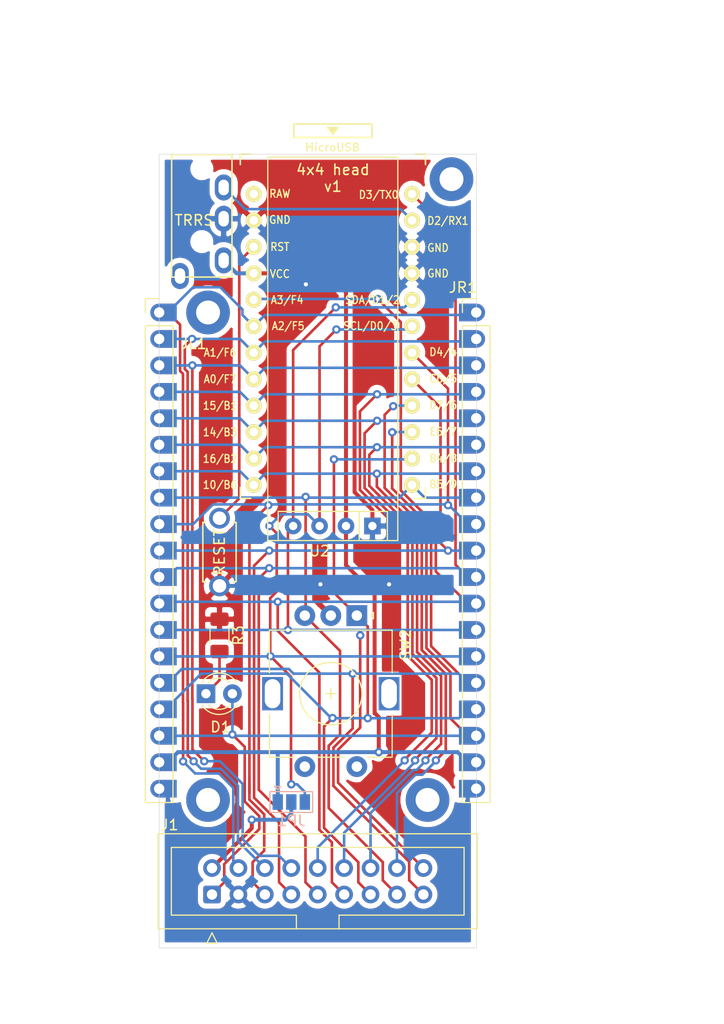
<source format=kicad_pcb>
(kicad_pcb (version 20171130) (host pcbnew "(5.1.8)-1")

  (general
    (thickness 1.6)
    (drawings 5)
    (tracks 429)
    (zones 0)
    (modules 15)
    (nets 28)
  )

  (page A4)
  (layers
    (0 F.Cu signal)
    (31 B.Cu signal)
    (32 B.Adhes user)
    (33 F.Adhes user)
    (34 B.Paste user)
    (35 F.Paste user)
    (36 B.SilkS user)
    (37 F.SilkS user)
    (38 B.Mask user)
    (39 F.Mask user)
    (40 Dwgs.User user)
    (41 Cmts.User user)
    (42 Eco1.User user)
    (43 Eco2.User user)
    (44 Edge.Cuts user)
    (45 Margin user)
    (46 B.CrtYd user)
    (47 F.CrtYd user)
    (48 B.Fab user)
    (49 F.Fab user)
  )

  (setup
    (last_trace_width 0.25)
    (user_trace_width 0.25)
    (user_trace_width 0.381)
    (trace_clearance 0.2)
    (zone_clearance 0.508)
    (zone_45_only no)
    (trace_min 0.2)
    (via_size 0.8)
    (via_drill 0.4)
    (via_min_size 0.4)
    (via_min_drill 0.3)
    (uvia_size 0.3)
    (uvia_drill 0.1)
    (uvias_allowed no)
    (uvia_min_size 0.2)
    (uvia_min_drill 0.1)
    (edge_width 0.05)
    (segment_width 0.2)
    (pcb_text_width 0.3)
    (pcb_text_size 1.5 1.5)
    (mod_edge_width 0.12)
    (mod_text_size 1 1)
    (mod_text_width 0.15)
    (pad_size 1.524 1.524)
    (pad_drill 0.762)
    (pad_to_mask_clearance 0)
    (aux_axis_origin 0 0)
    (visible_elements 7FFFFFFF)
    (pcbplotparams
      (layerselection 0x010fc_ffffffff)
      (usegerberextensions false)
      (usegerberattributes true)
      (usegerberadvancedattributes true)
      (creategerberjobfile true)
      (excludeedgelayer true)
      (linewidth 0.100000)
      (plotframeref false)
      (viasonmask false)
      (mode 1)
      (useauxorigin false)
      (hpglpennumber 1)
      (hpglpenspeed 20)
      (hpglpendiameter 15.000000)
      (psnegative false)
      (psa4output false)
      (plotreference true)
      (plotvalue true)
      (plotinvisibletext false)
      (padsonsilk false)
      (subtractmaskfromsilk true)
      (outputformat 1)
      (mirror false)
      (drillshape 0)
      (scaleselection 1)
      (outputdirectory "../gerbers/"))
  )

  (net 0 "")
  (net 1 RGB)
  (net 2 "Net-(D1-Pad1)")
  (net 3 Col6)
  (net 4 Col5)
  (net 5 Col4)
  (net 6 Col3)
  (net 7 Col2)
  (net 8 Col1)
  (net 9 "Net-(J1-Pad2)")
  (net 10 EncA)
  (net 11 Row4)
  (net 12 Row3)
  (net 13 Row2)
  (net 14 Row1)
  (net 15 GND)
  (net 16 "Net-(J2-PadA)")
  (net 17 VCC)
  (net 18 Serial)
  (net 19 Row5)
  (net 20 Row6)
  (net 21 Row7)
  (net 22 Col7)
  (net 23 Col8)
  (net 24 "Net-(SW2-PadS2)")
  (net 25 "Net-(SW2-PadS1)")
  (net 26 "Net-(U1-Pad24)")
  (net 27 RST)

  (net_class Default "This is the default net class."
    (clearance 0.2)
    (trace_width 0.25)
    (via_dia 0.8)
    (via_drill 0.4)
    (uvia_dia 0.3)
    (uvia_drill 0.1)
    (add_net Col1)
    (add_net Col2)
    (add_net Col3)
    (add_net Col4)
    (add_net Col5)
    (add_net Col6)
    (add_net Col7)
    (add_net Col8)
    (add_net EncA)
    (add_net "Net-(D1-Pad1)")
    (add_net "Net-(J1-Pad2)")
    (add_net "Net-(J2-PadA)")
    (add_net "Net-(SW2-PadS1)")
    (add_net "Net-(SW2-PadS2)")
    (add_net "Net-(U1-Pad24)")
    (add_net RGB)
    (add_net RST)
    (add_net Row1)
    (add_net Row2)
    (add_net Row3)
    (add_net Row4)
    (add_net Row5)
    (add_net Row6)
    (add_net Row7)
    (add_net Serial)
  )

  (net_class Power ""
    (clearance 0.2)
    (trace_width 0.381)
    (via_dia 0.8)
    (via_drill 0.4)
    (uvia_dia 0.3)
    (uvia_drill 0.1)
    (add_net GND)
    (add_net VCC)
  )

  (module Jumper:SolderJumper-3_P1.3mm_Open_Pad1.0x1.5mm (layer B.Cu) (tedit 5A3F8BB2) (tstamp 631F0F82)
    (at 112.7 162.2)
    (descr "SMD Solder 3-pad Jumper, 1x1.5mm Pads, 0.3mm gap, open")
    (tags "solder jumper open")
    (path /6328561C)
    (attr virtual)
    (fp_text reference JP1 (at 0 1.8) (layer B.SilkS)
      (effects (font (size 1 1) (thickness 0.15)) (justify mirror))
    )
    (fp_text value SolderJumper_3_Open (at 0 -2) (layer B.Fab)
      (effects (font (size 1 1) (thickness 0.15)) (justify mirror))
    )
    (fp_line (start 2.3 -1.25) (end -2.3 -1.25) (layer B.CrtYd) (width 0.05))
    (fp_line (start 2.3 -1.25) (end 2.3 1.25) (layer B.CrtYd) (width 0.05))
    (fp_line (start -2.3 1.25) (end -2.3 -1.25) (layer B.CrtYd) (width 0.05))
    (fp_line (start -2.3 1.25) (end 2.3 1.25) (layer B.CrtYd) (width 0.05))
    (fp_line (start -2.05 1) (end 2.05 1) (layer B.SilkS) (width 0.12))
    (fp_line (start 2.05 1) (end 2.05 -1) (layer B.SilkS) (width 0.12))
    (fp_line (start 2.05 -1) (end -2.05 -1) (layer B.SilkS) (width 0.12))
    (fp_line (start -2.05 -1) (end -2.05 1) (layer B.SilkS) (width 0.12))
    (fp_line (start -1.3 -1.2) (end -1.6 -1.5) (layer B.SilkS) (width 0.12))
    (fp_line (start -1.6 -1.5) (end -1 -1.5) (layer B.SilkS) (width 0.12))
    (fp_line (start -1.3 -1.2) (end -1 -1.5) (layer B.SilkS) (width 0.12))
    (pad 1 smd rect (at -1.3 0) (size 1 1.5) (layers B.Cu B.Mask)
      (net 17 VCC))
    (pad 2 smd rect (at 0 0) (size 1 1.5) (layers B.Cu B.Mask)
      (net 9 "Net-(J1-Pad2)"))
    (pad 3 smd rect (at 1.3 0) (size 1 1.5) (layers B.Cu B.Mask)
      (net 20 Row6))
  )

  (module kbd:M2_Hole_TH (layer F.Cu) (tedit 5F7666C1) (tstamp 631EFB6D)
    (at 125.8 162)
    (fp_text reference REF** (at 0 0.5) (layer F.SilkS) hide
      (effects (font (size 1 1) (thickness 0.15)))
    )
    (fp_text value M2_Hole_TH (at 0 -0.5) (layer F.Fab)
      (effects (font (size 1 1) (thickness 0.15)))
    )
    (pad "" thru_hole circle (at 0 0) (size 4.2 4.2) (drill 2.3) (layers *.Cu *.Mask))
  )

  (module kbd:M2_Hole_TH (layer F.Cu) (tedit 5F7666C1) (tstamp 631EFB6D)
    (at 104.7 162)
    (fp_text reference REF** (at 0 0.5) (layer F.SilkS) hide
      (effects (font (size 1 1) (thickness 0.15)))
    )
    (fp_text value M2_Hole_TH (at 0 -0.5) (layer F.Fab)
      (effects (font (size 1 1) (thickness 0.15)))
    )
    (pad "" thru_hole circle (at 0 0) (size 4.2 4.2) (drill 2.3) (layers *.Cu *.Mask))
  )

  (module kbd:M2_Hole_TH (layer F.Cu) (tedit 5F7666C1) (tstamp 631EFB6D)
    (at 104.7 115.2)
    (fp_text reference REF** (at 0 0.5) (layer F.SilkS) hide
      (effects (font (size 1 1) (thickness 0.15)))
    )
    (fp_text value M2_Hole_TH (at 0 -0.5) (layer F.Fab)
      (effects (font (size 1 1) (thickness 0.15)))
    )
    (pad "" thru_hole circle (at 0 0) (size 4.2 4.2) (drill 2.3) (layers *.Cu *.Mask))
  )

  (module kbd:M2_Hole_TH (layer F.Cu) (tedit 5F7666C1) (tstamp 631EFB50)
    (at 128.1 102.4)
    (fp_text reference REF** (at 0 0.5) (layer F.SilkS) hide
      (effects (font (size 1 1) (thickness 0.15)))
    )
    (fp_text value M2_Hole_TH (at 0 -0.5) (layer F.Fab)
      (effects (font (size 1 1) (thickness 0.15)))
    )
    (pad "" thru_hole circle (at 0 0) (size 4.2 4.2) (drill 2.3) (layers *.Cu *.Mask))
  )

  (module fourbyfour:IDC-Header_2x09_P2.54mm_Vertical (layer F.Cu) (tedit 631E1D06) (tstamp 631EB785)
    (at 105.08 171.08 90)
    (descr "Through hole IDC box header, 2x09, 2.54mm pitch, DIN 41651 / IEC 60603-13")
    (tags "Through hole vertical IDC box header THT 2x07 2.54mm double row")
    (path /611229DF)
    (fp_text reference J1 (at 6.68 -4.08 180) (layer F.SilkS)
      (effects (font (size 1 1) (thickness 0.15)))
    )
    (fp_text value Conn_02x07_Odd_Even (at 0 26.67 90) (layer F.Fab)
      (effects (font (size 1 1) (thickness 0.15)))
    )
    (fp_line (start 5.72 -5.1) (end 5.72 25.42) (layer F.Fab) (width 0.1))
    (fp_line (start 5.72 25.42) (end -3.18 25.42) (layer F.Fab) (width 0.1))
    (fp_line (start 6.22 25.92) (end 6.22 -5.6) (layer F.CrtYd) (width 0.05))
    (fp_line (start 4.52 -3.91) (end 4.52 24.23) (layer F.Fab) (width 0.1))
    (fp_line (start 5.83 25.53) (end -3.29 25.53) (layer F.SilkS) (width 0.12))
    (fp_line (start 4.52 -3.91) (end 4.52 24.23) (layer F.SilkS) (width 0.12))
    (fp_line (start 4.52 24.23) (end -1.98 24.23) (layer F.Fab) (width 0.1))
    (fp_line (start 5.83 -5.21) (end 5.83 25.53) (layer F.SilkS) (width 0.12))
    (fp_line (start -3.68 25.92) (end 6.22 25.92) (layer F.CrtYd) (width 0.05))
    (fp_line (start 4.52 24.23) (end -1.98 24.23) (layer F.SilkS) (width 0.12))
    (fp_line (start -1.98 12.21) (end -1.98 12.21) (layer F.SilkS) (width 0.12))
    (fp_line (start -3.18 8.11) (end -1.98 8.11) (layer F.Fab) (width 0.1))
    (fp_line (start -3.29 8.11) (end -1.98 8.11) (layer F.SilkS) (width 0.12))
    (fp_line (start -1.98 12.21) (end -1.98 12.21) (layer F.Fab) (width 0.1))
    (fp_line (start -1.98 12.21) (end -3.29 12.21) (layer F.SilkS) (width 0.12))
    (fp_line (start -1.98 12.21) (end -3.18 12.21) (layer F.Fab) (width 0.1))
    (fp_line (start -3.18 -4.1) (end -2.18 -5.1) (layer F.Fab) (width 0.1))
    (fp_line (start -2.18 -5.1) (end 5.72 -5.1) (layer F.Fab) (width 0.1))
    (fp_line (start -3.18 25.42) (end -3.18 -4.1) (layer F.Fab) (width 0.1))
    (fp_line (start -1.98 8.11) (end -1.98 -3.91) (layer F.Fab) (width 0.1))
    (fp_line (start -1.98 -3.91) (end 4.52 -3.91) (layer F.Fab) (width 0.1))
    (fp_line (start -1.98 24.23) (end -1.98 12.21) (layer F.Fab) (width 0.1))
    (fp_line (start -3.29 -5.21) (end 5.83 -5.21) (layer F.SilkS) (width 0.12))
    (fp_line (start -3.29 25.53) (end -3.29 -5.21) (layer F.SilkS) (width 0.12))
    (fp_line (start -1.98 8.11) (end -1.98 -3.91) (layer F.SilkS) (width 0.12))
    (fp_line (start -1.98 -3.91) (end 4.52 -3.91) (layer F.SilkS) (width 0.12))
    (fp_line (start -1.98 24.23) (end -1.98 12.21) (layer F.SilkS) (width 0.12))
    (fp_line (start -3.68 0) (end -4.68 -0.5) (layer F.SilkS) (width 0.12))
    (fp_line (start -4.68 -0.5) (end -4.68 0.5) (layer F.SilkS) (width 0.12))
    (fp_line (start -4.68 0.5) (end -3.68 0) (layer F.SilkS) (width 0.12))
    (fp_line (start -3.68 -5.6) (end -3.68 25.92) (layer F.CrtYd) (width 0.05))
    (fp_line (start 6.22 -5.6) (end -3.68 -5.6) (layer F.CrtYd) (width 0.05))
    (fp_text user %R (at 1.27 7.62) (layer F.Fab)
      (effects (font (size 1 1) (thickness 0.15)))
    )
    (pad 17 thru_hole circle (at 0 20.32 90) (size 1.7 1.7) (drill 1) (layers *.Cu *.Mask)
      (net 21 Row7))
    (pad 18 thru_hole circle (at 2.54 20.32 90) (size 1.7 1.7) (drill 1) (layers *.Cu *.Mask)
      (net 19 Row5))
    (pad 15 thru_hole circle (at 0 17.78 90) (size 1.7 1.7) (drill 1) (layers *.Cu *.Mask)
      (net 23 Col8))
    (pad 16 thru_hole circle (at 2.54 17.78 90) (size 1.7 1.7) (drill 1) (layers *.Cu *.Mask)
      (net 22 Col7))
    (pad 1 thru_hole roundrect (at 0 0 90) (size 1.7 1.7) (drill 1) (layers *.Cu *.Mask) (roundrect_rratio 0.1470588235294118)
      (net 1 RGB))
    (pad 3 thru_hole circle (at 0 2.54 90) (size 1.7 1.7) (drill 1) (layers *.Cu *.Mask)
      (net 15 GND))
    (pad 5 thru_hole circle (at 0 5.08 90) (size 1.7 1.7) (drill 1) (layers *.Cu *.Mask)
      (net 14 Row1))
    (pad 7 thru_hole circle (at 0 7.62 90) (size 1.7 1.7) (drill 1) (layers *.Cu *.Mask)
      (net 13 Row2))
    (pad 9 thru_hole circle (at 0 10.16 90) (size 1.7 1.7) (drill 1) (layers *.Cu *.Mask)
      (net 12 Row3))
    (pad 11 thru_hole circle (at 0 12.7 90) (size 1.7 1.7) (drill 1) (layers *.Cu *.Mask)
      (net 11 Row4))
    (pad 13 thru_hole circle (at 0 15.24 90) (size 1.7 1.7) (drill 1) (layers *.Cu *.Mask)
      (net 10 EncA))
    (pad 2 thru_hole circle (at 2.54 0 90) (size 1.7 1.7) (drill 1) (layers *.Cu *.Mask)
      (net 9 "Net-(J1-Pad2)"))
    (pad 4 thru_hole circle (at 2.54 2.54 90) (size 1.7 1.7) (drill 1) (layers *.Cu *.Mask)
      (net 8 Col1))
    (pad 6 thru_hole circle (at 2.54 5.08 90) (size 1.7 1.7) (drill 1) (layers *.Cu *.Mask)
      (net 7 Col2))
    (pad 8 thru_hole circle (at 2.54 7.62 90) (size 1.7 1.7) (drill 1) (layers *.Cu *.Mask)
      (net 6 Col3))
    (pad 10 thru_hole circle (at 2.54 10.16 90) (size 1.7 1.7) (drill 1) (layers *.Cu *.Mask)
      (net 5 Col4))
    (pad 12 thru_hole circle (at 2.54 12.7 90) (size 1.7 1.7) (drill 1) (layers *.Cu *.Mask)
      (net 4 Col5))
    (pad 14 thru_hole circle (at 2.54 15.24 90) (size 1.7 1.7) (drill 1) (layers *.Cu *.Mask)
      (net 3 Col6))
    (model ${KISYS3DMOD}/Connector_IDC.3dshapes/IDC-Header_2x07_P2.54mm_Vertical.wrl
      (at (xyz 0 0 0))
      (scale (xyz 1 1 1))
      (rotate (xyz 0 0 0))
    )
  )

  (module ssd1306:SSD1306 (layer F.Cu) (tedit 5FA4D426) (tstamp 631E7E57)
    (at 116.5 120.7 90)
    (descr "OLED display")
    (tags U)
    (path /5FA7FAD8)
    (fp_text reference U2 (at -17.4 -1.08) (layer F.SilkS)
      (effects (font (size 1 1) (thickness 0.15)))
    )
    (fp_text value ssd1306 (at -1.7 -0.3) (layer F.Fab)
      (effects (font (size 1 1) (thickness 0.15)))
    )
    (fp_line (start -13.6 5.44) (end -16.4 5.44) (layer F.SilkS) (width 0.12))
    (fp_line (start -16.4 -5.06) (end -13.6 -5.06) (layer F.SilkS) (width 0.12))
    (fp_line (start 20.4 6.44) (end 20.4 -6.06) (layer F.SilkS) (width 0.12))
    (fp_line (start -16.25 5.29) (end -13.75 5.29) (layer F.Fab) (width 0.1))
    (fp_line (start -13.75 5.29) (end -13.75 -4.91) (layer F.Fab) (width 0.1))
    (fp_line (start -13.75 -4.91) (end -16.25 -4.91) (layer F.Fab) (width 0.1))
    (fp_line (start -16.25 -4.91) (end -16.25 5.29) (layer F.Fab) (width 0.1))
    (fp_line (start -16.25 2.73) (end -13.75 2.73) (layer F.Fab) (width 0.1))
    (fp_line (start -16.4 6.44) (end 20.4 6.44) (layer F.SilkS) (width 0.12))
    (fp_line (start -13.6 5.44) (end -13.6 -5.06) (layer F.SilkS) (width 0.12))
    (fp_line (start 20.4 -6.06) (end -16.4 -6.06) (layer F.SilkS) (width 0.12))
    (fp_line (start -16.4 -6.06) (end -16.4 6.44) (layer F.SilkS) (width 0.12))
    (fp_line (start -16.4 2.73) (end -13.6 2.73) (layer F.SilkS) (width 0.12))
    (fp_line (start -16.65 6.7) (end 20.65 6.7) (layer F.CrtYd) (width 0.05))
    (fp_line (start 20.65 6.7) (end 20.65 -6.35) (layer F.CrtYd) (width 0.05))
    (fp_line (start 20.65 -6.35) (end -16.65 -6.35) (layer F.CrtYd) (width 0.05))
    (fp_line (start -16.65 -6.35) (end -16.65 6.7) (layer F.CrtYd) (width 0.05))
    (fp_text user %R (at -15 0.19) (layer F.Fab)
      (effects (font (size 1 1) (thickness 0.15)))
    )
    (pad 1 thru_hole rect (at -15 4 180) (size 1.6 1.6) (drill 0.8) (layers *.Cu *.Mask)
      (net 15 GND))
    (pad 2 thru_hole oval (at -15 1.46 180) (size 1.6 1.6) (drill 0.8) (layers *.Cu *.Mask)
      (net 17 VCC))
    (pad 3 thru_hole oval (at -15 -1.08 180) (size 1.6 1.6) (drill 0.8) (layers *.Cu *.Mask)
      (net 20 Row6))
    (pad 4 thru_hole oval (at -15 -3.62 180) (size 1.6 1.6) (drill 0.8) (layers *.Cu *.Mask)
      (net 19 Row5))
    (model ${KISYS3DMOD}/Resistor_THT.3dshapes/R_Array_SIP4.wrl
      (at (xyz 0 0 0))
      (scale (xyz 1 1 1))
      (rotate (xyz 0 0 0))
    )
  )

  (module kbd:ProMicro_v3.5 (layer F.Cu) (tedit 5CC05BC0) (tstamp 631E7E3D)
    (at 116.7 118.3)
    (path /5FD08ED3)
    (fp_text reference U1 (at 0 -5 270) (layer F.SilkS) hide
      (effects (font (size 1 1) (thickness 0.15)))
    )
    (fp_text value ProMicro (at -0.1 0.05 90) (layer F.Fab) hide
      (effects (font (size 1 1) (thickness 0.15)))
    )
    (fp_line (start 8.9 14.75) (end 7.89 14.75) (layer F.SilkS) (width 0.15))
    (fp_line (start -8.9 14.75) (end -7.9 14.75) (layer F.SilkS) (width 0.15))
    (fp_line (start 8.9 13.75) (end 8.9 14.75) (layer F.SilkS) (width 0.15))
    (fp_line (start -8.9 13.7) (end -8.9 14.75) (layer F.SilkS) (width 0.15))
    (fp_line (start 8.9 -18.3) (end 7.95 -18.3) (layer F.SilkS) (width 0.15))
    (fp_line (start -8.9 -18.3) (end -7.9 -18.3) (layer F.SilkS) (width 0.15))
    (fp_line (start 8.9 -18.3) (end 8.9 -17.3) (layer F.SilkS) (width 0.15))
    (fp_line (start -8.9 -18.3) (end -8.9 -17.3) (layer F.SilkS) (width 0.15))
    (fp_line (start -8.9 14.75) (end -8.9 -18.3) (layer F.Fab) (width 0.15))
    (fp_line (start 8.9 14.75) (end -8.9 14.75) (layer F.Fab) (width 0.15))
    (fp_line (start 8.9 -18.3) (end 8.9 14.75) (layer F.Fab) (width 0.15))
    (fp_line (start -8.9 -18.3) (end -3.75 -18.3) (layer F.Fab) (width 0.15))
    (fp_line (start -3.75 -19.6) (end 3.75 -19.6) (layer F.Fab) (width 0.15))
    (fp_line (start 3.75 -19.6) (end 3.75 -18.3) (layer F.Fab) (width 0.15))
    (fp_line (start -3.75 -19.6) (end -3.75 -18.299039) (layer F.Fab) (width 0.15))
    (fp_line (start -3.75 -18.3) (end 3.75 -18.3) (layer F.Fab) (width 0.15))
    (fp_line (start 3.76 -18.3) (end 8.9 -18.3) (layer F.Fab) (width 0.15))
    (fp_line (start -3.75 -21.2) (end -3.75 -19.9) (layer F.SilkS) (width 0.15))
    (fp_line (start -3.75 -19.9) (end 3.75 -19.9) (layer F.SilkS) (width 0.15))
    (fp_line (start 3.75 -19.9) (end 3.75 -21.2) (layer F.SilkS) (width 0.15))
    (fp_line (start 3.75 -21.2) (end -3.75 -21.2) (layer F.SilkS) (width 0.15))
    (fp_line (start -0.5 -20.85) (end 0.5 -20.85) (layer F.SilkS) (width 0.15))
    (fp_line (start 0.5 -20.85) (end 0 -20.2) (layer F.SilkS) (width 0.15))
    (fp_line (start 0 -20.2) (end -0.5 -20.85) (layer F.SilkS) (width 0.15))
    (fp_line (start -0.35 -20.7) (end 0.35 -20.7) (layer F.SilkS) (width 0.15))
    (fp_line (start -0.25 -20.55) (end 0.25 -20.55) (layer F.SilkS) (width 0.15))
    (fp_line (start -0.15 -20.4) (end 0.15 -20.4) (layer F.SilkS) (width 0.15))
    (fp_text user "" (at -1.2515 -16.256) (layer B.SilkS)
      (effects (font (size 1 1) (thickness 0.15)) (justify mirror))
    )
    (fp_text user "" (at -0.545 -17.4) (layer F.SilkS)
      (effects (font (size 1 1) (thickness 0.15)))
    )
    (fp_text user RAW (at -5.1 -14.5 unlocked) (layer F.SilkS)
      (effects (font (size 0.75 0.67) (thickness 0.125)))
    )
    (fp_text user GND (at -5.1 -12 unlocked) (layer F.SilkS)
      (effects (font (size 0.75 0.67) (thickness 0.125)))
    )
    (fp_text user RST (at -5.1 -9.4 unlocked) (layer F.SilkS)
      (effects (font (size 0.75 0.67) (thickness 0.125)))
    )
    (fp_text user VCC (at -5.1 -6.8 unlocked) (layer F.SilkS)
      (effects (font (size 0.75 0.67) (thickness 0.125)))
    )
    (fp_text user A3/F4 (at -4.4 -4.3 unlocked) (layer F.SilkS)
      (effects (font (size 0.75 0.67) (thickness 0.125)))
    )
    (fp_text user A2/F5 (at -4.3 -1.8 unlocked) (layer F.SilkS)
      (effects (font (size 0.75 0.67) (thickness 0.125)))
    )
    (fp_text user A1/F6 (at -10.845 0.75 unlocked) (layer F.SilkS)
      (effects (font (size 0.75 0.67) (thickness 0.125)))
    )
    (fp_text user A0/F7 (at -10.845 3.3 unlocked) (layer F.SilkS)
      (effects (font (size 0.75 0.67) (thickness 0.125)))
    )
    (fp_text user 15/B1 (at -10.845 5.85 unlocked) (layer F.SilkS)
      (effects (font (size 0.75 0.67) (thickness 0.125)))
    )
    (fp_text user 14/B3 (at -10.845 8.4 unlocked) (layer F.SilkS)
      (effects (font (size 0.75 0.67) (thickness 0.125)))
    )
    (fp_text user 10/B6 (at -10.845 13.45 unlocked) (layer F.SilkS)
      (effects (font (size 0.75 0.67) (thickness 0.125)))
    )
    (fp_text user 16/B2 (at -10.845 10.95 unlocked) (layer F.SilkS)
      (effects (font (size 0.75 0.67) (thickness 0.125)))
    )
    (fp_text user E6/7 (at 10.605 8.35 unlocked) (layer F.SilkS)
      (effects (font (size 0.75 0.67) (thickness 0.125)))
    )
    (fp_text user D7/6 (at 10.605 5.8 unlocked) (layer F.SilkS)
      (effects (font (size 0.75 0.67) (thickness 0.125)))
    )
    (fp_text user GND (at 10.105 -9.3 unlocked) (layer F.SilkS)
      (effects (font (size 0.75 0.67) (thickness 0.125)))
    )
    (fp_text user GND (at 10.105 -6.85 unlocked) (layer F.SilkS)
      (effects (font (size 0.75 0.67) (thickness 0.125)))
    )
    (fp_text user D3/TX0 (at 4.4 -14.4 unlocked) (layer F.SilkS)
      (effects (font (size 0.75 0.67) (thickness 0.125)))
    )
    (fp_text user D4/4 (at 10.605 0.7 unlocked) (layer F.SilkS)
      (effects (font (size 0.75 0.67) (thickness 0.125)))
    )
    (fp_text user SDA/D1/2 (at 3.8 -4.3 unlocked) (layer F.SilkS)
      (effects (font (size 0.75 0.67) (thickness 0.125)))
    )
    (fp_text user SCL/D0/3 (at 3.6 -1.8 unlocked) (layer F.SilkS)
      (effects (font (size 0.75 0.67) (thickness 0.125)))
    )
    (fp_text user C6/5 (at 10.605 3.25 unlocked) (layer F.SilkS)
      (effects (font (size 0.75 0.67) (thickness 0.125)))
    )
    (fp_text user B5/9 (at 10.605 13.4 unlocked) (layer F.SilkS)
      (effects (font (size 0.75 0.67) (thickness 0.125)))
    )
    (fp_text user D2/RX1 (at 11.055 -11.9 unlocked) (layer F.SilkS)
      (effects (font (size 0.75 0.67) (thickness 0.125)))
    )
    (fp_text user B4/8 (at 10.605 10.9 unlocked) (layer F.SilkS)
      (effects (font (size 0.75 0.67) (thickness 0.125)))
    )
    (fp_text user MicroUSB (at -0.05 -18.95) (layer F.SilkS)
      (effects (font (size 0.75 0.75) (thickness 0.12)))
    )
    (pad 24 thru_hole circle (at -7.6086 -14.478) (size 1.524 1.524) (drill 0.8128) (layers *.Cu F.SilkS B.Mask)
      (net 26 "Net-(U1-Pad24)"))
    (pad 23 thru_hole circle (at -7.6086 -11.938) (size 1.524 1.524) (drill 0.8128) (layers *.Cu F.SilkS B.Mask)
      (net 15 GND))
    (pad 22 thru_hole circle (at -7.6086 -9.398) (size 1.524 1.524) (drill 0.8128) (layers *.Cu F.SilkS B.Mask)
      (net 27 RST))
    (pad 21 thru_hole circle (at -7.6086 -6.858) (size 1.524 1.524) (drill 0.8128) (layers *.Cu F.SilkS B.Mask)
      (net 17 VCC))
    (pad 20 thru_hole circle (at -7.6086 -4.318) (size 1.524 1.524) (drill 0.8128) (layers *.Cu F.SilkS B.Mask)
      (net 11 Row4))
    (pad 19 thru_hole circle (at -7.6086 -1.778) (size 1.524 1.524) (drill 0.8128) (layers *.Cu F.SilkS B.Mask)
      (net 8 Col1))
    (pad 18 thru_hole circle (at -7.6086 0.762) (size 1.524 1.524) (drill 0.8128) (layers *.Cu F.SilkS B.Mask)
      (net 7 Col2))
    (pad 17 thru_hole circle (at -7.6086 3.302) (size 1.524 1.524) (drill 0.8128) (layers *.Cu F.SilkS B.Mask)
      (net 6 Col3))
    (pad 16 thru_hole circle (at -7.6086 5.842) (size 1.524 1.524) (drill 0.8128) (layers *.Cu F.SilkS B.Mask)
      (net 5 Col4))
    (pad 15 thru_hole circle (at -7.6086 8.382) (size 1.524 1.524) (drill 0.8128) (layers *.Cu F.SilkS B.Mask)
      (net 4 Col5))
    (pad 14 thru_hole circle (at -7.6086 10.922) (size 1.524 1.524) (drill 0.8128) (layers *.Cu F.SilkS B.Mask)
      (net 3 Col6))
    (pad 13 thru_hole circle (at -7.6086 13.462) (size 1.524 1.524) (drill 0.8128) (layers *.Cu F.SilkS B.Mask)
      (net 22 Col7))
    (pad 12 thru_hole circle (at 7.6114 13.462) (size 1.524 1.524) (drill 0.8128) (layers *.Cu F.SilkS B.Mask)
      (net 23 Col8))
    (pad 11 thru_hole circle (at 7.6114 10.922) (size 1.524 1.524) (drill 0.8128) (layers *.Cu F.SilkS B.Mask)
      (net 10 EncA))
    (pad 10 thru_hole circle (at 7.6114 8.382) (size 1.524 1.524) (drill 0.8128) (layers *.Cu F.SilkS B.Mask)
      (net 21 Row7))
    (pad 9 thru_hole circle (at 7.6114 5.842) (size 1.524 1.524) (drill 0.8128) (layers *.Cu F.SilkS B.Mask)
      (net 1 RGB))
    (pad 8 thru_hole circle (at 7.6114 3.302) (size 1.524 1.524) (drill 0.8128) (layers *.Cu F.SilkS B.Mask)
      (net 13 Row2))
    (pad 7 thru_hole circle (at 7.6114 0.762) (size 1.524 1.524) (drill 0.8128) (layers *.Cu F.SilkS B.Mask)
      (net 14 Row1))
    (pad 6 thru_hole circle (at 7.6114 -1.778) (size 1.524 1.524) (drill 0.8128) (layers *.Cu F.SilkS B.Mask)
      (net 20 Row6))
    (pad 5 thru_hole circle (at 7.6114 -4.318) (size 1.524 1.524) (drill 0.8128) (layers *.Cu F.SilkS B.Mask)
      (net 19 Row5))
    (pad 4 thru_hole circle (at 7.6114 -6.858) (size 1.524 1.524) (drill 0.8128) (layers *.Cu F.SilkS B.Mask)
      (net 15 GND))
    (pad 3 thru_hole circle (at 7.6114 -9.398) (size 1.524 1.524) (drill 0.8128) (layers *.Cu F.SilkS B.Mask)
      (net 15 GND))
    (pad 2 thru_hole circle (at 7.6114 -11.938) (size 1.524 1.524) (drill 0.8128) (layers *.Cu F.SilkS B.Mask)
      (net 18 Serial))
    (pad 1 thru_hole circle (at 7.6114 -14.478) (size 1.524 1.524) (drill 0.8128) (layers *.Cu F.SilkS B.Mask)
      (net 12 Row3))
  )

  (module Rotary_Encoder:RotaryEncoder_Alps_EC11E-Switch_Vertical_H20mm (layer F.Cu) (tedit 5A74C8CB) (tstamp 631E7DEB)
    (at 119 144.3 270)
    (descr "Alps rotary encoder, EC12E... with switch, vertical shaft, http://www.alps.com/prod/info/E/HTML/Encoder/Incremental/EC11/EC11E15204A3.html")
    (tags "rotary encoder")
    (path /631F7CDF)
    (fp_text reference SW2 (at 2.8 -4.7 90) (layer F.SilkS)
      (effects (font (size 1 1) (thickness 0.15)))
    )
    (fp_text value Rotary_Encoder_Switch (at 7.5 10.4 90) (layer F.Fab)
      (effects (font (size 1 1) (thickness 0.15)))
    )
    (fp_circle (center 7.5 2.5) (end 10.5 2.5) (layer F.Fab) (width 0.12))
    (fp_circle (center 7.5 2.5) (end 10.5 2.5) (layer F.SilkS) (width 0.12))
    (fp_line (start 16 9.6) (end -1.5 9.6) (layer F.CrtYd) (width 0.05))
    (fp_line (start 16 9.6) (end 16 -4.6) (layer F.CrtYd) (width 0.05))
    (fp_line (start -1.5 -4.6) (end -1.5 9.6) (layer F.CrtYd) (width 0.05))
    (fp_line (start -1.5 -4.6) (end 16 -4.6) (layer F.CrtYd) (width 0.05))
    (fp_line (start 2.5 -3.3) (end 13.5 -3.3) (layer F.Fab) (width 0.12))
    (fp_line (start 13.5 -3.3) (end 13.5 8.3) (layer F.Fab) (width 0.12))
    (fp_line (start 13.5 8.3) (end 1.5 8.3) (layer F.Fab) (width 0.12))
    (fp_line (start 1.5 8.3) (end 1.5 -2.2) (layer F.Fab) (width 0.12))
    (fp_line (start 1.5 -2.2) (end 2.5 -3.3) (layer F.Fab) (width 0.12))
    (fp_line (start 9.5 -3.4) (end 13.6 -3.4) (layer F.SilkS) (width 0.12))
    (fp_line (start 13.6 8.4) (end 9.5 8.4) (layer F.SilkS) (width 0.12))
    (fp_line (start 5.5 8.4) (end 1.4 8.4) (layer F.SilkS) (width 0.12))
    (fp_line (start 5.5 -3.4) (end 1.4 -3.4) (layer F.SilkS) (width 0.12))
    (fp_line (start 1.4 -3.4) (end 1.4 8.4) (layer F.SilkS) (width 0.12))
    (fp_line (start 0 -1.3) (end -0.3 -1.6) (layer F.SilkS) (width 0.12))
    (fp_line (start -0.3 -1.6) (end 0.3 -1.6) (layer F.SilkS) (width 0.12))
    (fp_line (start 0.3 -1.6) (end 0 -1.3) (layer F.SilkS) (width 0.12))
    (fp_line (start 7.5 -0.5) (end 7.5 5.5) (layer F.Fab) (width 0.12))
    (fp_line (start 4.5 2.5) (end 10.5 2.5) (layer F.Fab) (width 0.12))
    (fp_line (start 13.6 -3.4) (end 13.6 -1) (layer F.SilkS) (width 0.12))
    (fp_line (start 13.6 1.2) (end 13.6 3.8) (layer F.SilkS) (width 0.12))
    (fp_line (start 13.6 6) (end 13.6 8.4) (layer F.SilkS) (width 0.12))
    (fp_line (start 7.5 2) (end 7.5 3) (layer F.SilkS) (width 0.12))
    (fp_line (start 7 2.5) (end 8 2.5) (layer F.SilkS) (width 0.12))
    (fp_text user %R (at 11.1 6.3 90) (layer F.Fab)
      (effects (font (size 1 1) (thickness 0.15)))
    )
    (pad A thru_hole rect (at 0 0 270) (size 2 2) (drill 1) (layers *.Cu *.Mask)
      (net 10 EncA))
    (pad C thru_hole circle (at 0 2.5 270) (size 2 2) (drill 1) (layers *.Cu *.Mask)
      (net 15 GND))
    (pad B thru_hole circle (at 0 5 270) (size 2 2) (drill 1) (layers *.Cu *.Mask)
      (net 23 Col8))
    (pad MP thru_hole rect (at 7.5 -3.1 270) (size 3.2 2) (drill oval 2.8 1.5) (layers *.Cu *.Mask))
    (pad MP thru_hole rect (at 7.5 8.1 270) (size 3.2 2) (drill oval 2.8 1.5) (layers *.Cu *.Mask))
    (pad S2 thru_hole circle (at 14.5 0 270) (size 2 2) (drill 1) (layers *.Cu *.Mask)
      (net 24 "Net-(SW2-PadS2)"))
    (pad S1 thru_hole circle (at 14.5 5 270) (size 2 2) (drill 1) (layers *.Cu *.Mask)
      (net 25 "Net-(SW2-PadS1)"))
    (model ${KISYS3DMOD}/Rotary_Encoder.3dshapes/RotaryEncoder_Alps_EC11E-Switch_Vertical_H20mm.wrl
      (at (xyz 0 0 0))
      (scale (xyz 1 1 1))
      (rotate (xyz 0 0 0))
    )
  )

  (module kbd:ResetSW_1side (layer F.Cu) (tedit 5F8C82CB) (tstamp 631E7DC5)
    (at 105.8 138.2 90)
    (path /5FD8D75C)
    (fp_text reference SW1 (at 0 2.55 90) (layer F.SilkS) hide
      (effects (font (size 1 1) (thickness 0.15)))
    )
    (fp_text value SW_Push (at 0 -2.55 90) (layer F.Fab)
      (effects (font (size 1 1) (thickness 0.15)))
    )
    (fp_line (start 2.85 -1.6) (end 2.85 -1.35) (layer F.SilkS) (width 0.15))
    (fp_line (start -2.85 -1.6) (end 2.85 -1.6) (layer F.SilkS) (width 0.15))
    (fp_line (start -2.85 -1.6) (end -2.85 -1.35) (layer F.SilkS) (width 0.15))
    (fp_line (start -2.85 1.6) (end -2.85 1.35) (layer F.SilkS) (width 0.15))
    (fp_line (start 2.85 1.6) (end 2.85 1.35) (layer F.SilkS) (width 0.15))
    (fp_line (start -2.85 1.6) (end 2.85 1.6) (layer F.SilkS) (width 0.15))
    (fp_text user RESET (at 0 0 90) (layer F.SilkS)
      (effects (font (size 1 1) (thickness 0.15)))
    )
    (pad 2 thru_hole circle (at -3.25 0 90) (size 2 2) (drill 1.3) (layers *.Cu B.Mask)
      (net 15 GND))
    (pad 1 thru_hole circle (at 3.25 0 90) (size 2 2) (drill 1.3) (layers *.Cu B.Mask)
      (net 27 RST))
    (model /Users/foostan/src/github.com/foostan/kbd/kicad-packages3D/kbd.3dshapes/tact-switch.step
      (offset (xyz 0 0 3.47))
      (scale (xyz 1 1 1))
      (rotate (xyz 0 0 0))
    )
  )

  (module Resistor_SMD:R_1206_3216Metric_Pad1.30x1.75mm_HandSolder (layer F.Cu) (tedit 5F68FEEE) (tstamp 631E7DB8)
    (at 105.8 146.2 270)
    (descr "Resistor SMD 1206 (3216 Metric), square (rectangular) end terminal, IPC_7351 nominal with elongated pad for handsoldering. (Body size source: IPC-SM-782 page 72, https://www.pcb-3d.com/wordpress/wp-content/uploads/ipc-sm-782a_amendment_1_and_2.pdf), generated with kicad-footprint-generator")
    (tags "resistor handsolder")
    (path /5FD7949A)
    (attr smd)
    (fp_text reference R3 (at 0 -1.82 90) (layer F.SilkS)
      (effects (font (size 1 1) (thickness 0.15)))
    )
    (fp_text value 1k (at 0 1.82 90) (layer F.Fab)
      (effects (font (size 1 1) (thickness 0.15)))
    )
    (fp_line (start 2.45 1.12) (end -2.45 1.12) (layer F.CrtYd) (width 0.05))
    (fp_line (start 2.45 -1.12) (end 2.45 1.12) (layer F.CrtYd) (width 0.05))
    (fp_line (start -2.45 -1.12) (end 2.45 -1.12) (layer F.CrtYd) (width 0.05))
    (fp_line (start -2.45 1.12) (end -2.45 -1.12) (layer F.CrtYd) (width 0.05))
    (fp_line (start -0.727064 0.91) (end 0.727064 0.91) (layer F.SilkS) (width 0.12))
    (fp_line (start -0.727064 -0.91) (end 0.727064 -0.91) (layer F.SilkS) (width 0.12))
    (fp_line (start 1.6 0.8) (end -1.6 0.8) (layer F.Fab) (width 0.1))
    (fp_line (start 1.6 -0.8) (end 1.6 0.8) (layer F.Fab) (width 0.1))
    (fp_line (start -1.6 -0.8) (end 1.6 -0.8) (layer F.Fab) (width 0.1))
    (fp_line (start -1.6 0.8) (end -1.6 -0.8) (layer F.Fab) (width 0.1))
    (fp_text user %R (at 0 0 90) (layer F.Fab)
      (effects (font (size 0.8 0.8) (thickness 0.12)))
    )
    (pad 2 smd roundrect (at 1.55 0 270) (size 1.3 1.75) (layers F.Cu F.Paste F.Mask) (roundrect_rratio 0.1923069230769231)
      (net 2 "Net-(D1-Pad1)"))
    (pad 1 smd roundrect (at -1.55 0 270) (size 1.3 1.75) (layers F.Cu F.Paste F.Mask) (roundrect_rratio 0.1923069230769231)
      (net 15 GND))
    (model ${KISYS3DMOD}/Resistor_SMD.3dshapes/R_1206_3216Metric.wrl
      (at (xyz 0 0 0))
      (scale (xyz 1 1 1))
      (rotate (xyz 0 0 0))
    )
  )

  (module fourbyfour:PinHeader_1x19_P2.54mm_CastellatedL (layer F.Cu) (tedit 631D16AF) (tstamp 631E7DA7)
    (at 130.48 115.2)
    (descr "Through hole straight pin header, 1x19, 2.54mm pitch, single row")
    (tags "Through hole pin header THT 1x19 2.54mm single row")
    (path /632048BF)
    (fp_text reference JR1 (at -1.28 -2.4) (layer F.SilkS)
      (effects (font (size 1 1) (thickness 0.15)))
    )
    (fp_text value Conn_01x19 (at 0 48.05) (layer F.Fab)
      (effects (font (size 1 1) (thickness 0.15)))
    )
    (fp_line (start -0.635 -1.27) (end 1.27 -1.27) (layer F.Fab) (width 0.1))
    (fp_line (start 1.27 -1.27) (end 1.27 46.99) (layer F.Fab) (width 0.1))
    (fp_line (start 1.27 46.99) (end -1.27 46.99) (layer F.Fab) (width 0.1))
    (fp_line (start -1.27 46.99) (end -1.27 -0.635) (layer F.Fab) (width 0.1))
    (fp_line (start -1.27 -0.635) (end -0.635 -1.27) (layer F.Fab) (width 0.1))
    (fp_line (start -1.33 47.05) (end 1.33 47.05) (layer F.SilkS) (width 0.12))
    (fp_line (start -1.33 1.27) (end -1.33 47.05) (layer F.SilkS) (width 0.12))
    (fp_line (start 1.33 1.27) (end 1.33 47.05) (layer F.SilkS) (width 0.12))
    (fp_line (start -1.33 1.27) (end 1.33 1.27) (layer F.SilkS) (width 0.12))
    (fp_line (start -1.33 0) (end -1.33 -1.33) (layer F.SilkS) (width 0.12))
    (fp_line (start -1.33 -1.33) (end 0 -1.33) (layer F.SilkS) (width 0.12))
    (fp_line (start -1.8 -1.8) (end -1.8 47.5) (layer F.CrtYd) (width 0.05))
    (fp_line (start -1.8 47.5) (end 1.8 47.5) (layer F.CrtYd) (width 0.05))
    (fp_line (start 1.8 47.5) (end 1.8 -1.8) (layer F.CrtYd) (width 0.05))
    (fp_line (start 1.8 -1.8) (end -1.8 -1.8) (layer F.CrtYd) (width 0.05))
    (fp_text user %R (at 0 22.86 90) (layer F.Fab)
      (effects (font (size 1 1) (thickness 0.15)))
    )
    (pad 17 smd rect (at -0.8128 40.64) (size 1.7 1.7) (layers F.Cu F.Paste F.Mask)
      (net 1 RGB))
    (pad 17 smd rect (at -0.8128 40.64) (size 1.7 1.7) (layers B.Cu B.Paste B.Mask)
      (net 1 RGB))
    (pad 18 smd rect (at -0.8128 43.18) (size 1.7 1.7) (layers F.Cu F.Paste F.Mask)
      (net 17 VCC))
    (pad 18 smd rect (at -0.8128 43.18) (size 1.7 1.7) (layers B.Cu B.Paste B.Mask)
      (net 17 VCC))
    (pad 19 smd rect (at -0.8128 45.72) (size 1.7 1.7) (layers B.Cu B.Paste B.Mask)
      (net 15 GND))
    (pad 19 smd rect (at -0.8128 45.72) (size 1.7 1.7) (layers F.Cu F.Paste F.Mask)
      (net 15 GND))
    (pad 13 smd rect (at -0.8128 30.48) (size 1.7 1.7) (layers F.Cu F.Paste F.Mask)
      (net 19 Row5))
    (pad 13 smd rect (at -0.8128 30.48) (size 1.7 1.7) (layers B.Cu B.Paste B.Mask)
      (net 19 Row5))
    (pad 14 smd rect (at -0.8128 33.02) (size 1.7 1.7) (layers F.Cu F.Paste F.Mask)
      (net 20 Row6))
    (pad 14 smd rect (at -0.8128 33.02) (size 1.7 1.7) (layers B.Cu B.Paste B.Mask)
      (net 20 Row6))
    (pad 15 smd rect (at -0.8128 35.56) (size 1.7 1.7) (layers B.Cu B.Paste B.Mask)
      (net 21 Row7))
    (pad 15 smd rect (at -0.8128 35.56) (size 1.7 1.7) (layers F.Cu F.Paste F.Mask)
      (net 21 Row7))
    (pad 16 smd rect (at -0.8128 38.1) (size 1.7 1.7) (layers B.Cu B.Paste B.Mask)
      (net 10 EncA))
    (pad 16 smd rect (at -0.8128 38.1) (size 1.7 1.7) (layers F.Cu F.Paste F.Mask)
      (net 10 EncA))
    (pad 9 smd rect (at -0.8128 20.32) (size 1.7 1.7) (layers F.Cu F.Paste F.Mask)
      (net 14 Row1))
    (pad 9 smd rect (at -0.8128 20.32) (size 1.7 1.7) (layers B.Cu B.Paste B.Mask)
      (net 14 Row1))
    (pad 10 smd rect (at -0.8128 22.86) (size 1.7 1.7) (layers F.Cu F.Paste F.Mask)
      (net 13 Row2))
    (pad 10 smd rect (at -0.8128 22.86) (size 1.7 1.7) (layers B.Cu B.Paste B.Mask)
      (net 13 Row2))
    (pad 11 smd rect (at -0.8128 25.4) (size 1.7 1.7) (layers B.Cu B.Paste B.Mask)
      (net 12 Row3))
    (pad 11 smd rect (at -0.8128 25.4) (size 1.7 1.7) (layers F.Cu F.Paste F.Mask)
      (net 12 Row3))
    (pad 12 smd rect (at -0.8128 27.94) (size 1.7 1.7) (layers B.Cu B.Paste B.Mask)
      (net 11 Row4))
    (pad 12 smd rect (at -0.8128 27.94) (size 1.7 1.7) (layers F.Cu F.Paste F.Mask)
      (net 11 Row4))
    (pad 5 smd rect (at -0.8128 10.16) (size 1.7 1.7) (layers F.Cu F.Paste F.Mask)
      (net 4 Col5))
    (pad 5 smd rect (at -0.8128 10.16) (size 1.7 1.7) (layers B.Cu B.Paste B.Mask)
      (net 4 Col5))
    (pad 6 smd rect (at -0.8128 12.7) (size 1.7 1.7) (layers F.Cu F.Paste F.Mask)
      (net 3 Col6))
    (pad 6 smd rect (at -0.8128 12.7) (size 1.7 1.7) (layers B.Cu B.Paste B.Mask)
      (net 3 Col6))
    (pad 7 smd rect (at -0.8128 15.24) (size 1.7 1.7) (layers B.Cu B.Paste B.Mask)
      (net 22 Col7))
    (pad 7 smd rect (at -0.8128 15.24) (size 1.7 1.7) (layers F.Cu F.Paste F.Mask)
      (net 22 Col7))
    (pad 8 smd rect (at -0.8128 17.78) (size 1.7 1.7) (layers B.Cu B.Paste B.Mask)
      (net 23 Col8))
    (pad 8 smd rect (at -0.8128 17.78) (size 1.7 1.7) (layers F.Cu F.Paste F.Mask)
      (net 23 Col8))
    (pad 4 smd rect (at -0.8128 7.62) (size 1.7 1.7) (layers F.Cu F.Paste F.Mask)
      (net 5 Col4))
    (pad 4 smd rect (at -0.8128 7.62) (size 1.7 1.7) (layers B.Cu B.Paste B.Mask)
      (net 5 Col4))
    (pad 3 smd rect (at -0.8128 5.08) (size 1.7 1.7) (layers F.Cu F.Paste F.Mask)
      (net 6 Col3))
    (pad 3 smd rect (at -0.8128 5.08) (size 1.7 1.7) (layers B.Cu B.Paste B.Mask)
      (net 6 Col3))
    (pad 2 smd rect (at -0.8128 2.54) (size 1.7 1.7) (layers F.Cu F.Paste F.Mask)
      (net 7 Col2))
    (pad 2 smd rect (at -0.8128 2.54) (size 1.7 1.7) (layers B.Cu B.Paste B.Mask)
      (net 7 Col2))
    (pad 1 smd rect (at -0.8128 0) (size 1.7 1.7) (layers B.Cu B.Paste B.Mask)
      (net 8 Col1))
    (pad 1 smd rect (at -0.8128 0) (size 1.7 1.7) (layers F.Cu F.Paste F.Mask)
      (net 8 Col1))
    (pad 1 thru_hole circle (at 0 0) (size 1.7 1.7) (drill 1) (layers *.Cu *.Mask)
      (net 8 Col1))
    (pad 2 thru_hole oval (at 0 2.54) (size 1.7 1.7) (drill 1) (layers *.Cu *.Mask)
      (net 7 Col2))
    (pad 3 thru_hole oval (at 0 5.08) (size 1.7 1.7) (drill 1) (layers *.Cu *.Mask)
      (net 6 Col3))
    (pad 4 thru_hole oval (at 0 7.62) (size 1.7 1.7) (drill 1) (layers *.Cu *.Mask)
      (net 5 Col4))
    (pad 5 thru_hole oval (at 0 10.16) (size 1.7 1.7) (drill 1) (layers *.Cu *.Mask)
      (net 4 Col5))
    (pad 6 thru_hole oval (at 0 12.7) (size 1.7 1.7) (drill 1) (layers *.Cu *.Mask)
      (net 3 Col6))
    (pad 7 thru_hole oval (at 0 15.24) (size 1.7 1.7) (drill 1) (layers *.Cu *.Mask)
      (net 22 Col7))
    (pad 8 thru_hole oval (at 0 17.78) (size 1.7 1.7) (drill 1) (layers *.Cu *.Mask)
      (net 23 Col8))
    (pad 9 thru_hole oval (at 0 20.32) (size 1.7 1.7) (drill 1) (layers *.Cu *.Mask)
      (net 14 Row1))
    (pad 10 thru_hole oval (at 0 22.86) (size 1.7 1.7) (drill 1) (layers *.Cu *.Mask)
      (net 13 Row2))
    (pad 11 thru_hole oval (at 0 25.4) (size 1.7 1.7) (drill 1) (layers *.Cu *.Mask)
      (net 12 Row3))
    (pad 12 thru_hole oval (at 0 27.94) (size 1.7 1.7) (drill 1) (layers *.Cu *.Mask)
      (net 11 Row4))
    (pad 13 thru_hole oval (at 0 30.48) (size 1.7 1.7) (drill 1) (layers *.Cu *.Mask)
      (net 19 Row5))
    (pad 14 thru_hole oval (at 0 33.02) (size 1.7 1.7) (drill 1) (layers *.Cu *.Mask)
      (net 20 Row6))
    (pad 15 thru_hole oval (at 0 35.56) (size 1.7 1.7) (drill 1) (layers *.Cu *.Mask)
      (net 21 Row7))
    (pad 16 thru_hole oval (at 0 38.1) (size 1.7 1.7) (drill 1) (layers *.Cu *.Mask)
      (net 10 EncA))
    (pad 17 thru_hole oval (at 0 40.64) (size 1.7 1.7) (drill 1) (layers *.Cu *.Mask)
      (net 1 RGB))
    (pad 18 thru_hole oval (at 0 43.18) (size 1.7 1.7) (drill 1) (layers *.Cu *.Mask)
      (net 17 VCC))
    (pad 19 thru_hole oval (at 0 45.72) (size 1.7 1.7) (drill 1) (layers *.Cu *.Mask)
      (net 15 GND))
    (model ${KISYS3DMOD}/Connector_PinHeader_2.54mm.3dshapes/PinHeader_1x19_P2.54mm_Vertical.wrl
      (at (xyz 0 0 0))
      (scale (xyz 1 1 1))
      (rotate (xyz 0 0 0))
    )
  )

  (module fourbyfour:PinHeader_1x19_P2.54mm_CastellatedR (layer F.Cu) (tedit 631D161A) (tstamp 631E7D5A)
    (at 100 115.2)
    (descr "Through hole straight pin header, 1x19, 2.54mm pitch, single row")
    (tags "Through hole pin header THT 1x19 2.54mm single row")
    (path /631FC3EC)
    (fp_text reference JL1 (at 3.3 3) (layer F.SilkS)
      (effects (font (size 1 1) (thickness 0.15)))
    )
    (fp_text value Conn_01x19 (at 0 48.05) (layer F.Fab)
      (effects (font (size 1 1) (thickness 0.15)))
    )
    (fp_line (start 1.8 -1.8) (end -1.8 -1.8) (layer F.CrtYd) (width 0.05))
    (fp_line (start 1.8 47.5) (end 1.8 -1.8) (layer F.CrtYd) (width 0.05))
    (fp_line (start -1.8 47.5) (end 1.8 47.5) (layer F.CrtYd) (width 0.05))
    (fp_line (start -1.8 -1.8) (end -1.8 47.5) (layer F.CrtYd) (width 0.05))
    (fp_line (start -1.33 -1.33) (end 0 -1.33) (layer F.SilkS) (width 0.12))
    (fp_line (start -1.33 0) (end -1.33 -1.33) (layer F.SilkS) (width 0.12))
    (fp_line (start -1.33 1.27) (end 1.33 1.27) (layer F.SilkS) (width 0.12))
    (fp_line (start 1.33 1.27) (end 1.33 47.05) (layer F.SilkS) (width 0.12))
    (fp_line (start -1.33 1.27) (end -1.33 47.05) (layer F.SilkS) (width 0.12))
    (fp_line (start -1.33 47.05) (end 1.33 47.05) (layer F.SilkS) (width 0.12))
    (fp_line (start -1.27 -0.635) (end -0.635 -1.27) (layer F.Fab) (width 0.1))
    (fp_line (start -1.27 46.99) (end -1.27 -0.635) (layer F.Fab) (width 0.1))
    (fp_line (start 1.27 46.99) (end -1.27 46.99) (layer F.Fab) (width 0.1))
    (fp_line (start 1.27 -1.27) (end 1.27 46.99) (layer F.Fab) (width 0.1))
    (fp_line (start -0.635 -1.27) (end 1.27 -1.27) (layer F.Fab) (width 0.1))
    (fp_text user %R (at 0 22.86 90) (layer F.Fab)
      (effects (font (size 1 1) (thickness 0.15)))
    )
    (pad 17 smd rect (at 0.8382 40.64) (size 1.7 1.7) (layers F.Cu F.Paste F.Mask)
      (net 1 RGB))
    (pad 17 smd rect (at 0.8382 40.64) (size 1.7 1.7) (layers B.Cu B.Paste B.Mask)
      (net 1 RGB))
    (pad 18 smd rect (at 0.8382 43.18) (size 1.7 1.7) (layers F.Cu F.Paste F.Mask)
      (net 17 VCC))
    (pad 18 smd rect (at 0.8382 43.18) (size 1.7 1.7) (layers B.Cu B.Paste B.Mask)
      (net 17 VCC))
    (pad 19 smd rect (at 0.8382 45.72) (size 1.7 1.7) (layers B.Cu B.Paste B.Mask)
      (net 15 GND))
    (pad 19 smd rect (at 0.8382 45.72) (size 1.7 1.7) (layers F.Cu F.Paste F.Mask)
      (net 15 GND))
    (pad 13 smd rect (at 0.8382 30.48) (size 1.7 1.7) (layers F.Cu F.Paste F.Mask)
      (net 19 Row5))
    (pad 13 smd rect (at 0.8382 30.48) (size 1.7 1.7) (layers B.Cu B.Paste B.Mask)
      (net 19 Row5))
    (pad 14 smd rect (at 0.8382 33.02) (size 1.7 1.7) (layers F.Cu F.Paste F.Mask)
      (net 20 Row6))
    (pad 14 smd rect (at 0.8382 33.02) (size 1.7 1.7) (layers B.Cu B.Paste B.Mask)
      (net 20 Row6))
    (pad 15 smd rect (at 0.8382 35.56) (size 1.7 1.7) (layers B.Cu B.Paste B.Mask)
      (net 21 Row7))
    (pad 15 smd rect (at 0.8382 35.56) (size 1.7 1.7) (layers F.Cu F.Paste F.Mask)
      (net 21 Row7))
    (pad 16 smd rect (at 0.8382 38.1) (size 1.7 1.7) (layers B.Cu B.Paste B.Mask)
      (net 10 EncA))
    (pad 16 smd rect (at 0.8382 38.1) (size 1.7 1.7) (layers F.Cu F.Paste F.Mask)
      (net 10 EncA))
    (pad 9 smd rect (at 0.8382 20.32) (size 1.7 1.7) (layers F.Cu F.Paste F.Mask)
      (net 14 Row1))
    (pad 9 smd rect (at 0.8382 20.32) (size 1.7 1.7) (layers B.Cu B.Paste B.Mask)
      (net 14 Row1))
    (pad 10 smd rect (at 0.8382 22.86) (size 1.7 1.7) (layers F.Cu F.Paste F.Mask)
      (net 13 Row2))
    (pad 10 smd rect (at 0.8382 22.86) (size 1.7 1.7) (layers B.Cu B.Paste B.Mask)
      (net 13 Row2))
    (pad 11 smd rect (at 0.8382 25.4) (size 1.7 1.7) (layers B.Cu B.Paste B.Mask)
      (net 12 Row3))
    (pad 11 smd rect (at 0.8382 25.4) (size 1.7 1.7) (layers F.Cu F.Paste F.Mask)
      (net 12 Row3))
    (pad 12 smd rect (at 0.8382 27.94) (size 1.7 1.7) (layers B.Cu B.Paste B.Mask)
      (net 11 Row4))
    (pad 12 smd rect (at 0.8382 27.94) (size 1.7 1.7) (layers F.Cu F.Paste F.Mask)
      (net 11 Row4))
    (pad 5 smd rect (at 0.8382 10.16) (size 1.7 1.7) (layers F.Cu F.Paste F.Mask)
      (net 4 Col5))
    (pad 5 smd rect (at 0.8382 10.16) (size 1.7 1.7) (layers B.Cu B.Paste B.Mask)
      (net 4 Col5))
    (pad 6 smd rect (at 0.8382 12.7) (size 1.7 1.7) (layers F.Cu F.Paste F.Mask)
      (net 3 Col6))
    (pad 6 smd rect (at 0.8382 12.7) (size 1.7 1.7) (layers B.Cu B.Paste B.Mask)
      (net 3 Col6))
    (pad 7 smd rect (at 0.8382 15.24) (size 1.7 1.7) (layers B.Cu B.Paste B.Mask)
      (net 22 Col7))
    (pad 7 smd rect (at 0.8382 15.24) (size 1.7 1.7) (layers F.Cu F.Paste F.Mask)
      (net 22 Col7))
    (pad 8 smd rect (at 0.8382 17.78) (size 1.7 1.7) (layers B.Cu B.Paste B.Mask)
      (net 23 Col8))
    (pad 8 smd rect (at 0.8382 17.78) (size 1.7 1.7) (layers F.Cu F.Paste F.Mask)
      (net 23 Col8))
    (pad 4 smd rect (at 0.8382 7.62) (size 1.7 1.7) (layers F.Cu F.Paste F.Mask)
      (net 5 Col4))
    (pad 4 smd rect (at 0.8382 7.62) (size 1.7 1.7) (layers B.Cu B.Paste B.Mask)
      (net 5 Col4))
    (pad 3 smd rect (at 0.8382 5.08) (size 1.7 1.7) (layers F.Cu F.Paste F.Mask)
      (net 6 Col3))
    (pad 3 smd rect (at 0.8382 5.08) (size 1.7 1.7) (layers B.Cu B.Paste B.Mask)
      (net 6 Col3))
    (pad 2 smd rect (at 0.8382 2.54) (size 1.7 1.7) (layers F.Cu F.Paste F.Mask)
      (net 7 Col2))
    (pad 2 smd rect (at 0.8382 2.54) (size 1.7 1.7) (layers B.Cu B.Paste B.Mask)
      (net 7 Col2))
    (pad 1 smd rect (at 0.8382 0) (size 1.7 1.7) (layers B.Cu B.Paste B.Mask)
      (net 8 Col1))
    (pad 1 smd rect (at 0.8382 0) (size 1.7 1.7) (layers F.Cu F.Paste F.Mask)
      (net 8 Col1))
    (pad 1 thru_hole circle (at 0 0) (size 1.7 1.7) (drill 1) (layers *.Cu *.Mask)
      (net 8 Col1))
    (pad 2 thru_hole oval (at 0 2.54) (size 1.7 1.7) (drill 1) (layers *.Cu *.Mask)
      (net 7 Col2))
    (pad 3 thru_hole oval (at 0 5.08) (size 1.7 1.7) (drill 1) (layers *.Cu *.Mask)
      (net 6 Col3))
    (pad 4 thru_hole oval (at 0 7.62) (size 1.7 1.7) (drill 1) (layers *.Cu *.Mask)
      (net 5 Col4))
    (pad 5 thru_hole oval (at 0 10.16) (size 1.7 1.7) (drill 1) (layers *.Cu *.Mask)
      (net 4 Col5))
    (pad 6 thru_hole oval (at 0 12.7) (size 1.7 1.7) (drill 1) (layers *.Cu *.Mask)
      (net 3 Col6))
    (pad 7 thru_hole oval (at 0 15.24) (size 1.7 1.7) (drill 1) (layers *.Cu *.Mask)
      (net 22 Col7))
    (pad 8 thru_hole oval (at 0 17.78) (size 1.7 1.7) (drill 1) (layers *.Cu *.Mask)
      (net 23 Col8))
    (pad 9 thru_hole oval (at 0 20.32) (size 1.7 1.7) (drill 1) (layers *.Cu *.Mask)
      (net 14 Row1))
    (pad 10 thru_hole oval (at 0 22.86) (size 1.7 1.7) (drill 1) (layers *.Cu *.Mask)
      (net 13 Row2))
    (pad 11 thru_hole oval (at 0 25.4) (size 1.7 1.7) (drill 1) (layers *.Cu *.Mask)
      (net 12 Row3))
    (pad 12 thru_hole oval (at 0 27.94) (size 1.7 1.7) (drill 1) (layers *.Cu *.Mask)
      (net 11 Row4))
    (pad 13 thru_hole oval (at 0 30.48) (size 1.7 1.7) (drill 1) (layers *.Cu *.Mask)
      (net 19 Row5))
    (pad 14 thru_hole oval (at 0 33.02) (size 1.7 1.7) (drill 1) (layers *.Cu *.Mask)
      (net 20 Row6))
    (pad 15 thru_hole oval (at 0 35.56) (size 1.7 1.7) (drill 1) (layers *.Cu *.Mask)
      (net 21 Row7))
    (pad 16 thru_hole oval (at 0 38.1) (size 1.7 1.7) (drill 1) (layers *.Cu *.Mask)
      (net 10 EncA))
    (pad 17 thru_hole oval (at 0 40.64) (size 1.7 1.7) (drill 1) (layers *.Cu *.Mask)
      (net 1 RGB))
    (pad 18 thru_hole oval (at 0 43.18) (size 1.7 1.7) (drill 1) (layers *.Cu *.Mask)
      (net 17 VCC))
    (pad 19 thru_hole oval (at 0 45.72) (size 1.7 1.7) (drill 1) (layers *.Cu *.Mask)
      (net 15 GND))
    (model ${KISYS3DMOD}/Connector_PinHeader_2.54mm.3dshapes/PinHeader_1x19_P2.54mm_Vertical.wrl
      (at (xyz 0 0 0))
      (scale (xyz 1 1 1))
      (rotate (xyz 0 0 0))
    )
  )

  (module kbd:MJ-4PP-9_1side (layer F.Cu) (tedit 5F8C8304) (tstamp 631E7D0D)
    (at 104.1 99.9)
    (path /5FD0D110)
    (fp_text reference J2 (at -0.85 4.95) (layer F.Fab)
      (effects (font (size 1 1) (thickness 0.15)))
    )
    (fp_text value MJ-4PP-9 (at 0 14) (layer F.Fab) hide
      (effects (font (size 1 1) (thickness 0.15)))
    )
    (fp_line (start -2.9 11.9) (end -2.9 0.15) (layer F.SilkS) (width 0.15))
    (fp_line (start 2.9 11.9) (end -2.9 11.9) (layer F.SilkS) (width 0.15))
    (fp_line (start 2.9 0.15) (end 2.9 11.9) (layer F.SilkS) (width 0.15))
    (fp_line (start -2.9 0.15) (end 2.9 0.15) (layer F.SilkS) (width 0.15))
    (fp_text user TRRS (at -0.75 6.45) (layer F.SilkS)
      (effects (font (size 1 1) (thickness 0.15)))
    )
    (pad A thru_hole oval (at -2.1 11.8) (size 1.7 2.5) (drill oval 1 1.5) (layers *.Cu B.Mask)
      (net 16 "Net-(J2-PadA)") (clearance 0.15))
    (pad D thru_hole oval (at 2.1 10.3) (size 1.7 2.5) (drill oval 1 1.5) (layers *.Cu B.Mask)
      (net 17 VCC) (clearance 0.15))
    (pad C thru_hole oval (at 2.1 6.3) (size 1.7 2.5) (drill oval 1 1.5) (layers *.Cu B.Mask)
      (net 15 GND))
    (pad B thru_hole oval (at 2.1 3.3) (size 1.7 2.5) (drill oval 1 1.5) (layers *.Cu B.Mask)
      (net 18 Serial))
    (pad "" np_thru_hole circle (at 0 8.5) (size 1.2 1.2) (drill 1.2) (layers *.Cu *.Mask))
    (pad "" np_thru_hole circle (at 0 1.5) (size 1.2 1.2) (drill 1.2) (layers *.Cu *.Mask))
    (model /Users/foostan/src/github.com/foostan/kbd/kicad-packages3D/kbd.3dshapes/PJ320A.step
      (offset (xyz 0 -8.5 0))
      (scale (xyz 1 1 1))
      (rotate (xyz 0 0 0))
    )
  )

  (module LED_THT:LED_D3.0mm (layer F.Cu) (tedit 587A3A7B) (tstamp 631E7CCB)
    (at 104.5 151.8)
    (descr "LED, diameter 3.0mm, 2 pins")
    (tags "LED diameter 3.0mm 2 pins")
    (path /5FD7814F)
    (fp_text reference D1 (at 1.4 3.2) (layer F.SilkS)
      (effects (font (size 1 1) (thickness 0.15)))
    )
    (fp_text value LED (at 1.27 2.96) (layer F.Fab)
      (effects (font (size 1 1) (thickness 0.15)))
    )
    (fp_line (start 3.7 -2.25) (end -1.15 -2.25) (layer F.CrtYd) (width 0.05))
    (fp_line (start 3.7 2.25) (end 3.7 -2.25) (layer F.CrtYd) (width 0.05))
    (fp_line (start -1.15 2.25) (end 3.7 2.25) (layer F.CrtYd) (width 0.05))
    (fp_line (start -1.15 -2.25) (end -1.15 2.25) (layer F.CrtYd) (width 0.05))
    (fp_line (start -0.29 1.08) (end -0.29 1.236) (layer F.SilkS) (width 0.12))
    (fp_line (start -0.29 -1.236) (end -0.29 -1.08) (layer F.SilkS) (width 0.12))
    (fp_line (start -0.23 -1.16619) (end -0.23 1.16619) (layer F.Fab) (width 0.1))
    (fp_circle (center 1.27 0) (end 2.77 0) (layer F.Fab) (width 0.1))
    (fp_arc (start 1.27 0) (end 0.229039 1.08) (angle -87.9) (layer F.SilkS) (width 0.12))
    (fp_arc (start 1.27 0) (end 0.229039 -1.08) (angle 87.9) (layer F.SilkS) (width 0.12))
    (fp_arc (start 1.27 0) (end -0.29 1.235516) (angle -108.8) (layer F.SilkS) (width 0.12))
    (fp_arc (start 1.27 0) (end -0.29 -1.235516) (angle 108.8) (layer F.SilkS) (width 0.12))
    (fp_arc (start 1.27 0) (end -0.23 -1.16619) (angle 284.3) (layer F.Fab) (width 0.1))
    (pad 2 thru_hole circle (at 2.54 0) (size 1.8 1.8) (drill 0.9) (layers *.Cu *.Mask)
      (net 1 RGB))
    (pad 1 thru_hole rect (at 0 0) (size 1.8 1.8) (drill 0.9) (layers *.Cu *.Mask)
      (net 2 "Net-(D1-Pad1)"))
    (model ${KISYS3DMOD}/LED_THT.3dshapes/LED_D3.0mm.wrl
      (at (xyz 0 0 0))
      (scale (xyz 1 1 1))
      (rotate (xyz 0 0 0))
    )
  )

  (gr_text "4x4 head\nv1" (at 116.7 102.3) (layer F.SilkS)
    (effects (font (size 1 1) (thickness 0.15)))
  )
  (gr_line (start 130.5 100) (end 100 100) (layer Edge.Cuts) (width 0.05) (tstamp 631EF908))
  (gr_line (start 130.5 176.2) (end 130.5 100) (layer Edge.Cuts) (width 0.05))
  (gr_line (start 100 176.2) (end 130.5 176.2) (layer Edge.Cuts) (width 0.05))
  (gr_line (start 100 100) (end 100 176.2) (layer Edge.Cuts) (width 0.05))

  (segment (start 107.04 155.72) (end 107.16 155.84) (width 0.25) (layer B.Cu) (net 1))
  (segment (start 107.04 151.8) (end 107.04 155.72) (width 0.25) (layer B.Cu) (net 1))
  (segment (start 107.16 155.84) (end 129.6672 155.84) (width 0.25) (layer B.Cu) (net 1))
  (segment (start 100 155.84) (end 107.16 155.84) (width 0.25) (layer B.Cu) (net 1))
  (via (at 122.499399 124.2) (size 0.8) (drill 0.4) (layers F.Cu B.Cu) (net 1))
  (segment (start 122.557399 124.142) (end 122.499399 124.2) (width 0.25) (layer B.Cu) (net 1))
  (segment (start 124.3114 124.142) (end 122.557399 124.142) (width 0.25) (layer B.Cu) (net 1))
  (via (at 107.04 155.72) (size 0.8) (drill 0.4) (layers F.Cu B.Cu) (net 1))
  (segment (start 128 154.1728) (end 129.6672 155.84) (width 0.25) (layer F.Cu) (net 1))
  (segment (start 125.692169 147.421379) (end 128 149.72921) (width 0.25) (layer F.Cu) (net 1))
  (segment (start 128 149.72921) (end 128 154.1728) (width 0.25) (layer F.Cu) (net 1))
  (segment (start 125.692168 136.028578) (end 125.692169 147.421379) (width 0.25) (layer F.Cu) (net 1))
  (segment (start 123.181795 133.518205) (end 125.692168 136.028578) (width 0.25) (layer F.Cu) (net 1))
  (segment (start 123.154615 133.518205) (end 123.181795 133.518205) (width 0.25) (layer F.Cu) (net 1))
  (segment (start 121.674999 132.038589) (end 123.154615 133.518205) (width 0.25) (layer F.Cu) (net 1))
  (segment (start 121.674999 125.0244) (end 121.674999 132.038589) (width 0.25) (layer F.Cu) (net 1))
  (segment (start 122.499399 124.2) (end 121.674999 125.0244) (width 0.25) (layer F.Cu) (net 1))
  (segment (start 106.255001 169.904999) (end 105.08 171.08) (width 0.25) (layer F.Cu) (net 1))
  (segment (start 106.255001 168.165997) (end 106.255001 169.904999) (width 0.25) (layer F.Cu) (net 1))
  (segment (start 109.625001 164.795997) (end 106.255001 168.165997) (width 0.25) (layer F.Cu) (net 1))
  (segment (start 109.625001 163.551999) (end 109.625001 164.795997) (width 0.25) (layer F.Cu) (net 1))
  (segment (start 108.224969 162.151967) (end 109.625001 163.551999) (width 0.25) (layer F.Cu) (net 1))
  (segment (start 108.224969 156.904969) (end 108.224969 162.151967) (width 0.25) (layer F.Cu) (net 1))
  (segment (start 107.04 155.72) (end 108.224969 156.904969) (width 0.25) (layer F.Cu) (net 1))
  (segment (start 105.8 150.5) (end 104.5 151.8) (width 0.25) (layer F.Cu) (net 2))
  (segment (start 105.8 147.75) (end 105.8 150.5) (width 0.25) (layer F.Cu) (net 2))
  (segment (start 107.7694 127.9) (end 109.0914 129.222) (width 0.25) (layer B.Cu) (net 3))
  (segment (start 100 127.9) (end 107.7694 127.9) (width 0.25) (layer B.Cu) (net 3))
  (segment (start 129.432201 128.134999) (end 129.6672 127.9) (width 0.25) (layer B.Cu) (net 3))
  (segment (start 109.0914 129.222) (end 110.178401 128.134999) (width 0.25) (layer B.Cu) (net 3))
  (segment (start 120.32 168.54) (end 120.32 166.354695) (width 0.25) (layer B.Cu) (net 3))
  (segment (start 121.331795 132.968205) (end 120.874378 132.510788) (width 0.25) (layer F.Cu) (net 3))
  (via (at 120.934999 128.134999) (size 0.8) (drill 0.4) (layers F.Cu B.Cu) (net 3))
  (segment (start 120.934999 128.134999) (end 129.432201 128.134999) (width 0.25) (layer B.Cu) (net 3))
  (segment (start 110.178401 128.134999) (end 120.934999 128.134999) (width 0.25) (layer B.Cu) (net 3))
  (segment (start 120.2 131.83641) (end 121.531795 133.168205) (width 0.25) (layer F.Cu) (net 3))
  (segment (start 120.2 128.869998) (end 120.2 131.83641) (width 0.25) (layer F.Cu) (net 3))
  (segment (start 121.531795 133.168205) (end 121.331795 132.968205) (width 0.25) (layer F.Cu) (net 3))
  (segment (start 120.934999 128.134999) (end 120.2 128.869998) (width 0.25) (layer F.Cu) (net 3))
  (segment (start 124.79215 136.42856) (end 121.531795 133.168205) (width 0.25) (layer F.Cu) (net 3))
  (segment (start 120.32 168.54) (end 120.32 163.254588) (width 0.25) (layer B.Cu) (net 3))
  (segment (start 124.337294 159.237294) (end 124.449598 159.12499) (width 0.25) (layer B.Cu) (net 3))
  (segment (start 126 149.002028) (end 125.398986 148.401014) (width 0.25) (layer F.Cu) (net 3))
  (segment (start 125.398986 148.401014) (end 124.79215 147.794178) (width 0.25) (layer F.Cu) (net 3))
  (segment (start 125.748985 148.751015) (end 125.398986 148.401014) (width 0.25) (layer F.Cu) (net 3))
  (segment (start 124.449599 159.124989) (end 124.137294 159.437294) (width 0.25) (layer B.Cu) (net 3))
  (segment (start 124.137294 159.437294) (end 124.337294 159.237294) (width 0.25) (layer B.Cu) (net 3))
  (segment (start 120.32 163.254588) (end 124.137294 159.437294) (width 0.25) (layer B.Cu) (net 3))
  (via (at 125.600004 158.2) (size 0.8) (drill 0.4) (layers F.Cu B.Cu) (net 3))
  (segment (start 125.600004 158.272999) (end 125.600004 158.2) (width 0.25) (layer B.Cu) (net 3))
  (segment (start 124.748013 159.12499) (end 125.600004 158.272999) (width 0.25) (layer B.Cu) (net 3))
  (segment (start 124.449598 159.12499) (end 124.748013 159.12499) (width 0.25) (layer B.Cu) (net 3))
  (segment (start 124.79215 147.794178) (end 124.79215 147.00785) (width 0.25) (layer F.Cu) (net 3))
  (segment (start 124.79215 147.00785) (end 124.79215 136.42856) (width 0.25) (layer F.Cu) (net 3))
  (segment (start 125.600004 158.127001) (end 125.600004 158.2) (width 0.25) (layer F.Cu) (net 3))
  (segment (start 127.09998 156.627025) (end 125.600004 158.127001) (width 0.25) (layer F.Cu) (net 3))
  (segment (start 127.09998 150.102008) (end 127.09998 156.627025) (width 0.25) (layer F.Cu) (net 3))
  (segment (start 124.79215 147.794178) (end 127.09998 150.102008) (width 0.25) (layer F.Cu) (net 3))
  (segment (start 107.7694 125.36) (end 109.0914 126.682) (width 0.25) (layer B.Cu) (net 4))
  (segment (start 100 125.36) (end 107.7694 125.36) (width 0.25) (layer B.Cu) (net 4))
  (segment (start 129.432201 125.594999) (end 129.6672 125.36) (width 0.25) (layer B.Cu) (net 4))
  (segment (start 110.178401 125.594999) (end 129.432201 125.594999) (width 0.25) (layer B.Cu) (net 4))
  (segment (start 109.0914 126.682) (end 110.178401 125.594999) (width 0.25) (layer B.Cu) (net 4))
  (segment (start 117.78 168.54) (end 117.78 167.869389) (width 0.25) (layer B.Cu) (net 4))
  (via (at 120.949999 125.594999) (size 0.8) (drill 0.4) (layers F.Cu B.Cu) (net 4))
  (via (at 124.600001 158.2) (size 0.8) (drill 0.4) (layers F.Cu B.Cu) (net 4))
  (segment (start 124.600001 158.338177) (end 124.600001 158.2) (width 0.25) (layer B.Cu) (net 4))
  (segment (start 117.78 165.158178) (end 124.600001 158.338177) (width 0.25) (layer B.Cu) (net 4))
  (segment (start 117.78 168.54) (end 117.78 165.158178) (width 0.25) (layer B.Cu) (net 4))
  (segment (start 119.74999 126.795008) (end 120.949999 125.594999) (width 0.25) (layer F.Cu) (net 4))
  (segment (start 119.74999 132.04999) (end 119.74999 126.795008) (width 0.25) (layer F.Cu) (net 4))
  (segment (start 124.34214 136.64214) (end 119.74999 132.04999) (width 0.25) (layer F.Cu) (net 4))
  (segment (start 124.34214 147.980578) (end 124.34214 136.64214) (width 0.25) (layer F.Cu) (net 4))
  (segment (start 126.64997 150.288408) (end 124.34214 147.980578) (width 0.25) (layer F.Cu) (net 4))
  (segment (start 126.64997 155.14997) (end 126.64997 156.077032) (width 0.25) (layer F.Cu) (net 4))
  (segment (start 126.063501 156.663501) (end 126.227002 156.5) (width 0.25) (layer F.Cu) (net 4))
  (segment (start 126.64997 155.584346) (end 126.64997 155.14997) (width 0.25) (layer F.Cu) (net 4))
  (segment (start 126.64997 156.077032) (end 126.063501 156.663501) (width 0.25) (layer F.Cu) (net 4))
  (segment (start 126.64997 155.14997) (end 126.64997 150.288408) (width 0.25) (layer F.Cu) (net 4))
  (segment (start 124.600001 158.127001) (end 125.013501 157.713501) (width 0.25) (layer F.Cu) (net 4))
  (segment (start 124.600001 158.2) (end 124.600001 158.127001) (width 0.25) (layer F.Cu) (net 4))
  (segment (start 125.013501 157.713501) (end 126.063501 156.663501) (width 0.25) (layer F.Cu) (net 4))
  (segment (start 107.7694 122.82) (end 109.0914 124.142) (width 0.25) (layer B.Cu) (net 5))
  (segment (start 100 122.82) (end 107.7694 122.82) (width 0.25) (layer B.Cu) (net 5))
  (segment (start 119.29998 132.23639) (end 123.89213 136.82854) (width 0.25) (layer F.Cu) (net 5))
  (segment (start 129.432201 123.054999) (end 129.6672 122.82) (width 0.25) (layer B.Cu) (net 5))
  (segment (start 109.0914 124.142) (end 110.178401 123.054999) (width 0.25) (layer B.Cu) (net 5))
  (via (at 120.945001 123.054999) (size 0.8) (drill 0.4) (layers F.Cu B.Cu) (net 5))
  (segment (start 119.29998 124.70002) (end 120.945001 123.054999) (width 0.25) (layer F.Cu) (net 5))
  (segment (start 119.29998 124.90002) (end 119.29998 124.70002) (width 0.25) (layer F.Cu) (net 5))
  (segment (start 120.945001 123.054999) (end 129.432201 123.054999) (width 0.25) (layer B.Cu) (net 5))
  (segment (start 110.178401 123.054999) (end 120.945001 123.054999) (width 0.25) (layer B.Cu) (net 5))
  (segment (start 119.29998 124.90002) (end 119.29998 132.23639) (width 0.25) (layer F.Cu) (net 5))
  (via (at 123.6 158.199999) (size 0.8) (drill 0.4) (layers F.Cu B.Cu) (net 5))
  (segment (start 123.89213 147.60787) (end 123.89213 148.166978) (width 0.25) (layer F.Cu) (net 5))
  (segment (start 115.24 166.559999) (end 115.24 168.54) (width 0.25) (layer B.Cu) (net 5))
  (segment (start 123.6 158.199999) (end 115.24 166.559999) (width 0.25) (layer B.Cu) (net 5))
  (segment (start 123.89213 148.166978) (end 123.89213 146.89213) (width 0.25) (layer F.Cu) (net 5))
  (segment (start 123.89213 146.89213) (end 123.89213 147.60787) (width 0.25) (layer F.Cu) (net 5))
  (segment (start 123.89213 136.82854) (end 123.89213 146.89213) (width 0.25) (layer F.Cu) (net 5))
  (segment (start 123.6 158.126999) (end 123.6 158.199999) (width 0.25) (layer F.Cu) (net 5))
  (segment (start 126.19996 155.527039) (end 123.6 158.126999) (width 0.25) (layer F.Cu) (net 5))
  (segment (start 126.19996 150.474808) (end 126.19996 155.527039) (width 0.25) (layer F.Cu) (net 5))
  (segment (start 123.89213 148.166978) (end 126.19996 150.474808) (width 0.25) (layer F.Cu) (net 5))
  (segment (start 107.7694 120.28) (end 109.0914 121.602) (width 0.25) (layer B.Cu) (net 6))
  (segment (start 100 120.28) (end 107.7694 120.28) (width 0.25) (layer B.Cu) (net 6))
  (via (at 104.331672 158.281062) (size 0.8) (drill 0.4) (layers F.Cu B.Cu) (net 6))
  (via (at 103.188211 120.28) (size 0.8) (drill 0.4) (layers F.Cu B.Cu) (net 6))
  (segment (start 129.432201 120.514999) (end 129.6672 120.28) (width 0.25) (layer B.Cu) (net 6))
  (segment (start 110.178401 120.514999) (end 129.432201 120.514999) (width 0.25) (layer B.Cu) (net 6))
  (segment (start 109.0914 121.602) (end 110.178401 120.514999) (width 0.25) (layer B.Cu) (net 6))
  (segment (start 103.188211 152.288175) (end 103.188211 120.28) (width 0.25) (layer F.Cu) (net 6))
  (segment (start 103.200018 152.299982) (end 103.188211 152.288175) (width 0.25) (layer F.Cu) (net 6))
  (segment (start 103.200018 157.149408) (end 103.200018 152.299982) (width 0.25) (layer F.Cu) (net 6))
  (segment (start 104.331672 158.281062) (end 103.200018 157.149408) (width 0.25) (layer F.Cu) (net 6))
  (segment (start 111.524999 167.364999) (end 112.7 168.54) (width 0.25) (layer B.Cu) (net 6))
  (segment (start 109.621409 167.364999) (end 111.524999 167.364999) (width 0.25) (layer B.Cu) (net 6))
  (segment (start 108.025021 160.463199) (end 108.025021 165.768611) (width 0.25) (layer B.Cu) (net 6))
  (segment (start 105.842884 158.281062) (end 108.025021 160.463199) (width 0.25) (layer B.Cu) (net 6))
  (segment (start 108.025021 165.768611) (end 109.621409 167.364999) (width 0.25) (layer B.Cu) (net 6))
  (segment (start 104.331672 158.281062) (end 105.842884 158.281062) (width 0.25) (layer B.Cu) (net 6))
  (segment (start 107.7694 117.74) (end 109.0914 119.062) (width 0.25) (layer B.Cu) (net 7))
  (via (at 103.312654 158.287349) (size 0.8) (drill 0.4) (layers F.Cu B.Cu) (net 7))
  (segment (start 129.432201 117.974999) (end 129.6672 117.74) (width 0.25) (layer B.Cu) (net 7))
  (segment (start 110.178401 117.974999) (end 129.432201 117.974999) (width 0.25) (layer B.Cu) (net 7))
  (segment (start 109.0914 119.062) (end 110.178401 117.974999) (width 0.25) (layer B.Cu) (net 7))
  (via (at 103.16 117.74) (size 0.8) (drill 0.4) (layers F.Cu B.Cu) (net 7))
  (segment (start 103.16 117.74) (end 107.7694 117.74) (width 0.25) (layer B.Cu) (net 7))
  (segment (start 100 117.74) (end 103.16 117.74) (width 0.25) (layer B.Cu) (net 7))
  (segment (start 102.463211 120.628002) (end 102.463211 118.436789) (width 0.25) (layer F.Cu) (net 7))
  (segment (start 102.463211 118.436789) (end 103.16 117.74) (width 0.25) (layer F.Cu) (net 7))
  (segment (start 102.738201 120.902992) (end 102.463211 120.628002) (width 0.25) (layer F.Cu) (net 7))
  (segment (start 102.738201 152.474575) (end 102.738201 120.902992) (width 0.25) (layer F.Cu) (net 7))
  (segment (start 102.75001 152.486384) (end 102.738201 152.474575) (width 0.25) (layer F.Cu) (net 7))
  (segment (start 102.75001 157.724705) (end 102.75001 152.486384) (width 0.25) (layer F.Cu) (net 7))
  (segment (start 103.312654 158.287349) (end 102.75001 157.724705) (width 0.25) (layer F.Cu) (net 7))
  (segment (start 107.575011 160.649599) (end 107.575011 165.955011) (width 0.25) (layer B.Cu) (net 7))
  (segment (start 105.931476 159.006064) (end 107.575011 160.649599) (width 0.25) (layer B.Cu) (net 7))
  (segment (start 104.031368 159.006063) (end 105.931476 159.006064) (width 0.25) (layer B.Cu) (net 7))
  (segment (start 107.575011 165.955011) (end 110.16 168.54) (width 0.25) (layer B.Cu) (net 7))
  (segment (start 103.312654 158.287349) (end 104.031368 159.006063) (width 0.25) (layer B.Cu) (net 7))
  (segment (start 129.432201 115.434999) (end 129.6672 115.2) (width 0.25) (layer B.Cu) (net 8))
  (segment (start 110.178401 115.434999) (end 129.432201 115.434999) (width 0.25) (layer B.Cu) (net 8))
  (segment (start 109.0914 116.522) (end 110.178401 115.434999) (width 0.25) (layer B.Cu) (net 8))
  (via (at 102.3 158.3) (size 0.8) (drill 0.4) (layers F.Cu B.Cu) (net 8))
  (segment (start 103.263201 112.774999) (end 100.8382 115.2) (width 0.25) (layer B.Cu) (net 8))
  (segment (start 105.864001 112.774999) (end 103.263201 112.774999) (width 0.25) (layer B.Cu) (net 8))
  (segment (start 108.004399 114.915397) (end 105.864001 112.774999) (width 0.25) (layer B.Cu) (net 8))
  (segment (start 108.004399 115.434999) (end 108.004399 114.915397) (width 0.25) (layer B.Cu) (net 8))
  (segment (start 109.0914 116.522) (end 108.004399 115.434999) (width 0.25) (layer B.Cu) (net 8))
  (segment (start 102.013201 116.375001) (end 100.8382 115.2) (width 0.25) (layer F.Cu) (net 8))
  (segment (start 102.288191 121.089392) (end 102.013201 120.814402) (width 0.25) (layer F.Cu) (net 8))
  (segment (start 102.013201 120.814402) (end 102.013201 116.375001) (width 0.25) (layer F.Cu) (net 8))
  (segment (start 102.288191 152.660975) (end 102.288191 121.089392) (width 0.25) (layer F.Cu) (net 8))
  (segment (start 102.3 152.672784) (end 102.288191 152.660975) (width 0.25) (layer F.Cu) (net 8))
  (segment (start 102.3 158.3) (end 102.3 152.672784) (width 0.25) (layer F.Cu) (net 8))
  (segment (start 105.745075 159.456073) (end 103.456073 159.456073) (width 0.25) (layer B.Cu) (net 8))
  (segment (start 107.125001 168.025001) (end 107.125001 160.835999) (width 0.25) (layer B.Cu) (net 8))
  (segment (start 107.125001 160.835999) (end 105.745075 159.456073) (width 0.25) (layer B.Cu) (net 8))
  (segment (start 107.62 168.52) (end 107.125001 168.025001) (width 0.25) (layer B.Cu) (net 8))
  (segment (start 103.456073 159.456073) (end 102.3 158.3) (width 0.25) (layer B.Cu) (net 8))
  (segment (start 107.62 168.54) (end 107.62 168.52) (width 0.25) (layer B.Cu) (net 8))
  (via (at 108.9 163.9) (size 0.8) (drill 0.4) (layers F.Cu B.Cu) (net 9))
  (segment (start 112.131 163.9) (end 108.9 163.9) (width 0.381) (layer B.Cu) (net 9))
  (segment (start 112.7 163.331) (end 112.131 163.9) (width 0.381) (layer B.Cu) (net 9))
  (segment (start 112.7 162.2) (end 112.7 163.331) (width 0.381) (layer B.Cu) (net 9))
  (segment (start 108.9 164.72) (end 105.08 168.54) (width 0.381) (layer F.Cu) (net 9))
  (segment (start 108.9 163.9) (end 108.9 164.72) (width 0.381) (layer F.Cu) (net 9))
  (segment (start 128.817201 154.149999) (end 129.6672 153.3) (width 0.25) (layer B.Cu) (net 10))
  (segment (start 116.8 142.1) (end 116.8 129.3) (width 0.25) (layer F.Cu) (net 10))
  (via (at 116.8 129.3) (size 0.8) (drill 0.4) (layers F.Cu B.Cu) (net 10))
  (segment (start 119 144.3) (end 116.8 142.1) (width 0.25) (layer F.Cu) (net 10))
  (segment (start 124.2334 129.3) (end 124.3114 129.222) (width 0.25) (layer B.Cu) (net 10))
  (segment (start 116.8 129.3) (end 124.2334 129.3) (width 0.25) (layer B.Cu) (net 10))
  (via (at 120.050001 154.149999) (size 0.8) (drill 0.4) (layers F.Cu B.Cu) (net 10))
  (segment (start 120.050001 154.149999) (end 128.817201 154.149999) (width 0.25) (layer B.Cu) (net 10))
  (segment (start 120.050001 145.350001) (end 119 144.3) (width 0.25) (layer F.Cu) (net 10))
  (segment (start 120.050001 154.149999) (end 120.050001 145.350001) (width 0.25) (layer F.Cu) (net 10))
  (via (at 116.664437 154.135563) (size 0.8) (drill 0.4) (layers F.Cu B.Cu) (net 10))
  (segment (start 100.614998 153.3) (end 100 153.3) (width 0.25) (layer B.Cu) (net 10))
  (segment (start 104.039999 149.874999) (end 100.614998 153.3) (width 0.25) (layer B.Cu) (net 10))
  (segment (start 112.274999 149.874999) (end 104.039999 149.874999) (width 0.25) (layer B.Cu) (net 10))
  (segment (start 116.549999 154.149999) (end 112.274999 149.874999) (width 0.25) (layer B.Cu) (net 10))
  (segment (start 120.050001 154.149999) (end 116.549999 154.149999) (width 0.25) (layer B.Cu) (net 10))
  (segment (start 119.144999 169.904999) (end 120.32 171.08) (width 0.25) (layer F.Cu) (net 10))
  (segment (start 119.144999 167.975999) (end 119.144999 169.904999) (width 0.25) (layer F.Cu) (net 10))
  (segment (start 115.849991 164.680991) (end 119.144999 167.975999) (width 0.25) (layer F.Cu) (net 10))
  (segment (start 115.849991 154.950009) (end 115.849991 164.680991) (width 0.25) (layer F.Cu) (net 10))
  (segment (start 116.664437 154.135563) (end 115.849991 154.950009) (width 0.25) (layer F.Cu) (net 10))
  (segment (start 129.502199 142.974999) (end 129.6672 143.14) (width 0.25) (layer B.Cu) (net 11))
  (segment (start 100.165001 142.974999) (end 129.502199 142.974999) (width 0.25) (layer B.Cu) (net 11))
  (segment (start 100 143.14) (end 100.165001 142.974999) (width 0.25) (layer B.Cu) (net 11))
  (segment (start 123.224399 123.724399) (end 123.224399 124.924399) (width 0.25) (layer F.Cu) (net 11))
  (segment (start 109.1734 113.9) (end 109.0914 113.982) (width 0.25) (layer B.Cu) (net 11))
  (segment (start 115.4 113.9) (end 109.1734 113.9) (width 0.25) (layer B.Cu) (net 11))
  (via (at 111.4 142.974999) (size 0.8) (drill 0.4) (layers F.Cu B.Cu) (net 11))
  (segment (start 128.0636 141.5364) (end 129.6672 143.14) (width 0.25) (layer F.Cu) (net 11))
  (segment (start 126.592188 140.064988) (end 128.0636 141.5364) (width 0.25) (layer F.Cu) (net 11))
  (segment (start 126.592188 135.65155) (end 126.592188 140.064988) (width 0.25) (layer F.Cu) (net 11))
  (segment (start 123.224399 132.283761) (end 126.592188 135.65155) (width 0.25) (layer F.Cu) (net 11))
  (segment (start 123.224399 124.924399) (end 123.224399 132.283761) (width 0.25) (layer F.Cu) (net 11))
  (via (at 121 113.9) (size 0.8) (drill 0.4) (layers F.Cu B.Cu) (net 11))
  (segment (start 123.224399 116.124399) (end 121 113.9) (width 0.25) (layer F.Cu) (net 11))
  (segment (start 123.224399 119.124399) (end 123.224399 116.124399) (width 0.25) (layer F.Cu) (net 11))
  (segment (start 121 113.9) (end 115.4 113.9) (width 0.25) (layer B.Cu) (net 11))
  (segment (start 123.224399 124.924399) (end 123.224399 119.124399) (width 0.25) (layer F.Cu) (net 11))
  (segment (start 116.604999 166.072409) (end 115.399981 164.867391) (width 0.25) (layer F.Cu) (net 11))
  (segment (start 116.604999 169.904999) (end 116.604999 166.072409) (width 0.25) (layer F.Cu) (net 11))
  (segment (start 117.78 171.08) (end 116.604999 169.904999) (width 0.25) (layer F.Cu) (net 11))
  (segment (start 111.4 145.773002) (end 111.4 142.974999) (width 0.25) (layer F.Cu) (net 11))
  (segment (start 115.399981 149.772983) (end 111.4 145.773002) (width 0.25) (layer F.Cu) (net 11))
  (segment (start 115.399981 153.500019) (end 115.399981 149.772983) (width 0.25) (layer F.Cu) (net 11))
  (segment (start 115.399981 164.867391) (end 115.399981 153.500019) (width 0.25) (layer F.Cu) (net 11))
  (segment (start 115.399981 153.500019) (end 115.399981 153.114979) (width 0.25) (layer F.Cu) (net 11))
  (segment (start 128.492199 139.424999) (end 129.6672 140.6) (width 0.25) (layer F.Cu) (net 12))
  (segment (start 128.492199 108.002799) (end 128.492199 139.424999) (width 0.25) (layer F.Cu) (net 12))
  (segment (start 124.3114 103.822) (end 128.492199 108.002799) (width 0.25) (layer F.Cu) (net 12))
  (via (at 110.575 139.750001) (size 0.8) (drill 0.4) (layers F.Cu B.Cu) (net 12))
  (segment (start 128.817201 139.750001) (end 129.6672 140.6) (width 0.25) (layer B.Cu) (net 12))
  (segment (start 110.575 139.750001) (end 128.817201 139.750001) (width 0.25) (layer B.Cu) (net 12))
  (segment (start 101.688199 139.750001) (end 100.8382 140.6) (width 0.25) (layer B.Cu) (net 12))
  (segment (start 110.575 139.750001) (end 101.688199 139.750001) (width 0.25) (layer B.Cu) (net 12))
  (segment (start 114.064999 165.515001) (end 109.574999 161.025001) (width 0.25) (layer F.Cu) (net 12))
  (segment (start 114.064999 169.904999) (end 114.064999 165.515001) (width 0.25) (layer F.Cu) (net 12))
  (segment (start 109.574999 140.750002) (end 110.575 139.750001) (width 0.25) (layer F.Cu) (net 12))
  (segment (start 109.574999 161.025001) (end 109.574999 140.750002) (width 0.25) (layer F.Cu) (net 12))
  (segment (start 115.24 171.08) (end 114.064999 169.904999) (width 0.25) (layer F.Cu) (net 12))
  (segment (start 100 138.06) (end 129.6672 138.06) (width 0.25) (layer B.Cu) (net 13))
  (via (at 127.767199 138.06) (size 0.8) (drill 0.4) (layers F.Cu B.Cu) (net 13))
  (via (at 110.575 138.06) (size 0.8) (drill 0.4) (layers F.Cu B.Cu) (net 13))
  (segment (start 127.042198 124.332798) (end 124.3114 121.602) (width 0.25) (layer F.Cu) (net 13))
  (segment (start 127.042198 137.334999) (end 127.042198 124.332798) (width 0.25) (layer F.Cu) (net 13))
  (segment (start 127.767199 138.06) (end 127.042198 137.334999) (width 0.25) (layer F.Cu) (net 13))
  (segment (start 111.524999 169.904999) (end 112.7 171.08) (width 0.25) (layer F.Cu) (net 13))
  (segment (start 111.524999 164.179177) (end 111.524999 169.904999) (width 0.25) (layer F.Cu) (net 13))
  (segment (start 109.124989 161.779167) (end 111.524999 164.179177) (width 0.25) (layer F.Cu) (net 13))
  (segment (start 109.124989 139.510011) (end 109.124989 161.779167) (width 0.25) (layer F.Cu) (net 13))
  (segment (start 110.575 138.06) (end 109.124989 139.510011) (width 0.25) (layer F.Cu) (net 13))
  (segment (start 127.772199 133.624999) (end 129.6672 135.52) (width 0.25) (layer B.Cu) (net 14))
  (segment (start 105.163999 133.624999) (end 127.772199 133.624999) (width 0.25) (layer B.Cu) (net 14))
  (segment (start 103.268998 135.52) (end 105.163999 133.624999) (width 0.25) (layer B.Cu) (net 14))
  (segment (start 100 135.52) (end 103.268998 135.52) (width 0.25) (layer B.Cu) (net 14))
  (via (at 127.767199 133.705) (size 0.8) (drill 0.4) (layers F.Cu B.Cu) (net 14))
  (segment (start 127.767199 122.517799) (end 127.767199 133.705) (width 0.25) (layer F.Cu) (net 14))
  (segment (start 124.3114 119.062) (end 127.767199 122.517799) (width 0.25) (layer F.Cu) (net 14))
  (via (at 110.5 133.705) (size 0.8) (drill 0.4) (layers F.Cu B.Cu) (net 14))
  (segment (start 108.674979 135.530021) (end 110.5 133.705) (width 0.25) (layer F.Cu) (net 14))
  (segment (start 108.674979 137.674979) (end 108.674979 135.530021) (width 0.25) (layer F.Cu) (net 14))
  (segment (start 108.674979 159.825021) (end 108.67498 161.397802) (width 0.25) (layer F.Cu) (net 14))
  (segment (start 108.674979 159.825021) (end 108.674979 137.674979) (width 0.25) (layer F.Cu) (net 14))
  (segment (start 108.674979 160.425021) (end 108.674979 159.825021) (width 0.25) (layer F.Cu) (net 14))
  (segment (start 108.67498 161.965568) (end 110.1 163.390588) (width 0.25) (layer F.Cu) (net 14))
  (segment (start 108.67498 160.62502) (end 108.67498 161.965568) (width 0.25) (layer F.Cu) (net 14))
  (segment (start 108.674979 160.425021) (end 108.67498 160.62502) (width 0.25) (layer F.Cu) (net 14))
  (segment (start 108.67498 160.62502) (end 108.67498 161.397802) (width 0.25) (layer F.Cu) (net 14))
  (segment (start 108.984999 169.904999) (end 110.16 171.08) (width 0.25) (layer F.Cu) (net 14))
  (segment (start 110.1 166.860998) (end 108.984999 167.975999) (width 0.25) (layer F.Cu) (net 14))
  (segment (start 108.984999 167.975999) (end 108.984999 169.904999) (width 0.25) (layer F.Cu) (net 14))
  (segment (start 110.1 163.390588) (end 110.1 166.860998) (width 0.25) (layer F.Cu) (net 14))
  (via (at 122.1 141.3) (size 0.8) (drill 0.4) (layers F.Cu B.Cu) (net 15))
  (via (at 115.5 141.3) (size 0.8) (drill 0.4) (layers F.Cu B.Cu) (net 15))
  (segment (start 105.8 137.235058) (end 111.435058 131.6) (width 0.381) (layer F.Cu) (net 15))
  (segment (start 105.8 141.45) (end 105.8 137.235058) (width 0.381) (layer F.Cu) (net 15))
  (via (at 114.1 112.5) (size 0.8) (drill 0.4) (layers F.Cu B.Cu) (net 15))
  (segment (start 111.435058 115.164942) (end 114.1 112.5) (width 0.381) (layer F.Cu) (net 15))
  (segment (start 111.435058 131.6) (end 111.435058 115.164942) (width 0.381) (layer F.Cu) (net 15))
  (segment (start 118.78447 114.42893) (end 124.3114 108.902) (width 0.381) (layer F.Cu) (net 15))
  (segment (start 118.78447 132.449921) (end 118.78447 114.42893) (width 0.381) (layer F.Cu) (net 15))
  (segment (start 120.5 134.16545) (end 118.78447 132.449921) (width 0.381) (layer F.Cu) (net 15))
  (segment (start 120.5 135.7) (end 120.5 134.16545) (width 0.381) (layer F.Cu) (net 15))
  (segment (start 119.4 160.5) (end 124.5 165.6) (width 0.381) (layer F.Cu) (net 15))
  (segment (start 124.5 165.6) (end 126.9 165.6) (width 0.381) (layer F.Cu) (net 15))
  (segment (start 129.6672 162.8328) (end 129.6672 160.92) (width 0.381) (layer F.Cu) (net 15))
  (segment (start 126.9 165.6) (end 129.6672 162.8328) (width 0.381) (layer F.Cu) (net 15))
  (segment (start 100.8382 160.92) (end 100.8382 171.7382) (width 0.381) (layer F.Cu) (net 15))
  (segment (start 100.8382 171.7382) (end 102.2 173.1) (width 0.381) (layer F.Cu) (net 15))
  (segment (start 105.6 173.1) (end 107.62 171.08) (width 0.381) (layer F.Cu) (net 15))
  (segment (start 102.2 173.1) (end 105.6 173.1) (width 0.381) (layer F.Cu) (net 15))
  (segment (start 129.6672 170.4328) (end 129.6672 160.92) (width 0.381) (layer B.Cu) (net 15))
  (segment (start 127 173.1) (end 129.6672 170.4328) (width 0.381) (layer B.Cu) (net 15))
  (segment (start 109.64 173.1) (end 127 173.1) (width 0.381) (layer B.Cu) (net 15))
  (segment (start 107.62 171.08) (end 109.64 173.1) (width 0.381) (layer B.Cu) (net 15))
  (segment (start 107.62 171.08) (end 105.8 172.9) (width 0.381) (layer B.Cu) (net 15))
  (segment (start 105.8 172.9) (end 103.6 172.9) (width 0.381) (layer B.Cu) (net 15))
  (segment (start 100.8382 170.1382) (end 100.8382 160.92) (width 0.381) (layer B.Cu) (net 15))
  (segment (start 103.6 172.9) (end 100.8382 170.1382) (width 0.381) (layer B.Cu) (net 15))
  (segment (start 123.490501 156.409499) (end 119.4 160.5) (width 0.381) (layer F.Cu) (net 15))
  (segment (start 123.490501 149.887599) (end 123.490501 156.409499) (width 0.381) (layer F.Cu) (net 15))
  (segment (start 122.1 148.497098) (end 123.490501 149.887599) (width 0.381) (layer F.Cu) (net 15))
  (segment (start 122.1 141.3) (end 122.1 148.497098) (width 0.381) (layer F.Cu) (net 15))
  (segment (start 122.1 141.3) (end 115.5 141.3) (width 0.381) (layer B.Cu) (net 15))
  (segment (start 115.35 141.45) (end 115.5 141.3) (width 0.381) (layer B.Cu) (net 15))
  (segment (start 105.8 141.45) (end 115.35 141.45) (width 0.381) (layer B.Cu) (net 15))
  (segment (start 107.442 111.442) (end 106.2 110.2) (width 0.381) (layer B.Cu) (net 17))
  (segment (start 109.0914 111.442) (end 107.442 111.442) (width 0.381) (layer B.Cu) (net 17))
  (segment (start 101.808701 157.409499) (end 100.8382 158.38) (width 0.381) (layer B.Cu) (net 17))
  (segment (start 129.6672 158.38) (end 128.696699 157.409499) (width 0.381) (layer B.Cu) (net 17))
  (segment (start 100 158.38) (end 101.202081 158.38) (width 0.381) (layer F.Cu) (net 17))
  (segment (start 116.142 111.442) (end 109.0914 111.442) (width 0.381) (layer F.Cu) (net 17))
  (segment (start 117.96 113.26) (end 116.142 111.442) (width 0.381) (layer F.Cu) (net 17))
  (segment (start 117.96 135.7) (end 117.96 113.26) (width 0.381) (layer F.Cu) (net 17))
  (via (at 121.109499 157.409499) (size 0.8) (drill 0.4) (layers F.Cu B.Cu) (net 17))
  (segment (start 120.709499 153.639555) (end 121.109499 154.039555) (width 0.381) (layer F.Cu) (net 17))
  (segment (start 121.109499 154.039555) (end 121.109499 157.409499) (width 0.381) (layer F.Cu) (net 17))
  (segment (start 120.709499 153.309499) (end 120.709499 153.639555) (width 0.381) (layer F.Cu) (net 17))
  (segment (start 128.696699 157.409499) (end 121.109499 157.409499) (width 0.381) (layer B.Cu) (net 17))
  (segment (start 120.709499 153.309499) (end 120.709499 153.712401) (width 0.381) (layer F.Cu) (net 17))
  (segment (start 117.96 139.46) (end 120.709499 142.209499) (width 0.381) (layer F.Cu) (net 17))
  (segment (start 117.96 135.7) (end 117.96 139.46) (width 0.381) (layer F.Cu) (net 17))
  (segment (start 120.709499 142.209499) (end 120.709499 153.309499) (width 0.381) (layer F.Cu) (net 17))
  (segment (start 111.4 157.418998) (end 111.390501 157.409499) (width 0.381) (layer B.Cu) (net 17))
  (segment (start 111.4 162.2) (end 111.4 157.418998) (width 0.381) (layer B.Cu) (net 17))
  (segment (start 111.390501 157.409499) (end 101.808701 157.409499) (width 0.381) (layer B.Cu) (net 17))
  (segment (start 121.109499 157.409499) (end 111.390501 157.409499) (width 0.381) (layer B.Cu) (net 17))
  (segment (start 108.274999 105.274999) (end 106.2 103.2) (width 0.25) (layer B.Cu) (net 18))
  (segment (start 123.224399 105.274999) (end 108.274999 105.274999) (width 0.25) (layer B.Cu) (net 18))
  (segment (start 124.3114 106.362) (end 123.224399 105.274999) (width 0.25) (layer B.Cu) (net 18))
  (via (at 112.38 145.68) (size 0.8) (drill 0.4) (layers F.Cu B.Cu) (net 19))
  (segment (start 112.38 136.2) (end 112.38 145.68) (width 0.25) (layer F.Cu) (net 19))
  (segment (start 112.88 135.7) (end 112.38 136.2) (width 0.25) (layer F.Cu) (net 19))
  (segment (start 100 145.68) (end 112.38 145.68) (width 0.25) (layer B.Cu) (net 19))
  (via (at 116.974999 114.709999) (size 0.8) (drill 0.4) (layers F.Cu B.Cu) (net 19))
  (segment (start 112.88 118.804998) (end 116.974999 114.709999) (width 0.25) (layer F.Cu) (net 19))
  (segment (start 112.88 135.7) (end 112.88 118.804998) (width 0.25) (layer F.Cu) (net 19))
  (segment (start 123.583401 114.709999) (end 124.3114 113.982) (width 0.25) (layer B.Cu) (net 19))
  (segment (start 116.974999 114.709999) (end 123.583401 114.709999) (width 0.25) (layer B.Cu) (net 19))
  (via (at 119.325001 146.2) (size 0.8) (drill 0.4) (layers F.Cu B.Cu) (net 19))
  (segment (start 119.325001 145.785001) (end 119.22 145.68) (width 0.25) (layer B.Cu) (net 19))
  (segment (start 119.325001 146.2) (end 119.325001 145.785001) (width 0.25) (layer B.Cu) (net 19))
  (segment (start 119.22 145.68) (end 129.6672 145.68) (width 0.25) (layer B.Cu) (net 19))
  (segment (start 112.38 145.68) (end 119.22 145.68) (width 0.25) (layer B.Cu) (net 19))
  (segment (start 119.325001 154.074999) (end 119.325001 146.2) (width 0.25) (layer F.Cu) (net 19))
  (segment (start 119.325001 155.047819) (end 119.325001 154.074999) (width 0.25) (layer F.Cu) (net 19))
  (segment (start 117.20002 157.1728) (end 119.325001 155.047819) (width 0.25) (layer F.Cu) (net 19))
  (segment (start 117.20002 160.34002) (end 117.20002 157.1728) (width 0.25) (layer F.Cu) (net 19))
  (segment (start 125.4 168.54) (end 117.20002 160.34002) (width 0.25) (layer F.Cu) (net 19))
  (segment (start 123.999132 116.834268) (end 124.3114 116.522) (width 0.25) (layer B.Cu) (net 20))
  (segment (start 115.42 135.7) (end 114.294999 134.574999) (width 0.25) (layer B.Cu) (net 20))
  (segment (start 100 148.22) (end 111.32 148.22) (width 0.25) (layer B.Cu) (net 20))
  (via (at 117.034268 116.834268) (size 0.8) (drill 0.4) (layers F.Cu B.Cu) (net 20))
  (segment (start 115.42 120.02) (end 115.42 118.448536) (width 0.25) (layer F.Cu) (net 20))
  (segment (start 117.034268 116.834268) (end 123.999132 116.834268) (width 0.25) (layer B.Cu) (net 20))
  (segment (start 115.42 118.448536) (end 117.034268 116.834268) (width 0.25) (layer F.Cu) (net 20))
  (segment (start 115.42 135.7) (end 115.42 120.02) (width 0.25) (layer F.Cu) (net 20))
  (via (at 110.6 135.7) (size 0.8) (drill 0.4) (layers F.Cu B.Cu) (net 20))
  (segment (start 111.3 136.4) (end 110.6 135.7) (width 0.25) (layer F.Cu) (net 20))
  (segment (start 111.725001 134.574999) (end 113.125001 134.574999) (width 0.25) (layer B.Cu) (net 20))
  (segment (start 110.6 135.7) (end 111.725001 134.574999) (width 0.25) (layer B.Cu) (net 20))
  (segment (start 114.294999 134.574999) (end 113.125001 134.574999) (width 0.25) (layer B.Cu) (net 20))
  (segment (start 112.38 148.22) (end 129.6672 148.22) (width 0.25) (layer B.Cu) (net 20))
  (segment (start 111.32 148.22) (end 112.38 148.22) (width 0.25) (layer B.Cu) (net 20))
  (via (at 110.7 148.2) (size 0.8) (drill 0.4) (layers F.Cu B.Cu) (net 20))
  (segment (start 110.674999 148.174999) (end 110.7 148.2) (width 0.25) (layer F.Cu) (net 20))
  (segment (start 110.674999 142.626998) (end 110.674999 148.174999) (width 0.25) (layer F.Cu) (net 20))
  (segment (start 111.3 142.001997) (end 110.674999 142.626998) (width 0.25) (layer F.Cu) (net 20))
  (segment (start 111.3 136.8) (end 111.3 142.001997) (width 0.25) (layer F.Cu) (net 20))
  (segment (start 111.3 137.6) (end 111.3 136.8) (width 0.25) (layer F.Cu) (net 20))
  (segment (start 111.3 136.8) (end 111.3 136.4) (width 0.25) (layer F.Cu) (net 20))
  (via (at 112.7 160.5) (size 0.8) (drill 0.4) (layers F.Cu B.Cu) (net 20))
  (segment (start 114 161.234315) (end 114 162.2) (width 0.25) (layer B.Cu) (net 20))
  (segment (start 113.265685 160.5) (end 114 161.234315) (width 0.25) (layer B.Cu) (net 20))
  (segment (start 112.7 160.5) (end 113.265685 160.5) (width 0.25) (layer B.Cu) (net 20))
  (segment (start 112.674999 150.174999) (end 110.7 148.2) (width 0.25) (layer F.Cu) (net 20))
  (segment (start 112.674999 160.474999) (end 112.674999 150.174999) (width 0.25) (layer F.Cu) (net 20))
  (segment (start 112.7 160.5) (end 112.674999 160.474999) (width 0.25) (layer F.Cu) (net 20))
  (via (at 122.4 126.7) (size 0.8) (drill 0.4) (layers F.Cu B.Cu) (net 21))
  (segment (start 122.418 126.682) (end 122.4 126.7) (width 0.25) (layer B.Cu) (net 21))
  (segment (start 124.3114 126.682) (end 122.418 126.682) (width 0.25) (layer B.Cu) (net 21))
  (via (at 118.600001 149.874999) (size 0.8) (drill 0.4) (layers F.Cu B.Cu) (net 21))
  (segment (start 126.142178 135.842178) (end 126.142178 147.234978) (width 0.25) (layer F.Cu) (net 21))
  (segment (start 122.4 132.1) (end 126.142178 135.842178) (width 0.25) (layer F.Cu) (net 21))
  (segment (start 126.142178 147.234978) (end 129.6672 150.76) (width 0.25) (layer F.Cu) (net 21))
  (segment (start 122.4 126.7) (end 122.4 132.1) (width 0.25) (layer F.Cu) (net 21))
  (segment (start 118.600001 155.136409) (end 118.600001 149.874999) (width 0.25) (layer F.Cu) (net 21))
  (segment (start 116.75001 156.9864) (end 118.600001 155.136409) (width 0.25) (layer F.Cu) (net 21))
  (segment (start 124.035001 167.935001) (end 116.75001 160.65001) (width 0.25) (layer F.Cu) (net 21))
  (segment (start 124.035001 169.715001) (end 124.035001 167.935001) (width 0.25) (layer F.Cu) (net 21))
  (segment (start 116.75001 160.65001) (end 116.75001 156.9864) (width 0.25) (layer F.Cu) (net 21))
  (segment (start 125.4 171.08) (end 124.035001 169.715001) (width 0.25) (layer F.Cu) (net 21))
  (segment (start 102.173211 149.424989) (end 100.8382 150.76) (width 0.25) (layer B.Cu) (net 21))
  (segment (start 112.461399 149.424989) (end 102.173211 149.424989) (width 0.25) (layer B.Cu) (net 21))
  (segment (start 112.911409 149.874999) (end 112.461399 149.424989) (width 0.25) (layer B.Cu) (net 21))
  (segment (start 128.782199 149.874999) (end 112.911409 149.874999) (width 0.25) (layer B.Cu) (net 21))
  (segment (start 129.6672 150.76) (end 128.782199 149.874999) (width 0.25) (layer B.Cu) (net 21))
  (segment (start 107.7694 130.44) (end 109.0914 131.762) (width 0.25) (layer B.Cu) (net 22))
  (segment (start 100 130.44) (end 107.7694 130.44) (width 0.25) (layer B.Cu) (net 22))
  (segment (start 129.432201 130.674999) (end 129.6672 130.44) (width 0.25) (layer B.Cu) (net 22))
  (segment (start 109.0914 131.762) (end 110.178401 130.674999) (width 0.25) (layer B.Cu) (net 22))
  (via (at 120.925001 130.674999) (size 0.8) (drill 0.4) (layers F.Cu B.Cu) (net 22))
  (segment (start 120.925001 130.674999) (end 129.432201 130.674999) (width 0.25) (layer B.Cu) (net 22))
  (segment (start 110.178401 130.674999) (end 120.925001 130.674999) (width 0.25) (layer B.Cu) (net 22))
  (segment (start 122.86 161.350998) (end 124.635999 159.574999) (width 0.25) (layer B.Cu) (net 22))
  (segment (start 122.86 165.16) (end 122.86 161.350998) (width 0.25) (layer B.Cu) (net 22))
  (segment (start 122.86 168.54) (end 122.86 165.16) (width 0.25) (layer B.Cu) (net 22))
  (segment (start 122.86 165.16) (end 122.86 164.84) (width 0.25) (layer B.Cu) (net 22))
  (segment (start 120.925001 131.925001) (end 120.925001 130.674999) (width 0.25) (layer F.Cu) (net 22))
  (segment (start 125.24216 136.24216) (end 120.925001 131.925001) (width 0.25) (layer F.Cu) (net 22))
  (segment (start 127.1 149.46562) (end 126.16719 148.53281) (width 0.25) (layer F.Cu) (net 22))
  (segment (start 125.24216 147.607779) (end 127.1 149.465619) (width 0.25) (layer F.Cu) (net 22))
  (segment (start 125.24216 146.84216) (end 125.24216 147.607779) (width 0.25) (layer F.Cu) (net 22))
  (segment (start 125.24216 147.607778) (end 125.24216 146.84216) (width 0.25) (layer F.Cu) (net 22))
  (segment (start 126.600007 158.272999) (end 126.600007 158.2) (width 0.25) (layer B.Cu) (net 22))
  (segment (start 125.298007 159.574999) (end 126.600007 158.272999) (width 0.25) (layer B.Cu) (net 22))
  (via (at 126.600007 158.2) (size 0.8) (drill 0.4) (layers F.Cu B.Cu) (net 22))
  (segment (start 124.635999 159.574999) (end 125.298007 159.574999) (width 0.25) (layer B.Cu) (net 22))
  (segment (start 126.600007 158.2) (end 127.1 157.700007) (width 0.25) (layer F.Cu) (net 22))
  (segment (start 125.24216 146.84216) (end 125.24216 146.14216) (width 0.25) (layer F.Cu) (net 22))
  (segment (start 125.24216 146.14216) (end 125.24216 136.24216) (width 0.25) (layer F.Cu) (net 22))
  (segment (start 127.54999 157.250017) (end 126.600007 158.2) (width 0.25) (layer F.Cu) (net 22))
  (segment (start 127.54999 149.91561) (end 127.54999 157.250017) (width 0.25) (layer F.Cu) (net 22))
  (segment (start 125.24216 147.60778) (end 127.54999 149.91561) (width 0.25) (layer F.Cu) (net 22))
  (segment (start 125.24216 146.14216) (end 125.24216 147.60778) (width 0.25) (layer F.Cu) (net 22))
  (segment (start 123.0934 132.98) (end 124.3114 131.762) (width 0.25) (layer B.Cu) (net 23))
  (segment (start 100.8382 132.98) (end 123.0934 132.98) (width 0.25) (layer B.Cu) (net 23))
  (segment (start 125.5294 132.98) (end 124.3114 131.762) (width 0.25) (layer B.Cu) (net 23))
  (segment (start 130.48 132.98) (end 125.5294 132.98) (width 0.25) (layer B.Cu) (net 23))
  (via (at 114.08 132.899999) (size 0.8) (drill 0.4) (layers F.Cu B.Cu) (net 23))
  (segment (start 114.08 144.22) (end 114.08 132.899999) (width 0.25) (layer F.Cu) (net 23))
  (segment (start 114 144.3) (end 114.08 144.22) (width 0.25) (layer F.Cu) (net 23))
  (segment (start 117.389438 155.710562) (end 117.389438 147.689438) (width 0.25) (layer F.Cu) (net 23))
  (segment (start 116.3 156.8) (end 117.389438 155.710562) (width 0.25) (layer F.Cu) (net 23))
  (segment (start 116.3 162.780998) (end 116.3 156.8) (width 0.25) (layer F.Cu) (net 23))
  (segment (start 121.495001 167.975999) (end 116.3 162.780998) (width 0.25) (layer F.Cu) (net 23))
  (segment (start 121.495001 169.715001) (end 121.495001 167.975999) (width 0.25) (layer F.Cu) (net 23))
  (segment (start 117.389438 147.689438) (end 114 144.3) (width 0.25) (layer F.Cu) (net 23))
  (segment (start 122.86 171.08) (end 121.495001 169.715001) (width 0.25) (layer F.Cu) (net 23))
  (segment (start 109.0914 108.902) (end 107.7 110.2934) (width 0.25) (layer F.Cu) (net 27))
  (segment (start 107.7 133.05) (end 105.8 134.95) (width 0.25) (layer F.Cu) (net 27))
  (segment (start 107.7 110.2934) (end 107.7 133.05) (width 0.25) (layer F.Cu) (net 27))

  (zone (net 15) (net_name GND) (layer F.Cu) (tstamp 637034D3) (hatch edge 0.508)
    (connect_pads (clearance 0.508))
    (min_thickness 0.254)
    (fill yes (arc_segments 32) (thermal_gap 0.508) (thermal_bridge_width 0.508))
    (polygon
      (pts
        (xy 154.3 91.2) (xy 150.3 183.2) (xy 84.7 183.5) (xy 86.2 85.2)
      )
    )
    (filled_polygon
      (pts
        (xy 120.627 135.573) (xy 120.647 135.573) (xy 120.647 135.827) (xy 120.627 135.827) (xy 120.627 136.97625)
        (xy 120.78575 137.135) (xy 121.3 137.138072) (xy 121.424482 137.125812) (xy 121.54418 137.089502) (xy 121.654494 137.030537)
        (xy 121.751185 136.951185) (xy 121.830537 136.854494) (xy 121.889502 136.74418) (xy 121.925812 136.624482) (xy 121.938072 136.5)
        (xy 121.935 135.98575) (xy 121.776252 135.827002) (xy 121.81579 135.827002) (xy 123.13213 137.143342) (xy 123.132131 146.854788)
        (xy 123.13213 146.854798) (xy 123.13213 148.129656) (xy 123.128454 148.166978) (xy 123.13213 148.2043) (xy 123.13213 148.204311)
        (xy 123.143127 148.315964) (xy 123.186584 148.459225) (xy 123.203582 148.491025) (xy 123.257156 148.591254) (xy 123.263739 148.599275)
        (xy 123.352129 148.706979) (xy 123.381132 148.730782) (xy 125.43996 150.789611) (xy 125.439961 155.212236) (xy 123.484502 157.167696)
        (xy 123.298102 157.204773) (xy 123.109744 157.282794) (xy 122.940226 157.396062) (xy 122.796063 157.540225) (xy 122.682795 157.709743)
        (xy 122.604774 157.898101) (xy 122.565 158.09806) (xy 122.565 158.301938) (xy 122.604774 158.501897) (xy 122.682795 158.690255)
        (xy 122.796063 158.859773) (xy 122.940226 159.003936) (xy 123.109744 159.117204) (xy 123.298102 159.195225) (xy 123.498061 159.234999)
        (xy 123.701939 159.234999) (xy 123.901898 159.195225) (xy 124.090256 159.117204) (xy 124.1 159.110693) (xy 124.109745 159.117205)
        (xy 124.298103 159.195226) (xy 124.498062 159.235) (xy 124.70194 159.235) (xy 124.901899 159.195226) (xy 125.090257 159.117205)
        (xy 125.100003 159.110693) (xy 125.109748 159.117205) (xy 125.298106 159.195226) (xy 125.498065 159.235) (xy 125.701943 159.235)
        (xy 125.901902 159.195226) (xy 126.09026 159.117205) (xy 126.100006 159.110693) (xy 126.109751 159.117205) (xy 126.298109 159.195226)
        (xy 126.498068 159.235) (xy 126.701946 159.235) (xy 126.901905 159.195226) (xy 127.090263 159.117205) (xy 127.259781 159.003937)
        (xy 127.403944 158.859774) (xy 127.517212 158.690256) (xy 127.595233 158.501898) (xy 127.635007 158.301939) (xy 127.635007 158.239802)
        (xy 128.060993 157.813816) (xy 128.089991 157.790018) (xy 128.179128 157.681404) (xy 128.179128 159.23) (xy 128.191388 159.354482)
        (xy 128.227698 159.47418) (xy 128.286663 159.584494) (xy 128.340422 159.65) (xy 128.286663 159.715506) (xy 128.227698 159.82582)
        (xy 128.191388 159.945518) (xy 128.179128 160.07) (xy 128.1822 160.63425) (xy 128.340948 160.792998) (xy 128.260386 160.792998)
        (xy 128.223725 160.704492) (xy 127.924413 160.256539) (xy 127.543461 159.875587) (xy 127.095508 159.576275) (xy 126.59777 159.370105)
        (xy 126.069374 159.265) (xy 125.530626 159.265) (xy 125.00223 159.370105) (xy 124.504492 159.576275) (xy 124.056539 159.875587)
        (xy 123.675587 160.256539) (xy 123.376275 160.704492) (xy 123.170105 161.20223) (xy 123.065 161.730626) (xy 123.065 162.269374)
        (xy 123.170105 162.79777) (xy 123.376275 163.295508) (xy 123.675587 163.743461) (xy 124.056539 164.124413) (xy 124.504492 164.423725)
        (xy 125.00223 164.629895) (xy 125.530626 164.735) (xy 126.069374 164.735) (xy 126.59777 164.629895) (xy 127.095508 164.423725)
        (xy 127.543461 164.124413) (xy 127.924413 163.743461) (xy 128.223725 163.295508) (xy 128.429895 162.79777) (xy 128.522449 162.332471)
        (xy 128.57302 162.359502) (xy 128.692718 162.395812) (xy 128.8172 162.408072) (xy 129.38145 162.405) (xy 129.5402 162.24625)
        (xy 129.5402 162.062497) (xy 129.598645 162.115178) (xy 129.7942 162.231664) (xy 129.7942 162.24625) (xy 129.84 162.29205)
        (xy 129.84 175.54) (xy 100.66 175.54) (xy 100.66 162.29745) (xy 100.7112 162.24625) (xy 100.7112 162.216534)
        (xy 100.881355 162.115178) (xy 100.9652 162.039601) (xy 100.9652 162.24625) (xy 101.12395 162.405) (xy 101.6882 162.408072)
        (xy 101.812682 162.395812) (xy 101.93238 162.359502) (xy 101.97807 162.33508) (xy 102.070105 162.79777) (xy 102.276275 163.295508)
        (xy 102.575587 163.743461) (xy 102.956539 164.124413) (xy 103.404492 164.423725) (xy 103.90223 164.629895) (xy 104.430626 164.735)
        (xy 104.969374 164.735) (xy 105.49777 164.629895) (xy 105.995508 164.423725) (xy 106.443461 164.124413) (xy 106.824413 163.743461)
        (xy 107.123725 163.295508) (xy 107.329895 162.79777) (xy 107.435 162.269374) (xy 107.435 161.730626) (xy 107.329895 161.20223)
        (xy 107.123725 160.704492) (xy 106.824413 160.256539) (xy 106.443461 159.875587) (xy 105.995508 159.576275) (xy 105.49777 159.370105)
        (xy 104.969374 159.265) (xy 104.660821 159.265) (xy 104.821928 159.198267) (xy 104.991446 159.084999) (xy 105.135609 158.940836)
        (xy 105.248877 158.771318) (xy 105.326898 158.58296) (xy 105.366672 158.383001) (xy 105.366672 158.179123) (xy 105.326898 157.979164)
        (xy 105.248877 157.790806) (xy 105.135609 157.621288) (xy 104.991446 157.477125) (xy 104.821928 157.363857) (xy 104.63357 157.285836)
        (xy 104.433611 157.246062) (xy 104.371474 157.246062) (xy 103.960018 156.834607) (xy 103.960018 153.338072) (xy 105.4 153.338072)
        (xy 105.524482 153.325812) (xy 105.64418 153.289502) (xy 105.754494 153.230537) (xy 105.851185 153.151185) (xy 105.930537 153.054494)
        (xy 105.989502 152.94418) (xy 105.995056 152.925873) (xy 106.061495 152.992312) (xy 106.312905 153.160299) (xy 106.592257 153.276011)
        (xy 106.888816 153.335) (xy 107.191184 153.335) (xy 107.487743 153.276011) (xy 107.767095 153.160299) (xy 107.914979 153.061486)
        (xy 107.914979 155.166548) (xy 107.843937 155.060226) (xy 107.699774 154.916063) (xy 107.530256 154.802795) (xy 107.341898 154.724774)
        (xy 107.141939 154.685) (xy 106.938061 154.685) (xy 106.738102 154.724774) (xy 106.549744 154.802795) (xy 106.380226 154.916063)
        (xy 106.236063 155.060226) (xy 106.122795 155.229744) (xy 106.044774 155.418102) (xy 106.005 155.618061) (xy 106.005 155.821939)
        (xy 106.044774 156.021898) (xy 106.122795 156.210256) (xy 106.236063 156.379774) (xy 106.380226 156.523937) (xy 106.549744 156.637205)
        (xy 106.738102 156.715226) (xy 106.938061 156.755) (xy 107.000199 156.755) (xy 107.464969 157.219771) (xy 107.46497 162.114635)
        (xy 107.461293 162.151967) (xy 107.46497 162.1893) (xy 107.475967 162.300953) (xy 107.489149 162.344409) (xy 107.519423 162.444213)
        (xy 107.589995 162.576243) (xy 107.66117 162.662969) (xy 107.684969 162.691968) (xy 107.713967 162.715766) (xy 108.167245 163.169044)
        (xy 108.096063 163.240226) (xy 107.982795 163.409744) (xy 107.904774 163.598102) (xy 107.865 163.798061) (xy 107.865 164.001939)
        (xy 107.904774 164.201898) (xy 107.982795 164.390256) (xy 108.014644 164.437922) (xy 105.369146 167.083422) (xy 105.22626 167.055)
        (xy 104.93374 167.055) (xy 104.646842 167.112068) (xy 104.376589 167.22401) (xy 104.133368 167.386525) (xy 103.926525 167.593368)
        (xy 103.76401 167.836589) (xy 103.652068 168.106842) (xy 103.595 168.39374) (xy 103.595 168.68626) (xy 103.652068 168.973158)
        (xy 103.76401 169.243411) (xy 103.926525 169.486632) (xy 104.113608 169.673715) (xy 103.986614 169.741595) (xy 103.852038 169.852038)
        (xy 103.741595 169.986614) (xy 103.659528 170.14015) (xy 103.608992 170.306746) (xy 103.591928 170.48) (xy 103.591928 171.68)
        (xy 103.608992 171.853254) (xy 103.659528 172.01985) (xy 103.741595 172.173386) (xy 103.852038 172.307962) (xy 103.986614 172.418405)
        (xy 104.14015 172.500472) (xy 104.306746 172.551008) (xy 104.48 172.568072) (xy 105.68 172.568072) (xy 105.853254 172.551008)
        (xy 106.01985 172.500472) (xy 106.173386 172.418405) (xy 106.307962 172.307962) (xy 106.418405 172.173386) (xy 106.453142 172.108397)
        (xy 106.771208 172.108397) (xy 106.848843 172.357472) (xy 107.112883 172.483371) (xy 107.396411 172.555339) (xy 107.688531 172.570611)
        (xy 107.978019 172.528599) (xy 108.253747 172.430919) (xy 108.391157 172.357472) (xy 108.468792 172.108397) (xy 107.62 171.259605)
        (xy 106.771208 172.108397) (xy 106.453142 172.108397) (xy 106.500472 172.01985) (xy 106.53358 171.910707) (xy 106.591603 171.928792)
        (xy 107.440395 171.08) (xy 107.426253 171.065858) (xy 107.605858 170.886253) (xy 107.62 170.900395) (xy 107.634143 170.886253)
        (xy 107.813748 171.065858) (xy 107.799605 171.08) (xy 108.648397 171.928792) (xy 108.890689 171.853271) (xy 109.006525 172.026632)
        (xy 109.213368 172.233475) (xy 109.456589 172.39599) (xy 109.726842 172.507932) (xy 110.01374 172.565) (xy 110.30626 172.565)
        (xy 110.593158 172.507932) (xy 110.863411 172.39599) (xy 111.106632 172.233475) (xy 111.313475 172.026632) (xy 111.43 171.85224)
        (xy 111.546525 172.026632) (xy 111.753368 172.233475) (xy 111.996589 172.39599) (xy 112.266842 172.507932) (xy 112.55374 172.565)
        (xy 112.84626 172.565) (xy 113.133158 172.507932) (xy 113.403411 172.39599) (xy 113.646632 172.233475) (xy 113.853475 172.026632)
        (xy 113.97 171.85224) (xy 114.086525 172.026632) (xy 114.293368 172.233475) (xy 114.536589 172.39599) (xy 114.806842 172.507932)
        (xy 115.09374 172.565) (xy 115.38626 172.565) (xy 115.673158 172.507932) (xy 115.943411 172.39599) (xy 116.186632 172.233475)
        (xy 116.393475 172.026632) (xy 116.51 171.85224) (xy 116.626525 172.026632) (xy 116.833368 172.233475) (xy 117.076589 172.39599)
        (xy 117.346842 172.507932) (xy 117.63374 172.565) (xy 117.92626 172.565) (xy 118.213158 172.507932) (xy 118.483411 172.39599)
        (xy 118.726632 172.233475) (xy 118.933475 172.026632) (xy 119.05 171.85224) (xy 119.166525 172.026632) (xy 119.373368 172.233475)
        (xy 119.616589 172.39599) (xy 119.886842 172.507932) (xy 120.17374 172.565) (xy 120.46626 172.565) (xy 120.753158 172.507932)
        (xy 121.023411 172.39599) (xy 121.266632 172.233475) (xy 121.473475 172.026632) (xy 121.59 171.85224) (xy 121.706525 172.026632)
        (xy 121.913368 172.233475) (xy 122.156589 172.39599) (xy 122.426842 172.507932) (xy 122.71374 172.565) (xy 123.00626 172.565)
        (xy 123.293158 172.507932) (xy 123.563411 172.39599) (xy 123.806632 172.233475) (xy 124.013475 172.026632) (xy 124.13 171.85224)
        (xy 124.246525 172.026632) (xy 124.453368 172.233475) (xy 124.696589 172.39599) (xy 124.966842 172.507932) (xy 125.25374 172.565)
        (xy 125.54626 172.565) (xy 125.833158 172.507932) (xy 126.103411 172.39599) (xy 126.346632 172.233475) (xy 126.553475 172.026632)
        (xy 126.71599 171.783411) (xy 126.827932 171.513158) (xy 126.885 171.22626) (xy 126.885 170.93374) (xy 126.827932 170.646842)
        (xy 126.71599 170.376589) (xy 126.553475 170.133368) (xy 126.346632 169.926525) (xy 126.17224 169.81) (xy 126.346632 169.693475)
        (xy 126.553475 169.486632) (xy 126.71599 169.243411) (xy 126.827932 168.973158) (xy 126.885 168.68626) (xy 126.885 168.39374)
        (xy 126.827932 168.106842) (xy 126.71599 167.836589) (xy 126.553475 167.593368) (xy 126.346632 167.386525) (xy 126.103411 167.22401)
        (xy 125.833158 167.112068) (xy 125.54626 167.055) (xy 125.25374 167.055) (xy 125.033592 167.09879) (xy 118.099511 160.16471)
        (xy 118.225537 160.248918) (xy 118.523088 160.372168) (xy 118.838967 160.435) (xy 119.161033 160.435) (xy 119.476912 160.372168)
        (xy 119.774463 160.248918) (xy 120.042252 160.069987) (xy 120.269987 159.842252) (xy 120.448918 159.574463) (xy 120.572168 159.276912)
        (xy 120.635 158.961033) (xy 120.635 158.638967) (xy 120.572168 158.323088) (xy 120.556224 158.284596) (xy 120.619243 158.326704)
        (xy 120.807601 158.404725) (xy 121.00756 158.444499) (xy 121.211438 158.444499) (xy 121.411397 158.404725) (xy 121.599755 158.326704)
        (xy 121.769273 158.213436) (xy 121.913436 158.069273) (xy 122.026704 157.899755) (xy 122.104725 157.711397) (xy 122.144499 157.511438)
        (xy 122.144499 157.30756) (xy 122.104725 157.107601) (xy 122.026704 156.919243) (xy 121.934999 156.781996) (xy 121.934999 154.080097)
        (xy 121.938992 154.039554) (xy 121.938846 154.038072) (xy 123.1 154.038072) (xy 123.224482 154.025812) (xy 123.34418 153.989502)
        (xy 123.454494 153.930537) (xy 123.551185 153.851185) (xy 123.630537 153.754494) (xy 123.689502 153.64418) (xy 123.725812 153.524482)
        (xy 123.738072 153.4) (xy 123.738072 150.2) (xy 123.725812 150.075518) (xy 123.689502 149.95582) (xy 123.630537 149.845506)
        (xy 123.551185 149.748815) (xy 123.454494 149.669463) (xy 123.34418 149.610498) (xy 123.224482 149.574188) (xy 123.1 149.561928)
        (xy 121.534999 149.561928) (xy 121.534999 142.250049) (xy 121.538993 142.209499) (xy 121.531885 142.137332) (xy 121.523055 142.047673)
        (xy 121.475852 141.892065) (xy 121.443573 141.831675) (xy 121.399198 141.748656) (xy 121.321891 141.654457) (xy 121.321888 141.654454)
        (xy 121.29604 141.622958) (xy 121.264545 141.597111) (xy 118.7855 139.118068) (xy 118.7855 136.874278) (xy 118.874759 136.814637)
        (xy 119.073357 136.616039) (xy 119.074188 136.624482) (xy 119.110498 136.74418) (xy 119.169463 136.854494) (xy 119.248815 136.951185)
        (xy 119.345506 137.030537) (xy 119.45582 137.089502) (xy 119.575518 137.125812) (xy 119.7 137.138072) (xy 120.21425 137.135)
        (xy 120.373 136.97625) (xy 120.373 135.827) (xy 120.353 135.827) (xy 120.353 135.573) (xy 120.373 135.573)
        (xy 120.373 135.553) (xy 120.627 135.553)
      )
    )
    (filled_polygon
      (pts
        (xy 129.8142 161.047) (xy 129.5202 161.047) (xy 129.5202 160.793) (xy 129.8142 160.793)
      )
    )
    (filled_polygon
      (pts
        (xy 100.9852 161.047) (xy 100.6912 161.047) (xy 100.6912 160.793) (xy 100.9852 160.793)
      )
    )
    (filled_polygon
      (pts
        (xy 106.940001 132.735197) (xy 106.291375 133.383823) (xy 106.276912 133.377832) (xy 105.961033 133.315) (xy 105.638967 133.315)
        (xy 105.323088 133.377832) (xy 105.025537 133.501082) (xy 104.757748 133.680013) (xy 104.530013 133.907748) (xy 104.351082 134.175537)
        (xy 104.227832 134.473088) (xy 104.165 134.788967) (xy 104.165 135.111033) (xy 104.227832 135.426912) (xy 104.351082 135.724463)
        (xy 104.530013 135.992252) (xy 104.757748 136.219987) (xy 105.025537 136.398918) (xy 105.323088 136.522168) (xy 105.638967 136.585)
        (xy 105.961033 136.585) (xy 106.276912 136.522168) (xy 106.574463 136.398918) (xy 106.842252 136.219987) (xy 107.069987 135.992252)
        (xy 107.248918 135.724463) (xy 107.372168 135.426912) (xy 107.435 135.111033) (xy 107.435 134.788967) (xy 107.372168 134.473088)
        (xy 107.366177 134.458625) (xy 108.211003 133.613799) (xy 108.240001 133.590001) (xy 108.334974 133.474276) (xy 108.405546 133.342247)
        (xy 108.449003 133.198986) (xy 108.46 133.087333) (xy 108.46 133.087325) (xy 108.463676 133.05) (xy 108.46 133.012675)
        (xy 108.46 133.012567) (xy 108.68391 133.105314) (xy 108.953808 133.159) (xy 109.228992 133.159) (xy 109.49889 133.105314)
        (xy 109.73291 133.008379) (xy 109.696063 133.045226) (xy 109.582795 133.214744) (xy 109.504774 133.403102) (xy 109.465 133.603061)
        (xy 109.465 133.665198) (xy 108.163977 134.966222) (xy 108.134979 134.99002) (xy 108.111181 135.019018) (xy 108.11118 135.019019)
        (xy 108.040005 135.105745) (xy 107.969433 135.237775) (xy 107.949898 135.302177) (xy 107.925977 135.381035) (xy 107.920532 135.436323)
        (xy 107.911303 135.530021) (xy 107.91498 135.567353) (xy 107.914979 137.712311) (xy 107.91498 137.712321) (xy 107.914979 150.538514)
        (xy 107.767095 150.439701) (xy 107.487743 150.323989) (xy 107.191184 150.265) (xy 106.888816 150.265) (xy 106.592257 150.323989)
        (xy 106.56 150.33735) (xy 106.56 149.024776) (xy 106.598255 149.021008) (xy 106.764851 148.970472) (xy 106.918387 148.888405)
        (xy 107.052962 148.777962) (xy 107.163405 148.643387) (xy 107.245472 148.489851) (xy 107.296008 148.323255) (xy 107.313072 148.150001)
        (xy 107.313072 147.349999) (xy 107.296008 147.176745) (xy 107.245472 147.010149) (xy 107.163405 146.856613) (xy 107.052962 146.722038)
        (xy 106.918387 146.611595) (xy 106.764851 146.529528) (xy 106.598255 146.478992) (xy 106.425001 146.461928) (xy 105.174999 146.461928)
        (xy 105.001745 146.478992) (xy 104.835149 146.529528) (xy 104.681613 146.611595) (xy 104.547038 146.722038) (xy 104.436595 146.856613)
        (xy 104.354528 147.010149) (xy 104.303992 147.176745) (xy 104.286928 147.349999) (xy 104.286928 148.150001) (xy 104.303992 148.323255)
        (xy 104.354528 148.489851) (xy 104.436595 148.643387) (xy 104.547038 148.777962) (xy 104.681613 148.888405) (xy 104.835149 148.970472)
        (xy 105.001745 149.021008) (xy 105.04 149.024776) (xy 105.040001 150.185197) (xy 104.96327 150.261928) (xy 103.948211 150.261928)
        (xy 103.948211 145.3) (xy 104.286928 145.3) (xy 104.299188 145.424482) (xy 104.335498 145.54418) (xy 104.394463 145.654494)
        (xy 104.473815 145.751185) (xy 104.570506 145.830537) (xy 104.68082 145.889502) (xy 104.800518 145.925812) (xy 104.925 145.938072)
        (xy 105.51425 145.935) (xy 105.673 145.77625) (xy 105.673 144.777) (xy 105.927 144.777) (xy 105.927 145.77625)
        (xy 106.08575 145.935) (xy 106.675 145.938072) (xy 106.799482 145.925812) (xy 106.91918 145.889502) (xy 107.029494 145.830537)
        (xy 107.126185 145.751185) (xy 107.205537 145.654494) (xy 107.264502 145.54418) (xy 107.300812 145.424482) (xy 107.313072 145.3)
        (xy 107.31 144.93575) (xy 107.15125 144.777) (xy 105.927 144.777) (xy 105.673 144.777) (xy 104.44875 144.777)
        (xy 104.29 144.93575) (xy 104.286928 145.3) (xy 103.948211 145.3) (xy 103.948211 144) (xy 104.286928 144)
        (xy 104.29 144.36425) (xy 104.44875 144.523) (xy 105.673 144.523) (xy 105.673 143.52375) (xy 105.927 143.52375)
        (xy 105.927 144.523) (xy 107.15125 144.523) (xy 107.31 144.36425) (xy 107.313072 144) (xy 107.300812 143.875518)
        (xy 107.264502 143.75582) (xy 107.205537 143.645506) (xy 107.126185 143.548815) (xy 107.029494 143.469463) (xy 106.91918 143.410498)
        (xy 106.799482 143.374188) (xy 106.675 143.361928) (xy 106.08575 143.365) (xy 105.927 143.52375) (xy 105.673 143.52375)
        (xy 105.51425 143.365) (xy 104.925 143.361928) (xy 104.800518 143.374188) (xy 104.68082 143.410498) (xy 104.570506 143.469463)
        (xy 104.473815 143.548815) (xy 104.394463 143.645506) (xy 104.335498 143.75582) (xy 104.299188 143.875518) (xy 104.286928 144)
        (xy 103.948211 144) (xy 103.948211 142.585413) (xy 104.844192 142.585413) (xy 104.939956 142.849814) (xy 105.229571 142.990704)
        (xy 105.541108 143.072384) (xy 105.862595 143.091718) (xy 106.181675 143.047961) (xy 106.486088 142.942795) (xy 106.660044 142.849814)
        (xy 106.755808 142.585413) (xy 105.8 141.629605) (xy 104.844192 142.585413) (xy 103.948211 142.585413) (xy 103.948211 141.512595)
        (xy 104.158282 141.512595) (xy 104.202039 141.831675) (xy 104.307205 142.136088) (xy 104.400186 142.310044) (xy 104.664587 142.405808)
        (xy 105.620395 141.45) (xy 105.979605 141.45) (xy 106.935413 142.405808) (xy 107.199814 142.310044) (xy 107.340704 142.020429)
        (xy 107.422384 141.708892) (xy 107.441718 141.387405) (xy 107.397961 141.068325) (xy 107.292795 140.763912) (xy 107.199814 140.589956)
        (xy 106.935413 140.494192) (xy 105.979605 141.45) (xy 105.620395 141.45) (xy 104.664587 140.494192) (xy 104.400186 140.589956)
        (xy 104.259296 140.879571) (xy 104.177616 141.191108) (xy 104.158282 141.512595) (xy 103.948211 141.512595) (xy 103.948211 140.314587)
        (xy 104.844192 140.314587) (xy 105.8 141.270395) (xy 106.755808 140.314587) (xy 106.660044 140.050186) (xy 106.370429 139.909296)
        (xy 106.058892 139.827616) (xy 105.737405 139.808282) (xy 105.418325 139.852039) (xy 105.113912 139.957205) (xy 104.939956 140.050186)
        (xy 104.844192 140.314587) (xy 103.948211 140.314587) (xy 103.948211 120.983711) (xy 103.992148 120.939774) (xy 104.105416 120.770256)
        (xy 104.183437 120.581898) (xy 104.223211 120.381939) (xy 104.223211 120.178061) (xy 104.183437 119.978102) (xy 104.105416 119.789744)
        (xy 103.992148 119.620226) (xy 103.847985 119.476063) (xy 103.678467 119.362795) (xy 103.490109 119.284774) (xy 103.29015 119.245)
        (xy 103.223211 119.245) (xy 103.223211 118.775) (xy 103.261939 118.775) (xy 103.461898 118.735226) (xy 103.650256 118.657205)
        (xy 103.819774 118.543937) (xy 103.963937 118.399774) (xy 104.077205 118.230256) (xy 104.155226 118.041898) (xy 104.186162 117.886373)
        (xy 104.430626 117.935) (xy 104.969374 117.935) (xy 105.49777 117.829895) (xy 105.995508 117.623725) (xy 106.443461 117.324413)
        (xy 106.824413 116.943461) (xy 106.94 116.770472)
      )
    )
    (filled_polygon
      (pts
        (xy 116.04 142.062678) (xy 116.036324 142.1) (xy 116.04 142.137322) (xy 116.04 142.137332) (xy 116.050997 142.248985)
        (xy 116.088108 142.371325) (xy 116.094454 142.392246) (xy 116.165026 142.524276) (xy 116.186731 142.550723) (xy 116.259999 142.640001)
        (xy 116.289003 142.663804) (xy 116.302044 142.676845) (xy 116.118325 142.702039) (xy 115.813912 142.807205) (xy 115.639956 142.900186)
        (xy 115.544192 143.164587) (xy 116.5 144.120395) (xy 116.514143 144.106253) (xy 116.693748 144.285858) (xy 116.679605 144.3)
        (xy 116.693748 144.314143) (xy 116.514143 144.493748) (xy 116.5 144.479605) (xy 116.485858 144.493748) (xy 116.306253 144.314143)
        (xy 116.320395 144.3) (xy 115.364587 143.344192) (xy 115.334925 143.354935) (xy 115.269987 143.257748) (xy 115.042252 143.030013)
        (xy 114.84 142.894872) (xy 114.84 137.012988) (xy 115.001426 137.079853) (xy 115.278665 137.135) (xy 115.561335 137.135)
        (xy 115.838574 137.079853) (xy 116.04 136.99642)
      )
    )
    (filled_polygon
      (pts
        (xy 117.134501 113.601934) (xy 117.134501 113.686449) (xy 117.076938 113.674999) (xy 116.87306 113.674999) (xy 116.673101 113.714773)
        (xy 116.484743 113.792794) (xy 116.315225 113.906062) (xy 116.171062 114.050225) (xy 116.057794 114.219743) (xy 115.979773 114.408101)
        (xy 115.939999 114.60806) (xy 115.939999 114.670197) (xy 112.368998 118.241199) (xy 112.34 118.264997) (xy 112.316202 118.293995)
        (xy 112.316201 118.293996) (xy 112.245026 118.380722) (xy 112.174454 118.512752) (xy 112.164995 118.543937) (xy 112.130998 118.656012)
        (xy 112.127982 118.686632) (xy 112.116324 118.804998) (xy 112.120001 118.842331) (xy 112.12 134.481957) (xy 111.965241 134.585363)
        (xy 111.765363 134.785241) (xy 111.60832 135.020273) (xy 111.523522 135.224994) (xy 111.517205 135.209744) (xy 111.403937 135.040226)
        (xy 111.259774 134.896063) (xy 111.090256 134.782795) (xy 110.901898 134.704774) (xy 110.826922 134.689861) (xy 110.990256 134.622205)
        (xy 111.159774 134.508937) (xy 111.303937 134.364774) (xy 111.417205 134.195256) (xy 111.495226 134.006898) (xy 111.535 133.806939)
        (xy 111.535 133.603061) (xy 111.495226 133.403102) (xy 111.417205 133.214744) (xy 111.303937 133.045226) (xy 111.159774 132.901063)
        (xy 110.990256 132.787795) (xy 110.801898 132.709774) (xy 110.601939 132.67) (xy 110.398061 132.67) (xy 110.198102 132.709774)
        (xy 110.063545 132.76551) (xy 110.17652 132.652535) (xy 110.329405 132.423727) (xy 110.434714 132.16949) (xy 110.4884 131.899592)
        (xy 110.4884 131.624408) (xy 110.434714 131.35451) (xy 110.329405 131.100273) (xy 110.17652 130.871465) (xy 109.981935 130.67688)
        (xy 109.753127 130.523995) (xy 109.675885 130.492) (xy 109.753127 130.460005) (xy 109.981935 130.30712) (xy 110.17652 130.112535)
        (xy 110.329405 129.883727) (xy 110.434714 129.62949) (xy 110.4884 129.359592) (xy 110.4884 129.084408) (xy 110.434714 128.81451)
        (xy 110.329405 128.560273) (xy 110.17652 128.331465) (xy 109.981935 128.13688) (xy 109.753127 127.983995) (xy 109.675885 127.952)
        (xy 109.753127 127.920005) (xy 109.981935 127.76712) (xy 110.17652 127.572535) (xy 110.329405 127.343727) (xy 110.434714 127.08949)
        (xy 110.4884 126.819592) (xy 110.4884 126.544408) (xy 110.434714 126.27451) (xy 110.329405 126.020273) (xy 110.17652 125.791465)
        (xy 109.981935 125.59688) (xy 109.753127 125.443995) (xy 109.675885 125.412) (xy 109.753127 125.380005) (xy 109.981935 125.22712)
        (xy 110.17652 125.032535) (xy 110.329405 124.803727) (xy 110.434714 124.54949) (xy 110.4884 124.279592) (xy 110.4884 124.004408)
        (xy 110.434714 123.73451) (xy 110.329405 123.480273) (xy 110.17652 123.251465) (xy 109.981935 123.05688) (xy 109.753127 122.903995)
        (xy 109.675885 122.872) (xy 109.753127 122.840005) (xy 109.981935 122.68712) (xy 110.17652 122.492535) (xy 110.329405 122.263727)
        (xy 110.434714 122.00949) (xy 110.4884 121.739592) (xy 110.4884 121.464408) (xy 110.434714 121.19451) (xy 110.329405 120.940273)
        (xy 110.17652 120.711465) (xy 109.981935 120.51688) (xy 109.753127 120.363995) (xy 109.675885 120.332) (xy 109.753127 120.300005)
        (xy 109.981935 120.14712) (xy 110.17652 119.952535) (xy 110.329405 119.723727) (xy 110.434714 119.46949) (xy 110.4884 119.199592)
        (xy 110.4884 118.924408) (xy 110.434714 118.65451) (xy 110.329405 118.400273) (xy 110.17652 118.171465) (xy 109.981935 117.97688)
        (xy 109.753127 117.823995) (xy 109.675885 117.792) (xy 109.753127 117.760005) (xy 109.981935 117.60712) (xy 110.17652 117.412535)
        (xy 110.329405 117.183727) (xy 110.434714 116.92949) (xy 110.4884 116.659592) (xy 110.4884 116.384408) (xy 110.434714 116.11451)
        (xy 110.329405 115.860273) (xy 110.17652 115.631465) (xy 109.981935 115.43688) (xy 109.753127 115.283995) (xy 109.675885 115.252)
        (xy 109.753127 115.220005) (xy 109.981935 115.06712) (xy 110.17652 114.872535) (xy 110.329405 114.643727) (xy 110.434714 114.38949)
        (xy 110.4884 114.119592) (xy 110.4884 113.844408) (xy 110.434714 113.57451) (xy 110.329405 113.320273) (xy 110.17652 113.091465)
        (xy 109.981935 112.89688) (xy 109.753127 112.743995) (xy 109.675885 112.712) (xy 109.753127 112.680005) (xy 109.981935 112.52712)
        (xy 110.17652 112.332535) (xy 110.219975 112.2675) (xy 115.800068 112.2675)
      )
    )
    (filled_polygon
      (pts
        (xy 103.005557 100.815008) (xy 102.91246 101.039764) (xy 102.865 101.278363) (xy 102.865 101.521637) (xy 102.91246 101.760236)
        (xy 103.005557 101.984992) (xy 103.140713 102.187267) (xy 103.312733 102.359287) (xy 103.515008 102.494443) (xy 103.739764 102.58754)
        (xy 103.978363 102.635) (xy 104.221637 102.635) (xy 104.460236 102.58754) (xy 104.684992 102.494443) (xy 104.755075 102.447615)
        (xy 104.736487 102.50889) (xy 104.715 102.727051) (xy 104.715 103.67295) (xy 104.736487 103.891111) (xy 104.821401 104.171034)
        (xy 104.959294 104.429014) (xy 105.144866 104.655134) (xy 105.200295 104.700624) (xy 105.035824 104.869381) (xy 104.876639 105.114382)
        (xy 104.76831 105.385731) (xy 104.715 105.673) (xy 104.715 106.073) (xy 106.073 106.073) (xy 106.073 106.053)
        (xy 106.327 106.053) (xy 106.327 106.073) (xy 107.685 106.073) (xy 107.685 105.673) (xy 107.63169 105.385731)
        (xy 107.523361 105.114382) (xy 107.364176 104.869381) (xy 107.199705 104.700624) (xy 107.255134 104.655134) (xy 107.440706 104.429014)
        (xy 107.578599 104.171034) (xy 107.663513 103.891111) (xy 107.683871 103.684408) (xy 107.6944 103.684408) (xy 107.6944 103.959592)
        (xy 107.748086 104.22949) (xy 107.853395 104.483727) (xy 108.00628 104.712535) (xy 108.200865 104.90712) (xy 108.429673 105.060005)
        (xy 108.501343 105.089692) (xy 108.488377 105.094364) (xy 108.37242 105.156344) (xy 108.30544 105.396435) (xy 109.0914 106.182395)
        (xy 109.87736 105.396435) (xy 109.81038 105.156344) (xy 109.67464 105.092515) (xy 109.753127 105.060005) (xy 109.981935 104.90712)
        (xy 110.17652 104.712535) (xy 110.329405 104.483727) (xy 110.434714 104.22949) (xy 110.4884 103.959592) (xy 110.4884 103.684408)
        (xy 110.434714 103.41451) (xy 110.329405 103.160273) (xy 110.17652 102.931465) (xy 109.981935 102.73688) (xy 109.753127 102.583995)
        (xy 109.49889 102.478686) (xy 109.228992 102.425) (xy 108.953808 102.425) (xy 108.68391 102.478686) (xy 108.429673 102.583995)
        (xy 108.200865 102.73688) (xy 108.00628 102.931465) (xy 107.853395 103.160273) (xy 107.748086 103.41451) (xy 107.6944 103.684408)
        (xy 107.683871 103.684408) (xy 107.685 103.672949) (xy 107.685 102.72705) (xy 107.663513 102.508889) (xy 107.578599 102.228966)
        (xy 107.440706 101.970986) (xy 107.255134 101.744866) (xy 107.029013 101.559294) (xy 106.771033 101.421401) (xy 106.49111 101.336487)
        (xy 106.2 101.307815) (xy 105.908889 101.336487) (xy 105.628966 101.421401) (xy 105.370986 101.559294) (xy 105.319028 101.601935)
        (xy 105.335 101.521637) (xy 105.335 101.278363) (xy 105.28754 101.039764) (xy 105.194443 100.815008) (xy 105.09087 100.66)
        (xy 125.973274 100.66) (xy 125.676275 101.104492) (xy 125.470105 101.60223) (xy 125.365 102.130626) (xy 125.365 102.669374)
        (xy 125.425871 102.975392) (xy 125.39652 102.931465) (xy 125.201935 102.73688) (xy 124.973127 102.583995) (xy 124.71889 102.478686)
        (xy 124.448992 102.425) (xy 124.173808 102.425) (xy 123.90391 102.478686) (xy 123.649673 102.583995) (xy 123.420865 102.73688)
        (xy 123.22628 102.931465) (xy 123.073395 103.160273) (xy 122.968086 103.41451) (xy 122.9144 103.684408) (xy 122.9144 103.959592)
        (xy 122.968086 104.22949) (xy 123.073395 104.483727) (xy 123.22628 104.712535) (xy 123.420865 104.90712) (xy 123.649673 105.060005)
        (xy 123.726915 105.092) (xy 123.649673 105.123995) (xy 123.420865 105.27688) (xy 123.22628 105.471465) (xy 123.073395 105.700273)
        (xy 122.968086 105.95451) (xy 122.9144 106.224408) (xy 122.9144 106.499592) (xy 122.968086 106.76949) (xy 123.073395 107.023727)
        (xy 123.22628 107.252535) (xy 123.420865 107.44712) (xy 123.649673 107.600005) (xy 123.721343 107.629692) (xy 123.708377 107.634364)
        (xy 123.59242 107.696344) (xy 123.52544 107.936435) (xy 124.3114 108.722395) (xy 125.09736 107.936435) (xy 125.03038 107.696344)
        (xy 124.89464 107.632515) (xy 124.973127 107.600005) (xy 125.201935 107.44712) (xy 125.39652 107.252535) (xy 125.549405 107.023727)
        (xy 125.654714 106.76949) (xy 125.7084 106.499592) (xy 125.7084 106.293801) (xy 127.732199 108.317601) (xy 127.732199 121.407998)
        (xy 125.677772 119.353571) (xy 125.7084 119.199592) (xy 125.7084 118.924408) (xy 125.654714 118.65451) (xy 125.549405 118.400273)
        (xy 125.39652 118.171465) (xy 125.201935 117.97688) (xy 124.973127 117.823995) (xy 124.895885 117.792) (xy 124.973127 117.760005)
        (xy 125.201935 117.60712) (xy 125.39652 117.412535) (xy 125.549405 117.183727) (xy 125.654714 116.92949) (xy 125.7084 116.659592)
        (xy 125.7084 116.384408) (xy 125.654714 116.11451) (xy 125.549405 115.860273) (xy 125.39652 115.631465) (xy 125.201935 115.43688)
        (xy 124.973127 115.283995) (xy 124.895885 115.252) (xy 124.973127 115.220005) (xy 125.201935 115.06712) (xy 125.39652 114.872535)
        (xy 125.549405 114.643727) (xy 125.654714 114.38949) (xy 125.7084 114.119592) (xy 125.7084 113.844408) (xy 125.654714 113.57451)
        (xy 125.549405 113.320273) (xy 125.39652 113.091465) (xy 125.201935 112.89688) (xy 124.973127 112.743995) (xy 124.901457 112.714308)
        (xy 124.914423 112.709636) (xy 125.03038 112.647656) (xy 125.09736 112.407565) (xy 124.3114 111.621605) (xy 123.52544 112.407565)
        (xy 123.59242 112.647656) (xy 123.72816 112.711485) (xy 123.649673 112.743995) (xy 123.420865 112.89688) (xy 123.22628 113.091465)
        (xy 123.073395 113.320273) (xy 122.968086 113.57451) (xy 122.9144 113.844408) (xy 122.9144 114.119592) (xy 122.968086 114.38949)
        (xy 123.073395 114.643727) (xy 123.22628 114.872535) (xy 123.420865 115.06712) (xy 123.649673 115.220005) (xy 123.726915 115.252)
        (xy 123.649673 115.283995) (xy 123.535251 115.360449) (xy 122.035 113.860199) (xy 122.035 113.798061) (xy 121.995226 113.598102)
        (xy 121.917205 113.409744) (xy 121.803937 113.240226) (xy 121.659774 113.096063) (xy 121.490256 112.982795) (xy 121.301898 112.904774)
        (xy 121.101939 112.865) (xy 120.898061 112.865) (xy 120.698102 112.904774) (xy 120.509744 112.982795) (xy 120.340226 113.096063)
        (xy 120.196063 113.240226) (xy 120.082795 113.409744) (xy 120.004774 113.598102) (xy 119.965 113.798061) (xy 119.965 114.001939)
        (xy 120.004774 114.201898) (xy 120.082795 114.390256) (xy 120.196063 114.559774) (xy 120.340226 114.703937) (xy 120.509744 114.817205)
        (xy 120.698102 114.895226) (xy 120.898061 114.935) (xy 120.960199 114.935) (xy 122.4644 116.439202) (xy 122.464399 119.161731)
        (xy 122.4644 119.161741) (xy 122.464399 123.165) (xy 122.39746 123.165) (xy 122.197501 123.204774) (xy 122.009143 123.282795)
        (xy 121.946663 123.324543) (xy 121.980001 123.156938) (xy 121.980001 122.95306) (xy 121.940227 122.753101) (xy 121.862206 122.564743)
        (xy 121.748938 122.395225) (xy 121.604775 122.251062) (xy 121.435257 122.137794) (xy 121.246899 122.059773) (xy 121.04694 122.019999)
        (xy 120.843062 122.019999) (xy 120.643103 122.059773) (xy 120.454745 122.137794) (xy 120.285227 122.251062) (xy 120.141064 122.395225)
        (xy 120.027796 122.564743) (xy 119.949775 122.753101) (xy 119.910001 122.95306) (xy 119.910001 123.015197) (xy 118.788981 124.136218)
        (xy 118.7855 124.139075) (xy 118.7855 113.30055) (xy 118.789494 113.259999) (xy 118.783038 113.194454) (xy 118.773556 113.098174)
        (xy 118.726353 112.942566) (xy 118.670995 112.839) (xy 118.649699 112.799157) (xy 118.599177 112.737596) (xy 118.546541 112.673459)
        (xy 118.515039 112.647606) (xy 117.38145 111.514017) (xy 122.90949 111.514017) (xy 122.950478 111.786133) (xy 123.043764 112.045023)
        (xy 123.105744 112.16098) (xy 123.345835 112.22796) (xy 124.131795 111.442) (xy 124.491005 111.442) (xy 125.276965 112.22796)
        (xy 125.517056 112.16098) (xy 125.634156 111.911952) (xy 125.700423 111.644865) (xy 125.71331 111.369983) (xy 125.672322 111.097867)
        (xy 125.579036 110.838977) (xy 125.517056 110.72302) (xy 125.276965 110.65604) (xy 124.491005 111.442) (xy 124.131795 111.442)
        (xy 123.345835 110.65604) (xy 123.105744 110.72302) (xy 122.988644 110.972048) (xy 122.922377 111.239135) (xy 122.90949 111.514017)
        (xy 117.38145 111.514017) (xy 116.754398 110.886966) (xy 116.728541 110.855459) (xy 116.602842 110.752301) (xy 116.459434 110.675647)
        (xy 116.303826 110.628444) (xy 116.182553 110.6165) (xy 116.18255 110.6165) (xy 116.142 110.612506) (xy 116.10145 110.6165)
        (xy 110.219975 110.6165) (xy 110.17652 110.551465) (xy 109.981935 110.35688) (xy 109.753127 110.203995) (xy 109.675885 110.172)
        (xy 109.753127 110.140005) (xy 109.981935 109.98712) (xy 110.10149 109.867565) (xy 123.52544 109.867565) (xy 123.59242 110.107656)
        (xy 123.723044 110.169079) (xy 123.708377 110.174364) (xy 123.59242 110.236344) (xy 123.52544 110.476435) (xy 124.3114 111.262395)
        (xy 125.09736 110.476435) (xy 125.03038 110.236344) (xy 124.899756 110.174921) (xy 124.914423 110.169636) (xy 125.03038 110.107656)
        (xy 125.09736 109.867565) (xy 124.3114 109.081605) (xy 123.52544 109.867565) (xy 110.10149 109.867565) (xy 110.17652 109.792535)
        (xy 110.329405 109.563727) (xy 110.434714 109.30949) (xy 110.4884 109.039592) (xy 110.4884 108.974017) (xy 122.90949 108.974017)
        (xy 122.950478 109.246133) (xy 123.043764 109.505023) (xy 123.105744 109.62098) (xy 123.345835 109.68796) (xy 124.131795 108.902)
        (xy 124.491005 108.902) (xy 125.276965 109.68796) (xy 125.517056 109.62098) (xy 125.634156 109.371952) (xy 125.700423 109.104865)
        (xy 125.71331 108.829983) (xy 125.672322 108.557867) (xy 125.579036 108.298977) (xy 125.517056 108.18302) (xy 125.276965 108.11604)
        (xy 124.491005 108.902) (xy 124.131795 108.902) (xy 123.345835 108.11604) (xy 123.105744 108.18302) (xy 122.988644 108.432048)
        (xy 122.922377 108.699135) (xy 122.90949 108.974017) (xy 110.4884 108.974017) (xy 110.4884 108.764408) (xy 110.434714 108.49451)
        (xy 110.329405 108.240273) (xy 110.17652 108.011465) (xy 109.981935 107.81688) (xy 109.753127 107.663995) (xy 109.681457 107.634308)
        (xy 109.694423 107.629636) (xy 109.81038 107.567656) (xy 109.87736 107.327565) (xy 109.0914 106.541605) (xy 108.30544 107.327565)
        (xy 108.37242 107.567656) (xy 108.50816 107.631485) (xy 108.429673 107.663995) (xy 108.200865 107.81688) (xy 108.00628 108.011465)
        (xy 107.853395 108.240273) (xy 107.748086 108.49451) (xy 107.6944 108.764408) (xy 107.6944 109.039592) (xy 107.725028 109.19357)
        (xy 107.604442 109.314157) (xy 107.578599 109.228966) (xy 107.440706 108.970986) (xy 107.255134 108.744866) (xy 107.029013 108.559294)
        (xy 106.771033 108.421401) (xy 106.49111 108.336487) (xy 106.2 108.307815) (xy 105.908889 108.336487) (xy 105.628966 108.421401)
        (xy 105.370986 108.559294) (xy 105.319028 108.601935) (xy 105.335 108.521637) (xy 105.335 108.278363) (xy 105.28754 108.039764)
        (xy 105.194443 107.815008) (xy 105.059287 107.612733) (xy 104.887267 107.440713) (xy 104.684992 107.305557) (xy 104.460236 107.21246)
        (xy 104.221637 107.165) (xy 103.978363 107.165) (xy 103.739764 107.21246) (xy 103.515008 107.305557) (xy 103.312733 107.440713)
        (xy 103.140713 107.612733) (xy 103.005557 107.815008) (xy 102.91246 108.039764) (xy 102.865 108.278363) (xy 102.865 108.521637)
        (xy 102.91246 108.760236) (xy 103.005557 108.984992) (xy 103.140713 109.187267) (xy 103.312733 109.359287) (xy 103.515008 109.494443)
        (xy 103.739764 109.58754) (xy 103.978363 109.635) (xy 104.221637 109.635) (xy 104.460236 109.58754) (xy 104.684992 109.494443)
        (xy 104.755075 109.447615) (xy 104.736487 109.50889) (xy 104.715 109.727051) (xy 104.715 110.67295) (xy 104.736487 110.891111)
        (xy 104.821401 111.171034) (xy 104.959294 111.429014) (xy 105.144866 111.655134) (xy 105.370987 111.840706) (xy 105.628967 111.978599)
        (xy 105.90889 112.063513) (xy 106.2 112.092185) (xy 106.491111 112.063513) (xy 106.771034 111.978599) (xy 106.94 111.888285)
        (xy 106.94 113.629528) (xy 106.824413 113.456539) (xy 106.443461 113.075587) (xy 105.995508 112.776275) (xy 105.49777 112.570105)
        (xy 104.969374 112.465) (xy 104.430626 112.465) (xy 103.90223 112.570105) (xy 103.404492 112.776275) (xy 103.276709 112.861657)
        (xy 103.378599 112.671034) (xy 103.463513 112.391111) (xy 103.485 112.172949) (xy 103.485 111.22705) (xy 103.463513 111.008889)
        (xy 103.378599 110.728966) (xy 103.240706 110.470986) (xy 103.055134 110.244866) (xy 102.829013 110.059294) (xy 102.571033 109.921401)
        (xy 102.29111 109.836487) (xy 102 109.807815) (xy 101.708889 109.836487) (xy 101.428966 109.921401) (xy 101.170986 110.059294)
        (xy 100.944866 110.244866) (xy 100.759294 110.470987) (xy 100.66 110.656753) (xy 100.66 106.327) (xy 104.715 106.327)
        (xy 104.715 106.727) (xy 104.76831 107.014269) (xy 104.876639 107.285618) (xy 105.035824 107.530619) (xy 105.239748 107.739857)
        (xy 105.480574 107.905291) (xy 105.749047 108.020563) (xy 105.84311 108.041476) (xy 106.073 107.920155) (xy 106.073 106.327)
        (xy 106.327 106.327) (xy 106.327 107.920155) (xy 106.55689 108.041476) (xy 106.650953 108.020563) (xy 106.919426 107.905291)
        (xy 107.160252 107.739857) (xy 107.364176 107.530619) (xy 107.523361 107.285618) (xy 107.63169 107.014269) (xy 107.685 106.727)
        (xy 107.685 106.434017) (xy 107.68949 106.434017) (xy 107.730478 106.706133) (xy 107.823764 106.965023) (xy 107.885744 107.08098)
        (xy 108.125835 107.14796) (xy 108.911795 106.362) (xy 109.271005 106.362) (xy 110.056965 107.14796) (xy 110.297056 107.08098)
        (xy 110.414156 106.831952) (xy 110.480423 106.564865) (xy 110.49331 106.289983) (xy 110.452322 106.017867) (xy 110.359036 105.758977)
        (xy 110.297056 105.64302) (xy 110.056965 105.57604) (xy 109.271005 106.362) (xy 108.911795 106.362) (xy 108.125835 105.57604)
        (xy 107.885744 105.64302) (xy 107.768644 105.892048) (xy 107.702377 106.159135) (xy 107.68949 106.434017) (xy 107.685 106.434017)
        (xy 107.685 106.327) (xy 106.327 106.327) (xy 106.073 106.327) (xy 104.715 106.327) (xy 100.66 106.327)
        (xy 100.66 100.66) (xy 103.10913 100.66)
      )
    )
  )
  (zone (net 15) (net_name GND) (layer B.Cu) (tstamp 637034D0) (hatch edge 0.508)
    (connect_pads (clearance 0.508))
    (min_thickness 0.254)
    (fill yes (arc_segments 32) (thermal_gap 0.508) (thermal_bridge_width 0.508))
    (polygon
      (pts
        (xy 146.6 95.6) (xy 149.1 181) (xy 88.1 180.9) (xy 91.2 90.9)
      )
    )
    (filled_polygon
      (pts
        (xy 100.9652 162.24625) (xy 101.12395 162.405) (xy 101.6882 162.408072) (xy 101.812682 162.395812) (xy 101.93238 162.359502)
        (xy 101.97807 162.33508) (xy 102.070105 162.79777) (xy 102.276275 163.295508) (xy 102.575587 163.743461) (xy 102.956539 164.124413)
        (xy 103.404492 164.423725) (xy 103.90223 164.629895) (xy 104.430626 164.735) (xy 104.969374 164.735) (xy 105.49777 164.629895)
        (xy 105.995508 164.423725) (xy 106.365002 164.176838) (xy 106.365001 167.745309) (xy 106.35 167.76776) (xy 106.233475 167.593368)
        (xy 106.026632 167.386525) (xy 105.783411 167.22401) (xy 105.513158 167.112068) (xy 105.22626 167.055) (xy 104.93374 167.055)
        (xy 104.646842 167.112068) (xy 104.376589 167.22401) (xy 104.133368 167.386525) (xy 103.926525 167.593368) (xy 103.76401 167.836589)
        (xy 103.652068 168.106842) (xy 103.595 168.39374) (xy 103.595 168.68626) (xy 103.652068 168.973158) (xy 103.76401 169.243411)
        (xy 103.926525 169.486632) (xy 104.113608 169.673715) (xy 103.986614 169.741595) (xy 103.852038 169.852038) (xy 103.741595 169.986614)
        (xy 103.659528 170.14015) (xy 103.608992 170.306746) (xy 103.591928 170.48) (xy 103.591928 171.68) (xy 103.608992 171.853254)
        (xy 103.659528 172.01985) (xy 103.741595 172.173386) (xy 103.852038 172.307962) (xy 103.986614 172.418405) (xy 104.14015 172.500472)
        (xy 104.306746 172.551008) (xy 104.48 172.568072) (xy 105.68 172.568072) (xy 105.853254 172.551008) (xy 106.01985 172.500472)
        (xy 106.173386 172.418405) (xy 106.307962 172.307962) (xy 106.418405 172.173386) (xy 106.453142 172.108397) (xy 106.771208 172.108397)
        (xy 106.848843 172.357472) (xy 107.112883 172.483371) (xy 107.396411 172.555339) (xy 107.688531 172.570611) (xy 107.978019 172.528599)
        (xy 108.253747 172.430919) (xy 108.391157 172.357472) (xy 108.468792 172.108397) (xy 107.62 171.259605) (xy 106.771208 172.108397)
        (xy 106.453142 172.108397) (xy 106.500472 172.01985) (xy 106.53358 171.910707) (xy 106.591603 171.928792) (xy 107.440395 171.08)
        (xy 106.591603 170.231208) (xy 106.53358 170.249293) (xy 106.500472 170.14015) (xy 106.418405 169.986614) (xy 106.307962 169.852038)
        (xy 106.173386 169.741595) (xy 106.046392 169.673715) (xy 106.233475 169.486632) (xy 106.35 169.31224) (xy 106.466525 169.486632)
        (xy 106.673368 169.693475) (xy 106.846729 169.809311) (xy 106.771208 170.051603) (xy 107.62 170.900395) (xy 108.468792 170.051603)
        (xy 108.393271 169.809311) (xy 108.566632 169.693475) (xy 108.773475 169.486632) (xy 108.89 169.31224) (xy 109.006525 169.486632)
        (xy 109.213368 169.693475) (xy 109.38776 169.81) (xy 109.213368 169.926525) (xy 109.006525 170.133368) (xy 108.890689 170.306729)
        (xy 108.648397 170.231208) (xy 107.799605 171.08) (xy 108.648397 171.928792) (xy 108.890689 171.853271) (xy 109.006525 172.026632)
        (xy 109.213368 172.233475) (xy 109.456589 172.39599) (xy 109.726842 172.507932) (xy 110.01374 172.565) (xy 110.30626 172.565)
        (xy 110.593158 172.507932) (xy 110.863411 172.39599) (xy 111.106632 172.233475) (xy 111.313475 172.026632) (xy 111.43 171.85224)
        (xy 111.546525 172.026632) (xy 111.753368 172.233475) (xy 111.996589 172.39599) (xy 112.266842 172.507932) (xy 112.55374 172.565)
        (xy 112.84626 172.565) (xy 113.133158 172.507932) (xy 113.403411 172.39599) (xy 113.646632 172.233475) (xy 113.853475 172.026632)
        (xy 113.97 171.85224) (xy 114.086525 172.026632) (xy 114.293368 172.233475) (xy 114.536589 172.39599) (xy 114.806842 172.507932)
        (xy 115.09374 172.565) (xy 115.38626 172.565) (xy 115.673158 172.507932) (xy 115.943411 172.39599) (xy 116.186632 172.233475)
        (xy 116.393475 172.026632) (xy 116.51 171.85224) (xy 116.626525 172.026632) (xy 116.833368 172.233475) (xy 117.076589 172.39599)
        (xy 117.346842 172.507932) (xy 117.63374 172.565) (xy 117.92626 172.565) (xy 118.213158 172.507932) (xy 118.483411 172.39599)
        (xy 118.726632 172.233475) (xy 118.933475 172.026632) (xy 119.05 171.85224) (xy 119.166525 172.026632) (xy 119.373368 172.233475)
        (xy 119.616589 172.39599) (xy 119.886842 172.507932) (xy 120.17374 172.565) (xy 120.46626 172.565) (xy 120.753158 172.507932)
        (xy 121.023411 172.39599) (xy 121.266632 172.233475) (xy 121.473475 172.026632) (xy 121.59 171.85224) (xy 121.706525 172.026632)
        (xy 121.913368 172.233475) (xy 122.156589 172.39599) (xy 122.426842 172.507932) (xy 122.71374 172.565) (xy 123.00626 172.565)
        (xy 123.293158 172.507932) (xy 123.563411 172.39599) (xy 123.806632 172.233475) (xy 124.013475 172.026632) (xy 124.13 171.85224)
        (xy 124.246525 172.026632) (xy 124.453368 172.233475) (xy 124.696589 172.39599) (xy 124.966842 172.507932) (xy 125.25374 172.565)
        (xy 125.54626 172.565) (xy 125.833158 172.507932) (xy 126.103411 172.39599) (xy 126.346632 172.233475) (xy 126.553475 172.026632)
        (xy 126.71599 171.783411) (xy 126.827932 171.513158) (xy 126.885 171.22626) (xy 126.885 170.93374) (xy 126.827932 170.646842)
        (xy 126.71599 170.376589) (xy 126.553475 170.133368) (xy 126.346632 169.926525) (xy 126.17224 169.81) (xy 126.346632 169.693475)
        (xy 126.553475 169.486632) (xy 126.71599 169.243411) (xy 126.827932 168.973158) (xy 126.885 168.68626) (xy 126.885 168.39374)
        (xy 126.827932 168.106842) (xy 126.71599 167.836589) (xy 126.553475 167.593368) (xy 126.346632 167.386525) (xy 126.103411 167.22401)
        (xy 125.833158 167.112068) (xy 125.54626 167.055) (xy 125.25374 167.055) (xy 124.966842 167.112068) (xy 124.696589 167.22401)
        (xy 124.453368 167.386525) (xy 124.246525 167.593368) (xy 124.13 167.76776) (xy 124.013475 167.593368) (xy 123.806632 167.386525)
        (xy 123.62 167.261822) (xy 123.62 163.660269) (xy 123.675587 163.743461) (xy 124.056539 164.124413) (xy 124.504492 164.423725)
        (xy 125.00223 164.629895) (xy 125.530626 164.735) (xy 126.069374 164.735) (xy 126.59777 164.629895) (xy 127.095508 164.423725)
        (xy 127.543461 164.124413) (xy 127.924413 163.743461) (xy 128.223725 163.295508) (xy 128.429895 162.79777) (xy 128.522449 162.332471)
        (xy 128.57302 162.359502) (xy 128.692718 162.395812) (xy 128.8172 162.408072) (xy 129.38145 162.405) (xy 129.5402 162.24625)
        (xy 129.5402 162.062497) (xy 129.598645 162.115178) (xy 129.7942 162.231664) (xy 129.7942 162.24625) (xy 129.84 162.29205)
        (xy 129.84 175.54) (xy 100.66 175.54) (xy 100.66 162.29745) (xy 100.7112 162.24625) (xy 100.7112 162.216534)
        (xy 100.881355 162.115178) (xy 100.9652 162.039601)
      )
    )
    (filled_polygon
      (pts
        (xy 100.9852 161.047) (xy 100.6912 161.047) (xy 100.6912 160.793) (xy 100.9852 160.793)
      )
    )
    (filled_polygon
      (pts
        (xy 129.8142 161.047) (xy 129.5202 161.047) (xy 129.5202 160.793) (xy 129.8142 160.793)
      )
    )
    (filled_polygon
      (pts
        (xy 116.693748 144.285858) (xy 116.679605 144.3) (xy 116.693748 144.314143) (xy 116.514143 144.493748) (xy 116.5 144.479605)
        (xy 116.485858 144.493748) (xy 116.306253 144.314143) (xy 116.320395 144.3) (xy 116.306253 144.285858) (xy 116.485858 144.106253)
        (xy 116.5 144.120395) (xy 116.514143 144.106253)
      )
    )
    (filled_polygon
      (pts
        (xy 109.915226 140.553938) (xy 110.084744 140.667206) (xy 110.273102 140.745227) (xy 110.473061 140.785001) (xy 110.676939 140.785001)
        (xy 110.876898 140.745227) (xy 111.065256 140.667206) (xy 111.234774 140.553938) (xy 111.278711 140.510001) (xy 128.179128 140.510001)
        (xy 128.179128 141.45) (xy 128.191388 141.574482) (xy 128.227698 141.69418) (xy 128.286663 141.804494) (xy 128.340422 141.87)
        (xy 128.286663 141.935506) (xy 128.227698 142.04582) (xy 128.191388 142.165518) (xy 128.186515 142.214999) (xy 112.103711 142.214999)
        (xy 112.059774 142.171062) (xy 111.890256 142.057794) (xy 111.701898 141.979773) (xy 111.501939 141.939999) (xy 111.298061 141.939999)
        (xy 111.098102 141.979773) (xy 110.909744 142.057794) (xy 110.740226 142.171062) (xy 110.696289 142.214999) (xy 107.246051 142.214999)
        (xy 107.340704 142.020429) (xy 107.422384 141.708892) (xy 107.441718 141.387405) (xy 107.397961 141.068325) (xy 107.292795 140.763912)
        (xy 107.199814 140.589956) (xy 106.979061 140.510001) (xy 109.871289 140.510001)
      )
    )
    (filled_polygon
      (pts
        (xy 105.993748 141.435858) (xy 105.979605 141.45) (xy 105.993748 141.464143) (xy 105.814143 141.643748) (xy 105.8 141.629605)
        (xy 105.785858 141.643748) (xy 105.606253 141.464143) (xy 105.620395 141.45) (xy 105.606253 141.435858) (xy 105.785858 141.256253)
        (xy 105.8 141.270395) (xy 105.814143 141.256253)
      )
    )
    (filled_polygon
      (pts
        (xy 109.840226 134.508937) (xy 110.009744 134.622205) (xy 110.198102 134.700226) (xy 110.273078 134.715139) (xy 110.109744 134.782795)
        (xy 109.940226 134.896063) (xy 109.796063 135.040226) (xy 109.682795 135.209744) (xy 109.604774 135.398102) (xy 109.565 135.598061)
        (xy 109.565 135.801939) (xy 109.604774 136.001898) (xy 109.682795 136.190256) (xy 109.796063 136.359774) (xy 109.940226 136.503937)
        (xy 110.109744 136.617205) (xy 110.298102 136.695226) (xy 110.498061 136.735) (xy 110.701939 136.735) (xy 110.901898 136.695226)
        (xy 111.090256 136.617205) (xy 111.259774 136.503937) (xy 111.403937 136.359774) (xy 111.517205 136.190256) (xy 111.523522 136.175006)
        (xy 111.60832 136.379727) (xy 111.765363 136.614759) (xy 111.965241 136.814637) (xy 112.200273 136.97168) (xy 112.461426 137.079853)
        (xy 112.738665 137.135) (xy 113.021335 137.135) (xy 113.298574 137.079853) (xy 113.559727 136.97168) (xy 113.794759 136.814637)
        (xy 113.994637 136.614759) (xy 114.15 136.382241) (xy 114.305363 136.614759) (xy 114.505241 136.814637) (xy 114.740273 136.97168)
        (xy 115.001426 137.079853) (xy 115.278665 137.135) (xy 115.561335 137.135) (xy 115.838574 137.079853) (xy 116.099727 136.97168)
        (xy 116.334759 136.814637) (xy 116.534637 136.614759) (xy 116.69 136.382241) (xy 116.845363 136.614759) (xy 117.045241 136.814637)
        (xy 117.280273 136.97168) (xy 117.541426 137.079853) (xy 117.818665 137.135) (xy 118.101335 137.135) (xy 118.378574 137.079853)
        (xy 118.639727 136.97168) (xy 118.874759 136.814637) (xy 119.073357 136.616039) (xy 119.074188 136.624482) (xy 119.110498 136.74418)
        (xy 119.169463 136.854494) (xy 119.248815 136.951185) (xy 119.345506 137.030537) (xy 119.45582 137.089502) (xy 119.575518 137.125812)
        (xy 119.7 137.138072) (xy 120.21425 137.135) (xy 120.373 136.97625) (xy 120.373 135.827) (xy 120.627 135.827)
        (xy 120.627 136.97625) (xy 120.78575 137.135) (xy 121.3 137.138072) (xy 121.424482 137.125812) (xy 121.54418 137.089502)
        (xy 121.654494 137.030537) (xy 121.751185 136.951185) (xy 121.830537 136.854494) (xy 121.889502 136.74418) (xy 121.925812 136.624482)
        (xy 121.938072 136.5) (xy 121.935 135.98575) (xy 121.77625 135.827) (xy 120.627 135.827) (xy 120.373 135.827)
        (xy 120.353 135.827) (xy 120.353 135.573) (xy 120.373 135.573) (xy 120.373 135.553) (xy 120.627 135.553)
        (xy 120.627 135.573) (xy 121.77625 135.573) (xy 121.935 135.41425) (xy 121.938072 134.9) (xy 121.925812 134.775518)
        (xy 121.889502 134.65582) (xy 121.830537 134.545506) (xy 121.751185 134.448815) (xy 121.673425 134.384999) (xy 126.983487 134.384999)
        (xy 127.107425 134.508937) (xy 127.276943 134.622205) (xy 127.465301 134.700226) (xy 127.66526 134.74) (xy 127.812399 134.74)
        (xy 128.179128 135.106729) (xy 128.179128 136.37) (xy 128.191388 136.494482) (xy 128.227698 136.61418) (xy 128.286663 136.724494)
        (xy 128.340422 136.79) (xy 128.286663 136.855506) (xy 128.227698 136.96582) (xy 128.191388 137.085518) (xy 128.188558 137.114257)
        (xy 128.069097 137.064774) (xy 127.869138 137.025) (xy 127.66526 137.025) (xy 127.465301 137.064774) (xy 127.276943 137.142795)
        (xy 127.107425 137.256063) (xy 127.063488 137.3) (xy 111.278711 137.3) (xy 111.234774 137.256063) (xy 111.065256 137.142795)
        (xy 110.876898 137.064774) (xy 110.676939 137.025) (xy 110.473061 137.025) (xy 110.273102 137.064774) (xy 110.084744 137.142795)
        (xy 109.915226 137.256063) (xy 109.871289 137.3) (xy 102.326272 137.3) (xy 102.326272 137.21) (xy 102.314012 137.085518)
        (xy 102.277702 136.96582) (xy 102.218737 136.855506) (xy 102.164978 136.79) (xy 102.218737 136.724494) (xy 102.277702 136.61418)
        (xy 102.314012 136.494482) (xy 102.326272 136.37) (xy 102.326272 136.28) (xy 103.231676 136.28) (xy 103.268998 136.283676)
        (xy 103.30632 136.28) (xy 103.306331 136.28) (xy 103.417984 136.269003) (xy 103.561245 136.225546) (xy 103.693274 136.154974)
        (xy 103.808999 136.060001) (xy 103.832802 136.030997) (xy 104.289063 135.574736) (xy 104.351082 135.724463) (xy 104.530013 135.992252)
        (xy 104.757748 136.219987) (xy 105.025537 136.398918) (xy 105.323088 136.522168) (xy 105.638967 136.585) (xy 105.961033 136.585)
        (xy 106.276912 136.522168) (xy 106.574463 136.398918) (xy 106.842252 136.219987) (xy 107.069987 135.992252) (xy 107.248918 135.724463)
        (xy 107.372168 135.426912) (xy 107.435 135.111033) (xy 107.435 134.788967) (xy 107.372168 134.473088) (xy 107.33568 134.384999)
        (xy 109.716288 134.384999)
      )
    )
    (filled_polygon
      (pts
        (xy 103.005557 100.815008) (xy 102.91246 101.039764) (xy 102.865 101.278363) (xy 102.865 101.521637) (xy 102.91246 101.760236)
        (xy 103.005557 101.984992) (xy 103.140713 102.187267) (xy 103.312733 102.359287) (xy 103.515008 102.494443) (xy 103.739764 102.58754)
        (xy 103.978363 102.635) (xy 104.221637 102.635) (xy 104.460236 102.58754) (xy 104.684992 102.494443) (xy 104.755075 102.447615)
        (xy 104.736487 102.50889) (xy 104.715 102.727051) (xy 104.715 103.67295) (xy 104.736487 103.891111) (xy 104.821401 104.171034)
        (xy 104.959294 104.429014) (xy 105.144866 104.655134) (xy 105.200295 104.700624) (xy 105.035824 104.869381) (xy 104.876639 105.114382)
        (xy 104.76831 105.385731) (xy 104.715 105.673) (xy 104.715 106.073) (xy 106.073 106.073) (xy 106.073 106.053)
        (xy 106.327 106.053) (xy 106.327 106.073) (xy 107.685 106.073) (xy 107.685 105.759802) (xy 107.711199 105.786001)
        (xy 107.734998 105.815) (xy 107.785417 105.856378) (xy 107.768644 105.892048) (xy 107.702377 106.159135) (xy 107.68949 106.434017)
        (xy 107.730478 106.706133) (xy 107.823764 106.965023) (xy 107.885744 107.08098) (xy 108.125835 107.14796) (xy 108.911795 106.362)
        (xy 108.897653 106.347858) (xy 109.077258 106.168253) (xy 109.0914 106.182395) (xy 109.105543 106.168253) (xy 109.285148 106.347858)
        (xy 109.271005 106.362) (xy 110.056965 107.14796) (xy 110.297056 107.08098) (xy 110.414156 106.831952) (xy 110.480423 106.564865)
        (xy 110.49331 106.289983) (xy 110.454903 106.034999) (xy 122.909598 106.034999) (xy 122.945028 106.070429) (xy 122.9144 106.224408)
        (xy 122.9144 106.499592) (xy 122.968086 106.76949) (xy 123.073395 107.023727) (xy 123.22628 107.252535) (xy 123.420865 107.44712)
        (xy 123.649673 107.600005) (xy 123.721343 107.629692) (xy 123.708377 107.634364) (xy 123.59242 107.696344) (xy 123.52544 107.936435)
        (xy 124.3114 108.722395) (xy 125.09736 107.936435) (xy 125.03038 107.696344) (xy 124.89464 107.632515) (xy 124.973127 107.600005)
        (xy 125.201935 107.44712) (xy 125.39652 107.252535) (xy 125.549405 107.023727) (xy 125.654714 106.76949) (xy 125.7084 106.499592)
        (xy 125.7084 106.224408) (xy 125.654714 105.95451) (xy 125.549405 105.700273) (xy 125.39652 105.471465) (xy 125.201935 105.27688)
        (xy 124.973127 105.123995) (xy 124.895885 105.092) (xy 124.973127 105.060005) (xy 125.201935 104.90712) (xy 125.39652 104.712535)
        (xy 125.549405 104.483727) (xy 125.654714 104.22949) (xy 125.7084 103.959592) (xy 125.7084 103.743587) (xy 125.975587 104.143461)
        (xy 126.356539 104.524413) (xy 126.804492 104.823725) (xy 127.30223 105.029895) (xy 127.830626 105.135) (xy 128.369374 105.135)
        (xy 128.89777 105.029895) (xy 129.395508 104.823725) (xy 129.840001 104.526725) (xy 129.840001 113.711928) (xy 128.8172 113.711928)
        (xy 128.692718 113.724188) (xy 128.57302 113.760498) (xy 128.462706 113.819463) (xy 128.366015 113.898815) (xy 128.286663 113.995506)
        (xy 128.227698 114.10582) (xy 128.191388 114.225518) (xy 128.179128 114.35) (xy 128.179128 114.674999) (xy 125.52851 114.674999)
        (xy 125.549405 114.643727) (xy 125.654714 114.38949) (xy 125.7084 114.119592) (xy 125.7084 113.844408) (xy 125.654714 113.57451)
        (xy 125.549405 113.320273) (xy 125.39652 113.091465) (xy 125.201935 112.89688) (xy 124.973127 112.743995) (xy 124.901457 112.714308)
        (xy 124.914423 112.709636) (xy 125.03038 112.647656) (xy 125.09736 112.407565) (xy 124.3114 111.621605) (xy 123.52544 112.407565)
        (xy 123.59242 112.647656) (xy 123.72816 112.711485) (xy 123.649673 112.743995) (xy 123.420865 112.89688) (xy 123.22628 113.091465)
        (xy 123.073395 113.320273) (xy 122.968086 113.57451) (xy 122.9144 113.844408) (xy 122.9144 113.949999) (xy 122.035 113.949999)
        (xy 122.035 113.798061) (xy 121.995226 113.598102) (xy 121.917205 113.409744) (xy 121.803937 113.240226) (xy 121.659774 113.096063)
        (xy 121.490256 112.982795) (xy 121.301898 112.904774) (xy 121.101939 112.865) (xy 120.898061 112.865) (xy 120.698102 112.904774)
        (xy 120.509744 112.982795) (xy 120.340226 113.096063) (xy 120.296289 113.14) (xy 110.20895 113.14) (xy 110.17652 113.091465)
        (xy 109.981935 112.89688) (xy 109.753127 112.743995) (xy 109.675885 112.712) (xy 109.753127 112.680005) (xy 109.981935 112.52712)
        (xy 110.17652 112.332535) (xy 110.329405 112.103727) (xy 110.434714 111.84949) (xy 110.4884 111.579592) (xy 110.4884 111.514017)
        (xy 122.90949 111.514017) (xy 122.950478 111.786133) (xy 123.043764 112.045023) (xy 123.105744 112.16098) (xy 123.345835 112.22796)
        (xy 124.131795 111.442) (xy 124.491005 111.442) (xy 125.276965 112.22796) (xy 125.517056 112.16098) (xy 125.634156 111.911952)
        (xy 125.700423 111.644865) (xy 125.71331 111.369983) (xy 125.672322 111.097867) (xy 125.579036 110.838977) (xy 125.517056 110.72302)
        (xy 125.276965 110.65604) (xy 124.491005 111.442) (xy 124.131795 111.442) (xy 123.345835 110.65604) (xy 123.105744 110.72302)
        (xy 122.988644 110.972048) (xy 122.922377 111.239135) (xy 122.90949 111.514017) (xy 110.4884 111.514017) (xy 110.4884 111.304408)
        (xy 110.434714 111.03451) (xy 110.329405 110.780273) (xy 110.17652 110.551465) (xy 109.981935 110.35688) (xy 109.753127 110.203995)
        (xy 109.675885 110.172) (xy 109.753127 110.140005) (xy 109.981935 109.98712) (xy 110.10149 109.867565) (xy 123.52544 109.867565)
        (xy 123.59242 110.107656) (xy 123.723044 110.169079) (xy 123.708377 110.174364) (xy 123.59242 110.236344) (xy 123.52544 110.476435)
        (xy 124.3114 111.262395) (xy 125.09736 110.476435) (xy 125.03038 110.236344) (xy 124.899756 110.174921) (xy 124.914423 110.169636)
        (xy 125.03038 110.107656) (xy 125.09736 109.867565) (xy 124.3114 109.081605) (xy 123.52544 109.867565) (xy 110.10149 109.867565)
        (xy 110.17652 109.792535) (xy 110.329405 109.563727) (xy 110.434714 109.30949) (xy 110.4884 109.039592) (xy 110.4884 108.974017)
        (xy 122.90949 108.974017) (xy 122.950478 109.246133) (xy 123.043764 109.505023) (xy 123.105744 109.62098) (xy 123.345835 109.68796)
        (xy 124.131795 108.902) (xy 124.491005 108.902) (xy 125.276965 109.68796) (xy 125.517056 109.62098) (xy 125.634156 109.371952)
        (xy 125.700423 109.104865) (xy 125.71331 108.829983) (xy 125.672322 108.557867) (xy 125.579036 108.298977) (xy 125.517056 108.18302)
        (xy 125.276965 108.11604) (xy 124.491005 108.902) (xy 124.131795 108.902) (xy 123.345835 108.11604) (xy 123.105744 108.18302)
        (xy 122.988644 108.432048) (xy 122.922377 108.699135) (xy 122.90949 108.974017) (xy 110.4884 108.974017) (xy 110.4884 108.764408)
        (xy 110.434714 108.49451) (xy 110.329405 108.240273) (xy 110.17652 108.011465) (xy 109.981935 107.81688) (xy 109.753127 107.663995)
        (xy 109.681457 107.634308) (xy 109.694423 107.629636) (xy 109.81038 107.567656) (xy 109.87736 107.327565) (xy 109.0914 106.541605)
        (xy 108.30544 107.327565) (xy 108.37242 107.567656) (xy 108.50816 107.631485) (xy 108.429673 107.663995) (xy 108.200865 107.81688)
        (xy 108.00628 108.011465) (xy 107.853395 108.240273) (xy 107.748086 108.49451) (xy 107.6944 108.764408) (xy 107.6944 109.039592)
        (xy 107.748086 109.30949) (xy 107.853395 109.563727) (xy 108.00628 109.792535) (xy 108.200865 109.98712) (xy 108.429673 110.140005)
        (xy 108.506915 110.172) (xy 108.429673 110.203995) (xy 108.200865 110.35688) (xy 108.00628 110.551465) (xy 107.962825 110.6165)
        (xy 107.783933 110.6165) (xy 107.685 110.517567) (xy 107.685 109.72705) (xy 107.663513 109.508889) (xy 107.578599 109.228966)
        (xy 107.440706 108.970986) (xy 107.255134 108.744866) (xy 107.029013 108.559294) (xy 106.771033 108.421401) (xy 106.49111 108.336487)
        (xy 106.2 108.307815) (xy 105.908889 108.336487) (xy 105.628966 108.421401) (xy 105.370986 108.559294) (xy 105.319028 108.601935)
        (xy 105.335 108.521637) (xy 105.335 108.278363) (xy 105.28754 108.039764) (xy 105.194443 107.815008) (xy 105.059287 107.612733)
        (xy 104.887267 107.440713) (xy 104.684992 107.305557) (xy 104.460236 107.21246) (xy 104.221637 107.165) (xy 103.978363 107.165)
        (xy 103.739764 107.21246) (xy 103.515008 107.305557) (xy 103.312733 107.440713) (xy 103.140713 107.612733) (xy 103.005557 107.815008)
        (xy 102.91246 108.039764) (xy 102.865 108.278363) (xy 102.865 108.521637) (xy 102.91246 108.760236) (xy 103.005557 108.984992)
        (xy 103.140713 109.187267) (xy 103.312733 109.359287) (xy 103.515008 109.494443) (xy 103.739764 109.58754) (xy 103.978363 109.635)
        (xy 104.221637 109.635) (xy 104.460236 109.58754) (xy 104.684992 109.494443) (xy 104.755075 109.447615) (xy 104.736487 109.50889)
        (xy 104.715 109.727051) (xy 104.715 110.67295) (xy 104.736487 110.891111) (xy 104.821401 111.171034) (xy 104.959294 111.429014)
        (xy 105.144866 111.655134) (xy 105.370987 111.840706) (xy 105.628967 111.978599) (xy 105.748961 112.014999) (xy 103.485 112.014999)
        (xy 103.485 111.22705) (xy 103.463513 111.008889) (xy 103.378599 110.728966) (xy 103.240706 110.470986) (xy 103.055134 110.244866)
        (xy 102.829013 110.059294) (xy 102.571033 109.921401) (xy 102.29111 109.836487) (xy 102 109.807815) (xy 101.708889 109.836487)
        (xy 101.428966 109.921401) (xy 101.170986 110.059294) (xy 100.944866 110.244866) (xy 100.759294 110.470987) (xy 100.66 110.656753)
        (xy 100.66 106.327) (xy 104.715 106.327) (xy 104.715 106.727) (xy 104.76831 107.014269) (xy 104.876639 107.285618)
        (xy 105.035824 107.530619) (xy 105.239748 107.739857) (xy 105.480574 107.905291) (xy 105.749047 108.020563) (xy 105.84311 108.041476)
        (xy 106.073 107.920155) (xy 106.073 106.327) (xy 106.327 106.327) (xy 106.327 107.920155) (xy 106.55689 108.041476)
        (xy 106.650953 108.020563) (xy 106.919426 107.905291) (xy 107.160252 107.739857) (xy 107.364176 107.530619) (xy 107.523361 107.285618)
        (xy 107.63169 107.014269) (xy 107.685 106.727) (xy 107.685 106.327) (xy 106.327 106.327) (xy 106.073 106.327)
        (xy 104.715 106.327) (xy 100.66 106.327) (xy 100.66 100.66) (xy 103.10913 100.66)
      )
    )
  )
)

</source>
